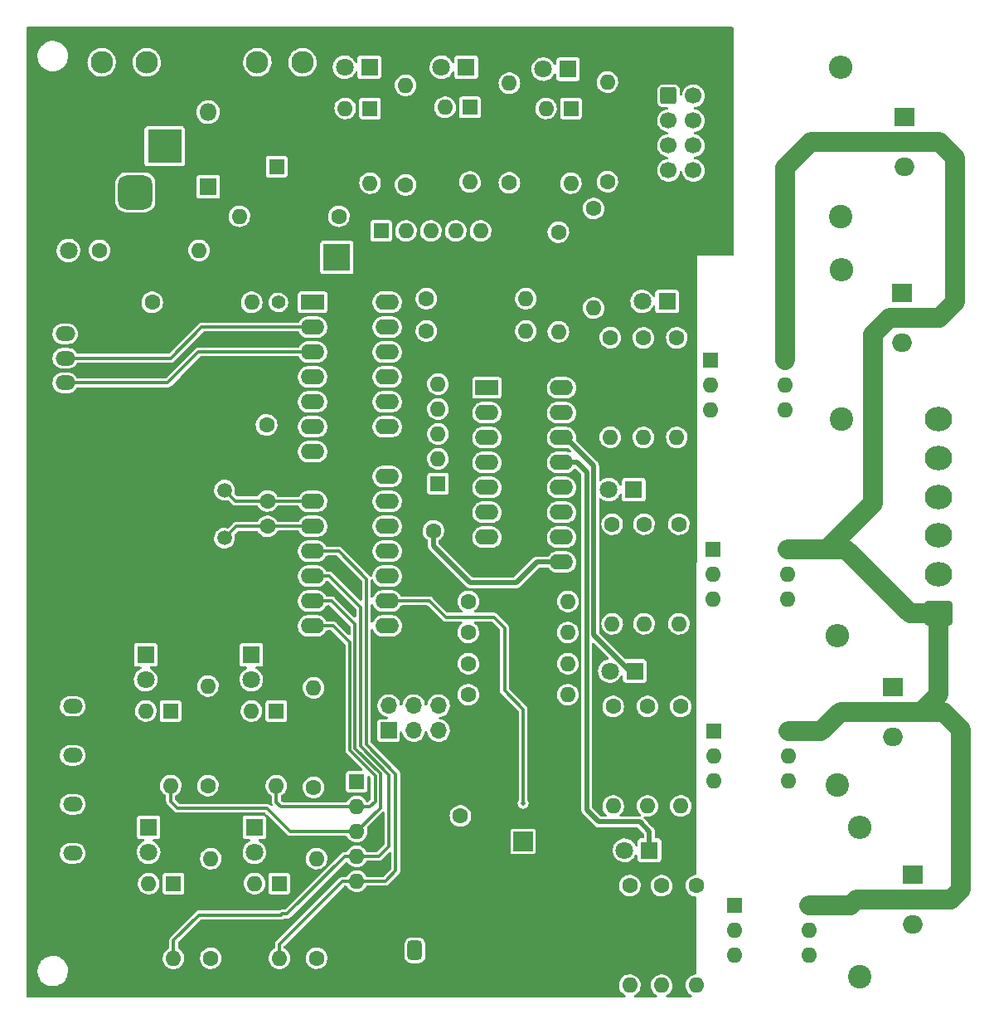
<source format=gbr>
%TF.GenerationSoftware,KiCad,Pcbnew,(6.0.8)*%
%TF.CreationDate,2022-11-15T21:12:58+04:00*%
%TF.ProjectId,Dryer2,44727965-7232-42e6-9b69-6361645f7063,rev?*%
%TF.SameCoordinates,Original*%
%TF.FileFunction,Copper,L2,Bot*%
%TF.FilePolarity,Positive*%
%FSLAX46Y46*%
G04 Gerber Fmt 4.6, Leading zero omitted, Abs format (unit mm)*
G04 Created by KiCad (PCBNEW (6.0.8)) date 2022-11-15 21:12:58*
%MOMM*%
%LPD*%
G01*
G04 APERTURE LIST*
G04 Aperture macros list*
%AMRoundRect*
0 Rectangle with rounded corners*
0 $1 Rounding radius*
0 $2 $3 $4 $5 $6 $7 $8 $9 X,Y pos of 4 corners*
0 Add a 4 corners polygon primitive as box body*
4,1,4,$2,$3,$4,$5,$6,$7,$8,$9,$2,$3,0*
0 Add four circle primitives for the rounded corners*
1,1,$1+$1,$2,$3*
1,1,$1+$1,$4,$5*
1,1,$1+$1,$6,$7*
1,1,$1+$1,$8,$9*
0 Add four rect primitives between the rounded corners*
20,1,$1+$1,$2,$3,$4,$5,0*
20,1,$1+$1,$4,$5,$6,$7,0*
20,1,$1+$1,$6,$7,$8,$9,0*
20,1,$1+$1,$8,$9,$2,$3,0*%
G04 Aperture macros list end*
%TA.AperFunction,ComponentPad*%
%ADD10C,1.400000*%
%TD*%
%TA.AperFunction,ComponentPad*%
%ADD11C,1.600000*%
%TD*%
%TA.AperFunction,ComponentPad*%
%ADD12O,1.600000X1.600000*%
%TD*%
%TA.AperFunction,ComponentPad*%
%ADD13R,1.600000X1.600000*%
%TD*%
%TA.AperFunction,ComponentPad*%
%ADD14C,1.500000*%
%TD*%
%TA.AperFunction,ComponentPad*%
%ADD15R,2.400000X1.600000*%
%TD*%
%TA.AperFunction,ComponentPad*%
%ADD16O,2.400000X1.600000*%
%TD*%
%TA.AperFunction,ComponentPad*%
%ADD17O,2.000000X1.905000*%
%TD*%
%TA.AperFunction,ComponentPad*%
%ADD18R,2.000000X1.905000*%
%TD*%
%TA.AperFunction,ComponentPad*%
%ADD19R,1.800000X1.800000*%
%TD*%
%TA.AperFunction,ComponentPad*%
%ADD20O,1.800000X1.800000*%
%TD*%
%TA.AperFunction,ComponentPad*%
%ADD21C,1.800000*%
%TD*%
%TA.AperFunction,ComponentPad*%
%ADD22RoundRect,0.250000X-0.600000X-0.600000X0.600000X-0.600000X0.600000X0.600000X-0.600000X0.600000X0*%
%TD*%
%TA.AperFunction,ComponentPad*%
%ADD23C,1.700000*%
%TD*%
%TA.AperFunction,ComponentPad*%
%ADD24C,2.300000*%
%TD*%
%TA.AperFunction,ComponentPad*%
%ADD25R,1.700000X1.700000*%
%TD*%
%TA.AperFunction,ComponentPad*%
%ADD26O,1.700000X1.700000*%
%TD*%
%TA.AperFunction,ComponentPad*%
%ADD27O,2.400000X2.400000*%
%TD*%
%TA.AperFunction,ComponentPad*%
%ADD28C,2.400000*%
%TD*%
%TA.AperFunction,ComponentPad*%
%ADD29RoundRect,0.375000X0.625000X-0.375000X0.625000X0.375000X-0.625000X0.375000X-0.625000X-0.375000X0*%
%TD*%
%TA.AperFunction,ComponentPad*%
%ADD30O,2.000000X1.500000*%
%TD*%
%TA.AperFunction,ComponentPad*%
%ADD31R,2.000000X2.000000*%
%TD*%
%TA.AperFunction,ComponentPad*%
%ADD32C,2.000000*%
%TD*%
%TA.AperFunction,ComponentPad*%
%ADD33RoundRect,0.375000X0.375000X0.625000X-0.375000X0.625000X-0.375000X-0.625000X0.375000X-0.625000X0*%
%TD*%
%TA.AperFunction,ComponentPad*%
%ADD34O,1.500000X2.000000*%
%TD*%
%TA.AperFunction,ComponentPad*%
%ADD35RoundRect,0.875000X-0.875000X-0.875000X0.875000X-0.875000X0.875000X0.875000X-0.875000X0.875000X0*%
%TD*%
%TA.AperFunction,ComponentPad*%
%ADD36RoundRect,0.750000X-0.750000X-1.000000X0.750000X-1.000000X0.750000X1.000000X-0.750000X1.000000X0*%
%TD*%
%TA.AperFunction,ComponentPad*%
%ADD37R,3.500000X3.500000*%
%TD*%
%TA.AperFunction,ComponentPad*%
%ADD38R,2.800000X2.800000*%
%TD*%
%TA.AperFunction,ComponentPad*%
%ADD39O,2.800000X2.800000*%
%TD*%
%TA.AperFunction,ComponentPad*%
%ADD40O,2.800000X2.460000*%
%TD*%
%TA.AperFunction,ComponentPad*%
%ADD41RoundRect,0.250000X1.150000X-0.980000X1.150000X0.980000X-1.150000X0.980000X-1.150000X-0.980000X0*%
%TD*%
%TA.AperFunction,ViaPad*%
%ADD42C,0.500000*%
%TD*%
%TA.AperFunction,Conductor*%
%ADD43C,2.000000*%
%TD*%
%TA.AperFunction,Conductor*%
%ADD44C,0.300000*%
%TD*%
%TA.AperFunction,Conductor*%
%ADD45C,0.500000*%
%TD*%
G04 APERTURE END LIST*
D10*
%TO.P,REF\u002A\u002A,1*%
%TO.N,#RESET*%
X202100000Y-88000000D03*
%TD*%
D11*
%TO.P,R407,1*%
%TO.N,+5V*%
X243200000Y-129220000D03*
D12*
%TO.P,R407,2*%
%TO.N,Net-(R406-Pad2)*%
X243200000Y-139380000D03*
%TD*%
%TO.P,U302,4*%
%TO.N,LIMIT_SW*%
X201895000Y-137305000D03*
%TO.P,U302,3*%
%TO.N,GND*%
X199355000Y-137305000D03*
%TO.P,U302,2*%
%TO.N,Net-(D302-Pad2)*%
X199355000Y-129685000D03*
D13*
%TO.P,U302,1*%
%TO.N,Net-(R302-Pad2)*%
X201895000Y-129685000D03*
%TD*%
D14*
%TO.P,Y1,1,1*%
%TO.N,/MCU/XTAL-*%
X196596000Y-107150000D03*
%TO.P,Y1,2,2*%
%TO.N,/MCU/XTAL+*%
X196596000Y-112050000D03*
%TD*%
D11*
%TO.P,C102,1*%
%TO.N,GND*%
X201000000Y-113350000D03*
%TO.P,C102,2*%
%TO.N,/MCU/XTAL+*%
X201000000Y-110850000D03*
%TD*%
D15*
%TO.P,U101,1,~{RESET}/PC6*%
%TO.N,#RESET*%
X205600000Y-87975000D03*
D16*
%TO.P,U101,2,PD0*%
%TO.N,RX*%
X205600000Y-90515000D03*
%TO.P,U101,3,PD1*%
%TO.N,TX*%
X205600000Y-93055000D03*
%TO.P,U101,4,PD2*%
%TO.N,LOW_KEY_SW*%
X205600000Y-95595000D03*
%TO.P,U101,5,PD3*%
%TO.N,MED_KEY_SW*%
X205600000Y-98135000D03*
%TO.P,U101,6,PD4*%
%TO.N,HIGH_KEY_SW*%
X205600000Y-100675000D03*
%TO.P,U101,7,VCC*%
%TO.N,+5V*%
X205600000Y-103215000D03*
%TO.P,U101,8,GND*%
%TO.N,GND*%
X205600000Y-105755000D03*
%TO.P,U101,9,XTAL1/PB6*%
%TO.N,/MCU/XTAL-*%
X205600000Y-108295000D03*
%TO.P,U101,10,XTAL2/PB7*%
%TO.N,/MCU/XTAL+*%
X205600000Y-110835000D03*
%TO.P,U101,11,PD5*%
%TO.N,SEL_ROT_SW*%
X205600000Y-113375000D03*
%TO.P,U101,12,PD6*%
%TO.N,DOOR_SW*%
X205600000Y-115915000D03*
%TO.P,U101,13,PD7*%
%TO.N,HEATER_SW*%
X205600000Y-118455000D03*
%TO.P,U101,14,PB0*%
%TO.N,LIMIT_SW*%
X205600000Y-120995000D03*
%TO.P,U101,15,PB1*%
%TO.N,unconnected-(U101-Pad15)*%
X213220000Y-120995000D03*
%TO.P,U101,16,PB2*%
%TO.N,BUZZER*%
X213220000Y-118455000D03*
%TO.P,U101,17,PB3*%
%TO.N,AVR_SI*%
X213220000Y-115915000D03*
%TO.P,U101,18,PB4*%
%TO.N,AVR_SO*%
X213220000Y-113375000D03*
%TO.P,U101,19,PB5*%
%TO.N,AVR_SCK*%
X213220000Y-110835000D03*
%TO.P,U101,20,AVCC*%
%TO.N,+5V*%
X213220000Y-108295000D03*
%TO.P,U101,21,AREF*%
%TO.N,unconnected-(U101-Pad21)*%
X213220000Y-105755000D03*
%TO.P,U101,22,AGND*%
%TO.N,GND*%
X213220000Y-103215000D03*
%TO.P,U101,23,PC0*%
%TO.N,DRUM_LEFT*%
X213220000Y-100675000D03*
%TO.P,U101,24,PC1*%
%TO.N,DRUM_RIGHT*%
X213220000Y-98135000D03*
%TO.P,U101,25,PC2*%
%TO.N,HEATER*%
X213220000Y-95595000D03*
%TO.P,U101,26,PC3*%
%TO.N,FAN*%
X213220000Y-93055000D03*
%TO.P,U101,27,PC4*%
%TO.N,/MCU/AVR_SDA*%
X213220000Y-90515000D03*
%TO.P,U101,28,PC5*%
%TO.N,/MCU/AVR_SCL*%
X213220000Y-87975000D03*
%TD*%
D17*
%TO.P,Q404,3,G*%
%TO.N,Net-(Q404-Pad3)*%
X266055000Y-74140000D03*
%TO.P,Q404,2,A2*%
%TO.N,LINE_IN*%
X266055000Y-71600000D03*
D18*
%TO.P,Q404,1,A1*%
%TO.N,FAN_LINE*%
X266055000Y-69060000D03*
%TD*%
D19*
%TO.P,D101,1,K*%
%TO.N,VCC*%
X194945000Y-76200000D03*
D20*
%TO.P,D101,2,A*%
%TO.N,Net-(D101-Pad2)*%
X194945000Y-68580000D03*
%TD*%
D19*
%TO.P,D403,1,K*%
%TO.N,#HEATER*%
X238400000Y-107100000D03*
D21*
%TO.P,D403,2,A*%
%TO.N,Net-(D403-Pad2)*%
X235860000Y-107100000D03*
%TD*%
D17*
%TO.P,Q403,3,G*%
%TO.N,Net-(Q403-Pad3)*%
X265755000Y-92140000D03*
%TO.P,Q403,2,A2*%
%TO.N,LINE_IN*%
X265755000Y-89600000D03*
D18*
%TO.P,Q403,1,A1*%
%TO.N,HEATER_LINE*%
X265755000Y-87060000D03*
%TD*%
D11*
%TO.P,R409,1*%
%TO.N,Net-(D403-Pad2)*%
X236200000Y-110620000D03*
D12*
%TO.P,R409,2*%
%TO.N,+5V*%
X236200000Y-120780000D03*
%TD*%
D13*
%TO.P,U307,1*%
%TO.N,Net-(R307-Pad2)*%
X231975000Y-68200000D03*
D12*
%TO.P,U307,2*%
%TO.N,Net-(D307-Pad2)*%
X229435000Y-68200000D03*
%TO.P,U307,3*%
%TO.N,GND*%
X229435000Y-75820000D03*
%TO.P,U307,4*%
%TO.N,HIGH_KEY_SW*%
X231975000Y-75820000D03*
%TD*%
D11*
%TO.P,R107,1*%
%TO.N,+5V*%
X234300000Y-78420000D03*
D12*
%TO.P,R107,2*%
%TO.N,SCL*%
X234300000Y-88580000D03*
%TD*%
D11*
%TO.P,R405,1*%
%TO.N,Net-(D402-Pad2)*%
X236300000Y-129220000D03*
D12*
%TO.P,R405,2*%
%TO.N,+5V*%
X236300000Y-139380000D03*
%TD*%
D11*
%TO.P,R402,1*%
%TO.N,#DRUM_LEFT*%
X241244000Y-147520000D03*
D12*
%TO.P,R402,2*%
%TO.N,Net-(R402-Pad2)*%
X241244000Y-157680000D03*
%TD*%
D11*
%TO.P,C106,1*%
%TO.N,+5V*%
X200900000Y-100500000D03*
%TO.P,C106,2*%
%TO.N,GND*%
X200900000Y-95500000D03*
%TD*%
%TO.P,R203,1*%
%TO.N,HEATER*%
X221500000Y-121675000D03*
D12*
%TO.P,R203,2*%
%TO.N,/ULN2003 MAX6675/D_HEATER*%
X231660000Y-121675000D03*
%TD*%
D22*
%TO.P,J503,1,Pin_1*%
%TO.N,+5V*%
X241947500Y-66920000D03*
D23*
%TO.P,J503,2,Pin_2*%
%TO.N,unconnected-(J503-Pad2)*%
X244487500Y-66920000D03*
%TO.P,J503,3,Pin_3*%
%TO.N,unconnected-(J503-Pad3)*%
X241947500Y-69460000D03*
%TO.P,J503,4,Pin_4*%
%TO.N,HIGH_KEY_SW_IN*%
X244487500Y-69460000D03*
%TO.P,J503,5,Pin_5*%
%TO.N,SCL*%
X241947500Y-72000000D03*
%TO.P,J503,6,Pin_6*%
%TO.N,MED_KEY_SW_IN*%
X244487500Y-72000000D03*
%TO.P,J503,7,Pin_7*%
%TO.N,SDA*%
X241947500Y-74540000D03*
%TO.P,J503,8,Pin_8*%
%TO.N,LOW_KEY_SW_IN*%
X244487500Y-74540000D03*
%TO.P,J503,9,Pin_9*%
%TO.N,GND*%
X241947500Y-77080000D03*
%TO.P,J503,10,Pin_10*%
X244487500Y-77080000D03*
%TD*%
D13*
%TO.P,U401,1*%
%TO.N,+5V*%
X248700000Y-149475000D03*
D12*
%TO.P,U401,2*%
%TO.N,Net-(R402-Pad2)*%
X248700000Y-152015000D03*
%TO.P,U401,3,NC*%
%TO.N,unconnected-(U401-Pad3)*%
X248700000Y-154555000D03*
%TO.P,U401,4*%
%TO.N,Net-(R404-Pad1)*%
X256320000Y-154555000D03*
%TO.P,U401,5,NC*%
%TO.N,unconnected-(U401-Pad5)*%
X256320000Y-152015000D03*
%TO.P,U401,6*%
%TO.N,LINE_IN*%
X256320000Y-149475000D03*
%TD*%
D19*
%TO.P,D401,1,K*%
%TO.N,#DRUM_LEFT*%
X240000000Y-143900000D03*
D21*
%TO.P,D401,2,A*%
%TO.N,Net-(D401-Pad2)*%
X237460000Y-143900000D03*
%TD*%
D11*
%TO.P,R307,1*%
%TO.N,+5V*%
X235700000Y-75680000D03*
D12*
%TO.P,R307,2*%
%TO.N,Net-(R307-Pad2)*%
X235700000Y-65520000D03*
%TD*%
D13*
%TO.P,U304,1*%
%TO.N,Net-(R304-Pad2)*%
X202195000Y-147290000D03*
D12*
%TO.P,U304,2*%
%TO.N,Net-(D304-Pad2)*%
X199655000Y-147290000D03*
%TO.P,U304,3*%
%TO.N,GND*%
X199655000Y-154910000D03*
%TO.P,U304,4*%
%TO.N,SEL_ROT_SW*%
X202195000Y-154910000D03*
%TD*%
D13*
%TO.P,RN201,1,common*%
%TO.N,+5V*%
X218400000Y-106500000D03*
D12*
%TO.P,RN201,2,R1*%
%TO.N,DRUM_LEFT*%
X218400000Y-103960000D03*
%TO.P,RN201,3,R2*%
%TO.N,DRUM_RIGHT*%
X218400000Y-101420000D03*
%TO.P,RN201,4,R3*%
%TO.N,HEATER*%
X218400000Y-98880000D03*
%TO.P,RN201,5,R4*%
%TO.N,FAN*%
X218400000Y-96340000D03*
%TD*%
%TO.P,U303,4*%
%TO.N,HEATER_SW*%
X191100000Y-137305000D03*
%TO.P,U303,3*%
%TO.N,GND*%
X188560000Y-137305000D03*
%TO.P,U303,2*%
%TO.N,Net-(D303-Pad2)*%
X188560000Y-129685000D03*
D13*
%TO.P,U303,1*%
%TO.N,Net-(R303-Pad2)*%
X191100000Y-129685000D03*
%TD*%
D11*
%TO.P,R303,1*%
%TO.N,+5V*%
X194905000Y-137295000D03*
D12*
%TO.P,R303,2*%
%TO.N,Net-(R303-Pad2)*%
X194905000Y-127135000D03*
%TD*%
D11*
%TO.P,R102,1*%
%TO.N,+5V*%
X208280000Y-79200000D03*
D12*
%TO.P,R102,2*%
%TO.N,VCC*%
X198120000Y-79200000D03*
%TD*%
D21*
%TO.P,D404,2,A*%
%TO.N,Net-(D404-Pad2)*%
X239260000Y-87900000D03*
D19*
%TO.P,D404,1,K*%
%TO.N,#FAN*%
X241800000Y-87900000D03*
%TD*%
D24*
%TO.P,F1,1*%
%TO.N,Net-(F1-Pad1)*%
X184060000Y-63500000D03*
X188660000Y-63500000D03*
%TO.P,F1,2*%
%TO.N,Net-(D101-Pad2)*%
X204560000Y-63500000D03*
X199960000Y-63500000D03*
%TD*%
D11*
%TO.P,R406,1*%
%TO.N,#DRUM_RIGHT*%
X239800000Y-129220000D03*
D12*
%TO.P,R406,2*%
%TO.N,Net-(R406-Pad2)*%
X239800000Y-139380000D03*
%TD*%
D21*
%TO.P,D304,2,A*%
%TO.N,Net-(D304-Pad2)*%
X199650000Y-144100000D03*
D19*
%TO.P,D304,1,K*%
%TO.N,SEL_ROT_SW_IN*%
X199650000Y-141560000D03*
%TD*%
D25*
%TO.P,J102,1,Pin_1*%
%TO.N,T_SO*%
X213375000Y-131675000D03*
D26*
%TO.P,J102,2,Pin_2*%
%TO.N,AVR_SO*%
X213375000Y-129135000D03*
%TO.P,J102,3,Pin_3*%
%TO.N,T_CS*%
X215915000Y-131675000D03*
%TO.P,J102,4,Pin_4*%
%TO.N,AVR_SI*%
X215915000Y-129135000D03*
%TO.P,J102,5,Pin_5*%
%TO.N,T_SCK*%
X218455000Y-131675000D03*
%TO.P,J102,6,Pin_6*%
%TO.N,AVR_SCK*%
X218455000Y-129135000D03*
%TD*%
D11*
%TO.P,R401,1*%
%TO.N,Net-(D401-Pad2)*%
X238000000Y-147500000D03*
D12*
%TO.P,R401,2*%
%TO.N,+5V*%
X238000000Y-157660000D03*
%TD*%
%TO.P,R413,2*%
%TO.N,+5V*%
X236000000Y-101760000D03*
D11*
%TO.P,R413,1*%
%TO.N,Net-(D404-Pad2)*%
X236000000Y-91600000D03*
%TD*%
D18*
%TO.P,Q401,1,A1*%
%TO.N,DRUM_LEFT_LINE*%
X266855000Y-146360000D03*
D17*
%TO.P,Q401,2,A2*%
%TO.N,LINE_IN*%
X266855000Y-148900000D03*
%TO.P,Q401,3,G*%
%TO.N,Net-(Q401-Pad3)*%
X266855000Y-151440000D03*
%TD*%
D11*
%TO.P,R105,1*%
%TO.N,/MCU/AVR_SCL*%
X217220000Y-87600000D03*
D12*
%TO.P,R105,2*%
%TO.N,SCL*%
X227380000Y-87600000D03*
%TD*%
D27*
%TO.P,R412,2*%
%TO.N,Net-(Q403-Pad3)*%
X259600000Y-84680000D03*
D28*
%TO.P,R412,1*%
%TO.N,Net-(R412-Pad1)*%
X259600000Y-99920000D03*
%TD*%
D29*
%TO.P,J506,1,Pin_1*%
%TO.N,GND*%
X180340000Y-98700000D03*
D30*
%TO.P,J506,2,Pin_2*%
%TO.N,TX*%
X180340000Y-96200000D03*
%TO.P,J506,3,Pin_3*%
%TO.N,RX*%
X180340000Y-93700000D03*
%TO.P,J506,4,Pin_4*%
%TO.N,VCC*%
X180340000Y-91200000D03*
%TD*%
D13*
%TO.P,U301,1*%
%TO.N,Net-(R301-Pad2)*%
X191400000Y-147290000D03*
D12*
%TO.P,U301,2*%
%TO.N,Net-(D301-Pad2)*%
X188860000Y-147290000D03*
%TO.P,U301,3*%
%TO.N,GND*%
X188860000Y-154910000D03*
%TO.P,U301,4*%
%TO.N,DOOR_SW*%
X191400000Y-154910000D03*
%TD*%
D11*
%TO.P,R410,1*%
%TO.N,#HEATER*%
X239444000Y-110620000D03*
D12*
%TO.P,R410,2*%
%TO.N,Net-(R410-Pad2)*%
X239444000Y-120780000D03*
%TD*%
D11*
%TO.P,R104,1*%
%TO.N,/MCU/AVR_SDA*%
X217220000Y-90900000D03*
D12*
%TO.P,R104,2*%
%TO.N,SDA*%
X227380000Y-90900000D03*
%TD*%
D28*
%TO.P,R404,1*%
%TO.N,Net-(R404-Pad1)*%
X261500000Y-156820000D03*
D27*
%TO.P,R404,2*%
%TO.N,Net-(Q401-Pad3)*%
X261500000Y-141580000D03*
%TD*%
D11*
%TO.P,R201,1*%
%TO.N,DRUM_LEFT*%
X221500000Y-128025000D03*
D12*
%TO.P,R201,2*%
%TO.N,/ULN2003 MAX6675/D_LEFT*%
X231660000Y-128025000D03*
%TD*%
D31*
%TO.P,BZ401,1,-*%
%TO.N,BUZZER*%
X227100000Y-143000000D03*
D32*
%TO.P,BZ401,2,+*%
%TO.N,GND*%
X227100000Y-153000000D03*
%TD*%
D13*
%TO.P,U306,1*%
%TO.N,Net-(R306-Pad2)*%
X221675000Y-68100000D03*
D12*
%TO.P,U306,2*%
%TO.N,Net-(D306-Pad2)*%
X219135000Y-68100000D03*
%TO.P,U306,3*%
%TO.N,GND*%
X219135000Y-75720000D03*
%TO.P,U306,4*%
%TO.N,MED_KEY_SW*%
X221675000Y-75720000D03*
%TD*%
D19*
%TO.P,D402,1,K*%
%TO.N,#DRUM_RIGHT*%
X238500000Y-125600000D03*
D21*
%TO.P,D402,2,A*%
%TO.N,Net-(D402-Pad2)*%
X235960000Y-125600000D03*
%TD*%
D11*
%TO.P,R204,1*%
%TO.N,FAN*%
X221500000Y-118500000D03*
D12*
%TO.P,R204,2*%
%TO.N,/ULN2003 MAX6675/D_FAN*%
X231660000Y-118500000D03*
%TD*%
D33*
%TO.P,J505,1,Pin_1*%
%TO.N,TEMP+*%
X216050000Y-154100000D03*
D34*
%TO.P,J505,2,Pin_2*%
%TO.N,GND*%
X213550000Y-154100000D03*
%TD*%
D19*
%TO.P,D102,1,K*%
%TO.N,GND*%
X178125000Y-82700000D03*
D21*
%TO.P,D102,2,A*%
%TO.N,Net-(D102-Pad2)*%
X180665000Y-82700000D03*
%TD*%
D11*
%TO.P,R202,1*%
%TO.N,DRUM_RIGHT*%
X221500000Y-124850000D03*
D12*
%TO.P,R202,2*%
%TO.N,/ULN2003 MAX6675/D_RIGHT*%
X231660000Y-124850000D03*
%TD*%
D11*
%TO.P,R305,1*%
%TO.N,+5V*%
X215100000Y-76000000D03*
D12*
%TO.P,R305,2*%
%TO.N,Net-(R305-Pad2)*%
X215100000Y-65840000D03*
%TD*%
%TO.P,R414,2*%
%TO.N,Net-(R414-Pad2)*%
X239400000Y-101780000D03*
D11*
%TO.P,R414,1*%
%TO.N,#FAN*%
X239400000Y-91620000D03*
%TD*%
D15*
%TO.P,U201,1,I1*%
%TO.N,/ULN2003 MAX6675/D_FAN*%
X223400000Y-96700000D03*
D16*
%TO.P,U201,2,I2*%
%TO.N,/ULN2003 MAX6675/D_HEATER*%
X223400000Y-99240000D03*
%TO.P,U201,3,I3*%
%TO.N,/ULN2003 MAX6675/D_RIGHT*%
X223400000Y-101780000D03*
%TO.P,U201,4,I4*%
%TO.N,/ULN2003 MAX6675/D_LEFT*%
X223400000Y-104320000D03*
%TO.P,U201,5,I5*%
%TO.N,unconnected-(U201-Pad5)*%
X223400000Y-106860000D03*
%TO.P,U201,6,I6*%
%TO.N,unconnected-(U201-Pad6)*%
X223400000Y-109400000D03*
%TO.P,U201,7,I7*%
%TO.N,unconnected-(U201-Pad7)*%
X223400000Y-111940000D03*
%TO.P,U201,8,GND*%
%TO.N,GND*%
X223400000Y-114480000D03*
%TO.P,U201,9,COM*%
%TO.N,+5V*%
X231020000Y-114480000D03*
%TO.P,U201,10,O7*%
%TO.N,unconnected-(U201-Pad10)*%
X231020000Y-111940000D03*
%TO.P,U201,11,O6*%
%TO.N,unconnected-(U201-Pad11)*%
X231020000Y-109400000D03*
%TO.P,U201,12,O5*%
%TO.N,unconnected-(U201-Pad12)*%
X231020000Y-106860000D03*
%TO.P,U201,13,O4*%
%TO.N,#DRUM_LEFT*%
X231020000Y-104320000D03*
%TO.P,U201,14,O3*%
%TO.N,#DRUM_RIGHT*%
X231020000Y-101780000D03*
%TO.P,U201,15,O2*%
%TO.N,#HEATER*%
X231020000Y-99240000D03*
%TO.P,U201,16,O1*%
%TO.N,#FAN*%
X231020000Y-96700000D03*
%TD*%
D35*
%TO.P,J101,3*%
%TO.N,N/C*%
X187500000Y-76767500D03*
D36*
%TO.P,J101,2*%
%TO.N,GND*%
X184500000Y-72067500D03*
D37*
%TO.P,J101,1*%
%TO.N,Net-(F1-Pad1)*%
X190500000Y-72067500D03*
%TD*%
D11*
%TO.P,R101,1*%
%TO.N,Net-(D102-Pad2)*%
X183820000Y-82700000D03*
D12*
%TO.P,R101,2*%
%TO.N,VCC*%
X193980000Y-82700000D03*
%TD*%
D38*
%TO.P,D103,1,K*%
%TO.N,+5V*%
X208080000Y-83400000D03*
D39*
%TO.P,D103,2,A*%
%TO.N,GND*%
X197920000Y-83400000D03*
%TD*%
D13*
%TO.P,C101,1*%
%TO.N,VCC*%
X201930000Y-74157651D03*
D11*
%TO.P,C101,2*%
%TO.N,GND*%
X201930000Y-69157651D03*
%TD*%
%TO.P,R403,1*%
%TO.N,+5V*%
X244800000Y-147520000D03*
D12*
%TO.P,R403,2*%
%TO.N,Net-(R402-Pad2)*%
X244800000Y-157680000D03*
%TD*%
D11*
%TO.P,C201,1*%
%TO.N,GND*%
X220700000Y-135400000D03*
%TO.P,C201,2*%
%TO.N,+5V*%
X220700000Y-140400000D03*
%TD*%
D19*
%TO.P,D301,1,K*%
%TO.N,DOOR_SW_IN*%
X188855000Y-141560000D03*
D21*
%TO.P,D301,2,A*%
%TO.N,Net-(D301-Pad2)*%
X188855000Y-144100000D03*
%TD*%
D12*
%TO.P,RN102,5,R4*%
%TO.N,SEL_ROT_SW*%
X210100000Y-147060000D03*
%TO.P,RN102,4,R3*%
%TO.N,DOOR_SW*%
X210100000Y-144520000D03*
%TO.P,RN102,3,R2*%
%TO.N,HEATER_SW*%
X210100000Y-141980000D03*
%TO.P,RN102,2,R1*%
%TO.N,LIMIT_SW*%
X210100000Y-139440000D03*
D13*
%TO.P,RN102,1,common*%
%TO.N,+5V*%
X210100000Y-136900000D03*
%TD*%
D28*
%TO.P,R408,1*%
%TO.N,Net-(R408-Pad1)*%
X259200000Y-137200000D03*
D27*
%TO.P,R408,2*%
%TO.N,Net-(Q402-Pad3)*%
X259200000Y-121960000D03*
%TD*%
D13*
%TO.P,U402,1*%
%TO.N,+5V*%
X246612000Y-131775000D03*
D12*
%TO.P,U402,2*%
%TO.N,Net-(R406-Pad2)*%
X246612000Y-134315000D03*
%TO.P,U402,3,NC*%
%TO.N,unconnected-(U402-Pad3)*%
X246612000Y-136855000D03*
%TO.P,U402,4*%
%TO.N,Net-(R408-Pad1)*%
X254232000Y-136855000D03*
%TO.P,U402,5,NC*%
%TO.N,unconnected-(U402-Pad5)*%
X254232000Y-134315000D03*
%TO.P,U402,6*%
%TO.N,LINE_IN*%
X254232000Y-131775000D03*
%TD*%
D11*
%TO.P,C103,1*%
%TO.N,/MCU/XTAL-*%
X201000000Y-108250000D03*
%TO.P,C103,2*%
%TO.N,GND*%
X201000000Y-105750000D03*
%TD*%
D27*
%TO.P,R416,2*%
%TO.N,Net-(Q404-Pad3)*%
X259500000Y-63980000D03*
D28*
%TO.P,R416,1*%
%TO.N,Net-(R416-Pad1)*%
X259500000Y-79220000D03*
%TD*%
D19*
%TO.P,D305,1,K*%
%TO.N,LOW_KEY_SW_IN*%
X211400000Y-64000000D03*
D21*
%TO.P,D305,2,A*%
%TO.N,Net-(D305-Pad2)*%
X208860000Y-64000000D03*
%TD*%
D12*
%TO.P,U403,6*%
%TO.N,LINE_IN*%
X254120000Y-113175000D03*
%TO.P,U403,5,NC*%
%TO.N,unconnected-(U403-Pad5)*%
X254120000Y-115715000D03*
%TO.P,U403,4*%
%TO.N,Net-(R412-Pad1)*%
X254120000Y-118255000D03*
%TO.P,U403,3,NC*%
%TO.N,unconnected-(U403-Pad3)*%
X246500000Y-118255000D03*
%TO.P,U403,2*%
%TO.N,Net-(R410-Pad2)*%
X246500000Y-115715000D03*
D13*
%TO.P,U403,1*%
%TO.N,+5V*%
X246500000Y-113175000D03*
%TD*%
D12*
%TO.P,R415,2*%
%TO.N,Net-(R414-Pad2)*%
X242800000Y-101780000D03*
D11*
%TO.P,R415,1*%
%TO.N,+5V*%
X242800000Y-91620000D03*
%TD*%
%TO.P,R302,1*%
%TO.N,+5V*%
X205700000Y-137480000D03*
D12*
%TO.P,R302,2*%
%TO.N,Net-(R302-Pad2)*%
X205700000Y-127320000D03*
%TD*%
D11*
%TO.P,R306,1*%
%TO.N,+5V*%
X225700000Y-75800000D03*
D12*
%TO.P,R306,2*%
%TO.N,Net-(R306-Pad2)*%
X225700000Y-65640000D03*
%TD*%
D11*
%TO.P,R411,1*%
%TO.N,+5V*%
X243000000Y-110620000D03*
D12*
%TO.P,R411,2*%
%TO.N,Net-(R410-Pad2)*%
X243000000Y-120780000D03*
%TD*%
D29*
%TO.P,J502,1,Pin_1*%
%TO.N,GND*%
X181100000Y-146700000D03*
D30*
%TO.P,J502,2,Pin_2*%
%TO.N,DOOR_SW_IN*%
X181100000Y-144200000D03*
%TO.P,J502,3,Pin_3*%
%TO.N,GND*%
X181100000Y-141700000D03*
%TO.P,J502,4,Pin_4*%
%TO.N,SEL_ROT_SW_IN*%
X181100000Y-139200000D03*
%TO.P,J502,5,Pin_5*%
%TO.N,GND*%
X181100000Y-136700000D03*
%TO.P,J502,6,Pin_6*%
%TO.N,HEATER_SW_IN*%
X181100000Y-134200000D03*
%TO.P,J502,7,Pin_7*%
%TO.N,GND*%
X181100000Y-131700000D03*
%TO.P,J502,8,Pin_8*%
%TO.N,LIMIT_SW_IN*%
X181100000Y-129200000D03*
%TD*%
D11*
%TO.P,R301,1*%
%TO.N,+5V*%
X195205000Y-154900000D03*
D12*
%TO.P,R301,2*%
%TO.N,Net-(R301-Pad2)*%
X195205000Y-144740000D03*
%TD*%
%TO.P,U404,6*%
%TO.N,LINE_IN*%
X253820000Y-93875000D03*
%TO.P,U404,5,NC*%
%TO.N,unconnected-(U404-Pad5)*%
X253820000Y-96415000D03*
%TO.P,U404,4*%
%TO.N,Net-(R416-Pad1)*%
X253820000Y-98955000D03*
%TO.P,U404,3,NC*%
%TO.N,unconnected-(U404-Pad3)*%
X246200000Y-98955000D03*
%TO.P,U404,2*%
%TO.N,Net-(R414-Pad2)*%
X246200000Y-96415000D03*
D13*
%TO.P,U404,1*%
%TO.N,+5V*%
X246200000Y-93875000D03*
%TD*%
D19*
%TO.P,D306,1,K*%
%TO.N,MED_KEY_SW_IN*%
X221300000Y-64000000D03*
D21*
%TO.P,D306,2,A*%
%TO.N,Net-(D306-Pad2)*%
X218760000Y-64000000D03*
%TD*%
D19*
%TO.P,D302,1,K*%
%TO.N,LIMIT_SW_IN*%
X199350000Y-123955000D03*
D21*
%TO.P,D302,2,A*%
%TO.N,Net-(D302-Pad2)*%
X199350000Y-126495000D03*
%TD*%
D11*
%TO.P,C105,2*%
%TO.N,GND*%
X217932000Y-116292000D03*
%TO.P,C105,1*%
%TO.N,+5V*%
X217932000Y-111292000D03*
%TD*%
%TO.P,R103,1*%
%TO.N,+5V*%
X189220000Y-88000000D03*
D12*
%TO.P,R103,2*%
%TO.N,#RESET*%
X199380000Y-88000000D03*
%TD*%
D40*
%TO.P,J504,6,Pin_6*%
%TO.N,HEATER_LINE*%
X269550000Y-99900000D03*
%TO.P,J504,5,Pin_5*%
%TO.N,FAN_LINE*%
X269550000Y-103860000D03*
%TO.P,J504,4,Pin_4*%
%TO.N,DRUM_RIGHT_LINE*%
X269550000Y-107820000D03*
%TO.P,J504,3,Pin_3*%
%TO.N,DRUM_LEFT_LINE*%
X269550000Y-111780000D03*
%TO.P,J504,2,Pin_2*%
%TO.N,NEUTRAL*%
X269550000Y-115740000D03*
D41*
%TO.P,J504,1,Pin_1*%
%TO.N,LINE_IN*%
X269550000Y-119700000D03*
%TD*%
D11*
%TO.P,R106,1*%
%TO.N,+5V*%
X230700000Y-80820000D03*
D12*
%TO.P,R106,2*%
%TO.N,SDA*%
X230700000Y-90980000D03*
%TD*%
D13*
%TO.P,U305,1*%
%TO.N,Net-(R305-Pad2)*%
X211475000Y-68200000D03*
D12*
%TO.P,U305,2*%
%TO.N,Net-(D305-Pad2)*%
X208935000Y-68200000D03*
%TO.P,U305,3*%
%TO.N,GND*%
X208935000Y-75820000D03*
%TO.P,U305,4*%
%TO.N,LOW_KEY_SW*%
X211475000Y-75820000D03*
%TD*%
D21*
%TO.P,D303,2,A*%
%TO.N,Net-(D303-Pad2)*%
X188555000Y-126495000D03*
D19*
%TO.P,D303,1,K*%
%TO.N,HEATER_SW_IN*%
X188555000Y-123955000D03*
%TD*%
D13*
%TO.P,RN101,1,common*%
%TO.N,+5V*%
X212600000Y-80700000D03*
D12*
%TO.P,RN101,2,R1*%
%TO.N,LOW_KEY_SW*%
X215140000Y-80700000D03*
%TO.P,RN101,3,R2*%
%TO.N,MED_KEY_SW*%
X217680000Y-80700000D03*
%TO.P,RN101,4,R3*%
%TO.N,HIGH_KEY_SW*%
X220220000Y-80700000D03*
%TO.P,RN101,5,R4*%
%TO.N,unconnected-(RN101-Pad5)*%
X222760000Y-80700000D03*
%TD*%
D18*
%TO.P,Q402,1,A1*%
%TO.N,DRUM_RIGHT_LINE*%
X264855000Y-127260000D03*
D17*
%TO.P,Q402,2,A2*%
%TO.N,LINE_IN*%
X264855000Y-129800000D03*
%TO.P,Q402,3,G*%
%TO.N,Net-(Q402-Pad3)*%
X264855000Y-132340000D03*
%TD*%
D19*
%TO.P,D307,1,K*%
%TO.N,HIGH_KEY_SW_IN*%
X231700000Y-64200000D03*
D21*
%TO.P,D307,2,A*%
%TO.N,Net-(D307-Pad2)*%
X229160000Y-64200000D03*
%TD*%
D11*
%TO.P,R304,1*%
%TO.N,+5V*%
X206000000Y-154900000D03*
D12*
%TO.P,R304,2*%
%TO.N,Net-(R304-Pad2)*%
X206000000Y-144740000D03*
%TD*%
D42*
%TO.N,BUZZER*%
X227100000Y-139100000D03*
%TD*%
D43*
%TO.N,LINE_IN*%
X271200000Y-88000000D02*
X269600000Y-89600000D01*
X269600000Y-71600000D02*
X271200000Y-73200000D01*
X266055000Y-71600000D02*
X269600000Y-71600000D01*
X271200000Y-73200000D02*
X271200000Y-88000000D01*
X269600000Y-89600000D02*
X265755000Y-89600000D01*
X264500000Y-89600000D02*
X265755000Y-89600000D01*
X262800000Y-91300000D02*
X264500000Y-89600000D01*
X262800000Y-108500000D02*
X262800000Y-91300000D01*
X258125000Y-113175000D02*
X262800000Y-108500000D01*
X254120000Y-113175000D02*
X258125000Y-113175000D01*
X266600000Y-119700000D02*
X260075000Y-113175000D01*
X269550000Y-119700000D02*
X266600000Y-119700000D01*
X260075000Y-113175000D02*
X254120000Y-113175000D01*
X256500000Y-71600000D02*
X266055000Y-71600000D01*
X253820000Y-74280000D02*
X256500000Y-71600000D01*
X253820000Y-93875000D02*
X253820000Y-74280000D01*
X269550000Y-128010000D02*
X267760000Y-129800000D01*
X267760000Y-129800000D02*
X264855000Y-129800000D01*
X269550000Y-119700000D02*
X269550000Y-128010000D01*
X270000000Y-129800000D02*
X264855000Y-129800000D01*
X271800000Y-131600000D02*
X270000000Y-129800000D01*
X271800000Y-147900000D02*
X271800000Y-131600000D01*
X266855000Y-148900000D02*
X270800000Y-148900000D01*
X270800000Y-148900000D02*
X271800000Y-147900000D01*
X259500000Y-129800000D02*
X264855000Y-129800000D01*
X257525000Y-131775000D02*
X259500000Y-129800000D01*
X254232000Y-131775000D02*
X257525000Y-131775000D01*
X256320000Y-149475000D02*
X260525000Y-149475000D01*
X260525000Y-149475000D02*
X261100000Y-148900000D01*
X261100000Y-148900000D02*
X266855000Y-148900000D01*
D44*
%TO.N,LIMIT_SW*%
X209400000Y-133700000D02*
X209400000Y-122700000D01*
X212000000Y-136300000D02*
X209400000Y-133700000D01*
X207695000Y-120995000D02*
X205600000Y-120995000D01*
X212000000Y-138900000D02*
X212000000Y-136300000D01*
X211460000Y-139440000D02*
X212000000Y-138900000D01*
X209400000Y-122700000D02*
X207695000Y-120995000D01*
X210100000Y-139440000D02*
X211460000Y-139440000D01*
%TO.N,HEATER_SW*%
X209900000Y-133493598D02*
X209900000Y-120800000D01*
X212499501Y-136093099D02*
X209900000Y-133493598D01*
X209900000Y-120800000D02*
X207555000Y-118455000D01*
X207555000Y-118455000D02*
X205600000Y-118455000D01*
X212499501Y-139580499D02*
X212499501Y-136093099D01*
X210100000Y-141980000D02*
X212499501Y-139580499D01*
%TO.N,SEL_ROT_SW*%
X208275000Y-113375000D02*
X205600000Y-113375000D01*
X211100000Y-116200000D02*
X208275000Y-113375000D01*
X211100000Y-133100000D02*
X211100000Y-116200000D01*
X214100000Y-136100000D02*
X211100000Y-133100000D01*
X214100000Y-146000000D02*
X214100000Y-136100000D01*
X213040000Y-147060000D02*
X214100000Y-146000000D01*
X210100000Y-147060000D02*
X213040000Y-147060000D01*
%TO.N,DOOR_SW*%
X213400000Y-143500000D02*
X212380000Y-144520000D01*
X213400000Y-136200000D02*
X213400000Y-143500000D01*
X212380000Y-144520000D02*
X210100000Y-144520000D01*
X210500000Y-133300000D02*
X213400000Y-136200000D01*
X210500000Y-119100000D02*
X210500000Y-133300000D01*
X207315000Y-115915000D02*
X210500000Y-119100000D01*
X205600000Y-115915000D02*
X207315000Y-115915000D01*
%TO.N,HEATER_SW*%
X203280000Y-141980000D02*
X210100000Y-141980000D01*
X200900000Y-139600000D02*
X203280000Y-141980000D01*
X191800000Y-139600000D02*
X200900000Y-139600000D01*
X191100000Y-138900000D02*
X191800000Y-139600000D01*
X191100000Y-137305000D02*
X191100000Y-138900000D01*
%TO.N,LIMIT_SW*%
X202340000Y-139440000D02*
X210100000Y-139440000D01*
X201895000Y-137305000D02*
X201895000Y-138995000D01*
X201895000Y-138995000D02*
X202340000Y-139440000D01*
%TO.N,DOOR_SW*%
X208880000Y-144520000D02*
X210100000Y-144520000D01*
X202500000Y-150400000D02*
X203000000Y-150400000D01*
X202400000Y-150500000D02*
X202500000Y-150400000D01*
X203000000Y-150400000D02*
X208880000Y-144520000D01*
X194000000Y-150500000D02*
X202400000Y-150500000D01*
X191400000Y-153100000D02*
X194000000Y-150500000D01*
X191400000Y-154910000D02*
X191400000Y-153100000D01*
%TO.N,SEL_ROT_SW*%
X208640000Y-147060000D02*
X210100000Y-147060000D01*
X202195000Y-153505000D02*
X208640000Y-147060000D01*
X202195000Y-154910000D02*
X202195000Y-153505000D01*
%TO.N,BUZZER*%
X217555000Y-118455000D02*
X213220000Y-118455000D01*
X219200000Y-120100000D02*
X217555000Y-118455000D01*
X227100000Y-129500000D02*
X225200000Y-127600000D01*
X225200000Y-121200000D02*
X224100000Y-120100000D01*
X224100000Y-120100000D02*
X219200000Y-120100000D01*
X227100000Y-139100000D02*
X227100000Y-129500000D01*
X225200000Y-127600000D02*
X225200000Y-121200000D01*
D45*
%TO.N,+5V*%
X217932000Y-112847000D02*
X217932000Y-111292000D01*
X221685000Y-116600000D02*
X217932000Y-112847000D01*
X231020000Y-114480000D02*
X228520000Y-114480000D01*
X228520000Y-114480000D02*
X226400000Y-116600000D01*
X226400000Y-116600000D02*
X221685000Y-116600000D01*
D44*
%TO.N,RX*%
X194285000Y-90515000D02*
X205600000Y-90515000D01*
X191100000Y-93700000D02*
X194285000Y-90515000D01*
X180340000Y-93700000D02*
X191100000Y-93700000D01*
%TO.N,TX*%
X193945000Y-93055000D02*
X205600000Y-93055000D01*
X190800000Y-96200000D02*
X193945000Y-93055000D01*
X180340000Y-96200000D02*
X190800000Y-96200000D01*
%TO.N,/MCU/XTAL+*%
X201000000Y-110850000D02*
X197796000Y-110850000D01*
X197796000Y-110850000D02*
X196596000Y-112050000D01*
X205600000Y-110835000D02*
X201015000Y-110835000D01*
X201015000Y-110835000D02*
X201000000Y-110850000D01*
%TO.N,/MCU/XTAL-*%
X201045000Y-108295000D02*
X201000000Y-108250000D01*
X197696000Y-108250000D02*
X196596000Y-107150000D01*
X201000000Y-108250000D02*
X197696000Y-108250000D01*
X205600000Y-108295000D02*
X201045000Y-108295000D01*
D45*
%TO.N,#DRUM_LEFT*%
X240000000Y-142000000D02*
X239000000Y-141000000D01*
X233600000Y-105300000D02*
X232620000Y-104320000D01*
X240000000Y-143900000D02*
X240000000Y-142000000D01*
X233600000Y-139800000D02*
X233600000Y-105300000D01*
X232620000Y-104320000D02*
X231020000Y-104320000D01*
X239000000Y-141000000D02*
X234800000Y-141000000D01*
X234800000Y-141000000D02*
X233600000Y-139800000D01*
%TO.N,#DRUM_RIGHT*%
X234299501Y-121899501D02*
X238000000Y-125600000D01*
X231420000Y-101780000D02*
X234299501Y-104659501D01*
X234299501Y-104659501D02*
X234299501Y-121899501D01*
X231020000Y-101780000D02*
X231420000Y-101780000D01*
X238000000Y-125600000D02*
X238500000Y-125600000D01*
%TD*%
%TA.AperFunction,Conductor*%
%TO.N,GND*%
G36*
X248544692Y-59905502D02*
G01*
X248591185Y-59959158D01*
X248602570Y-60010971D01*
X248612747Y-62433142D01*
X248612454Y-62442269D01*
X248596498Y-62675557D01*
X248596290Y-62678591D01*
X248595797Y-62682999D01*
X248595791Y-62683473D01*
X248595932Y-62683818D01*
X248595919Y-62684011D01*
X248594391Y-62693823D01*
X248594953Y-62698123D01*
X248594825Y-62700000D01*
X248595199Y-62700000D01*
X248598436Y-62724755D01*
X248599500Y-62741092D01*
X248599500Y-83074023D01*
X248579498Y-83142144D01*
X248525842Y-83188637D01*
X248473515Y-83200023D01*
X245951780Y-83200273D01*
X244906538Y-83200377D01*
X244906537Y-83200377D01*
X244888423Y-83200379D01*
X244888405Y-83213877D01*
X244888405Y-83213878D01*
X244805511Y-146296315D01*
X244785419Y-146364409D01*
X244731703Y-146410831D01*
X244700849Y-146420329D01*
X244519646Y-146451465D01*
X244519645Y-146451465D01*
X244513949Y-146452444D01*
X244324193Y-146522449D01*
X244319232Y-146525401D01*
X244319231Y-146525401D01*
X244167738Y-146615530D01*
X244150371Y-146625862D01*
X243998305Y-146759220D01*
X243873089Y-146918057D01*
X243778914Y-147097053D01*
X243718937Y-147290213D01*
X243695164Y-147491069D01*
X243708392Y-147692894D01*
X243729950Y-147777780D01*
X243753099Y-147868928D01*
X243758178Y-147888928D01*
X243842856Y-148072607D01*
X243846189Y-148077323D01*
X243911324Y-148169487D01*
X243959588Y-148237780D01*
X244104466Y-148378913D01*
X244272637Y-148491282D01*
X244277940Y-148493560D01*
X244277943Y-148493562D01*
X244414886Y-148552397D01*
X244458470Y-148571122D01*
X244655740Y-148615760D01*
X244661509Y-148615987D01*
X244661512Y-148615987D01*
X244681244Y-148616762D01*
X244748527Y-148639423D01*
X244792877Y-148694863D01*
X244802296Y-148742827D01*
X244794970Y-154317900D01*
X244792157Y-156458610D01*
X244772065Y-156526704D01*
X244718349Y-156573126D01*
X244687498Y-156582623D01*
X244553555Y-156605639D01*
X244519646Y-156611465D01*
X244519645Y-156611465D01*
X244513949Y-156612444D01*
X244324193Y-156682449D01*
X244319232Y-156685401D01*
X244319231Y-156685401D01*
X244215101Y-156747352D01*
X244150371Y-156785862D01*
X243998305Y-156919220D01*
X243873089Y-157078057D01*
X243778914Y-157257053D01*
X243718937Y-157450213D01*
X243695164Y-157651069D01*
X243708392Y-157852894D01*
X243726319Y-157923481D01*
X243753099Y-158028928D01*
X243758178Y-158048928D01*
X243842856Y-158232607D01*
X243959588Y-158397780D01*
X244104466Y-158538913D01*
X244109270Y-158542123D01*
X244272637Y-158651282D01*
X244271905Y-158652377D01*
X244317596Y-158697850D01*
X244332853Y-158767188D01*
X244308202Y-158833767D01*
X244251468Y-158876450D01*
X244207153Y-158884500D01*
X241828485Y-158884500D01*
X241760364Y-158864498D01*
X241713871Y-158810842D01*
X241703767Y-158740568D01*
X241733261Y-158675988D01*
X241766919Y-158648565D01*
X241793708Y-158633563D01*
X241870001Y-158590837D01*
X241932433Y-158538913D01*
X242021073Y-158465191D01*
X242025505Y-158461505D01*
X242154837Y-158306001D01*
X242166038Y-158286001D01*
X242198875Y-158227364D01*
X242253664Y-158129531D01*
X242287815Y-158028928D01*
X242316820Y-157943481D01*
X242316820Y-157943479D01*
X242318678Y-157938007D01*
X242319507Y-157932291D01*
X242319508Y-157932286D01*
X242344444Y-157760298D01*
X242347700Y-157737842D01*
X242349215Y-157680000D01*
X242330708Y-157478591D01*
X242325068Y-157458591D01*
X242297914Y-157362312D01*
X242275807Y-157283926D01*
X242186351Y-157102527D01*
X242168079Y-157078057D01*
X242068788Y-156945091D01*
X242068787Y-156945090D01*
X242065335Y-156940467D01*
X242061099Y-156936551D01*
X241921053Y-156807094D01*
X241921051Y-156807092D01*
X241916812Y-156803174D01*
X241885114Y-156783174D01*
X241750637Y-156698325D01*
X241745757Y-156695246D01*
X241557898Y-156620298D01*
X241359526Y-156580839D01*
X241353752Y-156580763D01*
X241353748Y-156580763D01*
X241251257Y-156579422D01*
X241157286Y-156578192D01*
X241151589Y-156579171D01*
X241151588Y-156579171D01*
X240963646Y-156611465D01*
X240963645Y-156611465D01*
X240957949Y-156612444D01*
X240768193Y-156682449D01*
X240763232Y-156685401D01*
X240763231Y-156685401D01*
X240659101Y-156747352D01*
X240594371Y-156785862D01*
X240442305Y-156919220D01*
X240317089Y-157078057D01*
X240222914Y-157257053D01*
X240162937Y-157450213D01*
X240139164Y-157651069D01*
X240152392Y-157852894D01*
X240170319Y-157923481D01*
X240197099Y-158028928D01*
X240202178Y-158048928D01*
X240286856Y-158232607D01*
X240403588Y-158397780D01*
X240548466Y-158538913D01*
X240553270Y-158542123D01*
X240716637Y-158651282D01*
X240715905Y-158652377D01*
X240761596Y-158697850D01*
X240776853Y-158767188D01*
X240752202Y-158833767D01*
X240695468Y-158876450D01*
X240651153Y-158884500D01*
X238548772Y-158884500D01*
X238480651Y-158864498D01*
X238434158Y-158810842D01*
X238424054Y-158740568D01*
X238453548Y-158675988D01*
X238487206Y-158648565D01*
X238513995Y-158633563D01*
X238626001Y-158570837D01*
X238688433Y-158518913D01*
X238777073Y-158445191D01*
X238781505Y-158441505D01*
X238910837Y-158286001D01*
X239009664Y-158109531D01*
X239074678Y-157918007D01*
X239075507Y-157912291D01*
X239075508Y-157912286D01*
X239103167Y-157721516D01*
X239103700Y-157717842D01*
X239105215Y-157660000D01*
X239086708Y-157458591D01*
X239084914Y-157452228D01*
X239038219Y-157286663D01*
X239031807Y-157263926D01*
X238942351Y-157082527D01*
X238924079Y-157058057D01*
X238824788Y-156925091D01*
X238824787Y-156925090D01*
X238821335Y-156920467D01*
X238817099Y-156916551D01*
X238677053Y-156787094D01*
X238677051Y-156787092D01*
X238672812Y-156783174D01*
X238645374Y-156765862D01*
X238506637Y-156678325D01*
X238501757Y-156675246D01*
X238313898Y-156600298D01*
X238115526Y-156560839D01*
X238109752Y-156560763D01*
X238109748Y-156560763D01*
X238007257Y-156559422D01*
X237913286Y-156558192D01*
X237907589Y-156559171D01*
X237907588Y-156559171D01*
X237719646Y-156591465D01*
X237719645Y-156591465D01*
X237713949Y-156592444D01*
X237524193Y-156662449D01*
X237519232Y-156665401D01*
X237519231Y-156665401D01*
X237381484Y-156747352D01*
X237350371Y-156765862D01*
X237198305Y-156899220D01*
X237073089Y-157058057D01*
X236978914Y-157237053D01*
X236918937Y-157430213D01*
X236895164Y-157631069D01*
X236908392Y-157832894D01*
X236958178Y-158028928D01*
X237042856Y-158212607D01*
X237159588Y-158377780D01*
X237304466Y-158518913D01*
X237472637Y-158631282D01*
X237477945Y-158633563D01*
X237477946Y-158633563D01*
X237499287Y-158642732D01*
X237553980Y-158688000D01*
X237575518Y-158755651D01*
X237557061Y-158824206D01*
X237504471Y-158871901D01*
X237449550Y-158884500D01*
X176470500Y-158884500D01*
X176402379Y-158864498D01*
X176355886Y-158810842D01*
X176344500Y-158758500D01*
X176344500Y-156264288D01*
X177515404Y-156264288D01*
X177544081Y-156512140D01*
X177545460Y-156517011D01*
X177545460Y-156517014D01*
X177572187Y-156611465D01*
X177612017Y-156752219D01*
X177717462Y-156978348D01*
X177857706Y-157184710D01*
X178029138Y-157365994D01*
X178033164Y-157369072D01*
X178033165Y-157369073D01*
X178183938Y-157484348D01*
X178227349Y-157517538D01*
X178447239Y-157635443D01*
X178683152Y-157716674D01*
X178805702Y-157737842D01*
X178925107Y-157758467D01*
X178925113Y-157758468D01*
X178929017Y-157759142D01*
X178932978Y-157759322D01*
X178932979Y-157759322D01*
X178957503Y-157760436D01*
X178957522Y-157760436D01*
X178958922Y-157760500D01*
X179132691Y-157760500D01*
X179135199Y-157760298D01*
X179135204Y-157760298D01*
X179313661Y-157745940D01*
X179313666Y-157745939D01*
X179318702Y-157745534D01*
X179323610Y-157744329D01*
X179323613Y-157744328D01*
X179556092Y-157687225D01*
X179561006Y-157686018D01*
X179565658Y-157684043D01*
X179565662Y-157684042D01*
X179786022Y-157590505D01*
X179786023Y-157590505D01*
X179790677Y-157588529D01*
X180001808Y-157455573D01*
X180099923Y-157369073D01*
X180185168Y-157293920D01*
X180185171Y-157293917D01*
X180188965Y-157290572D01*
X180198682Y-157278743D01*
X180279363Y-157180519D01*
X180347334Y-157097770D01*
X180472840Y-156882128D01*
X180504331Y-156800093D01*
X180560443Y-156653915D01*
X180562255Y-156649195D01*
X180567845Y-156622440D01*
X180612243Y-156409915D01*
X180613278Y-156404961D01*
X180624596Y-156155712D01*
X180606116Y-155995987D01*
X180596501Y-155912890D01*
X180595919Y-155907860D01*
X180585569Y-155871282D01*
X180533442Y-155687073D01*
X180527983Y-155667781D01*
X180433816Y-155465837D01*
X180424675Y-155446234D01*
X180424673Y-155446230D01*
X180422538Y-155441652D01*
X180282294Y-155235290D01*
X180110862Y-155054006D01*
X180055292Y-155011519D01*
X179916677Y-154905540D01*
X179916676Y-154905539D01*
X179912651Y-154902462D01*
X179692761Y-154784557D01*
X179456848Y-154703326D01*
X179298357Y-154675950D01*
X179214893Y-154661533D01*
X179214887Y-154661532D01*
X179210983Y-154660858D01*
X179207022Y-154660678D01*
X179207021Y-154660678D01*
X179182497Y-154659564D01*
X179182478Y-154659564D01*
X179181078Y-154659500D01*
X179007309Y-154659500D01*
X179004801Y-154659702D01*
X179004796Y-154659702D01*
X178826339Y-154674060D01*
X178826334Y-154674061D01*
X178821298Y-154674466D01*
X178816390Y-154675671D01*
X178816387Y-154675672D01*
X178603780Y-154727894D01*
X178578994Y-154733982D01*
X178574342Y-154735957D01*
X178574338Y-154735958D01*
X178353978Y-154829495D01*
X178349323Y-154831471D01*
X178138192Y-154964427D01*
X178130151Y-154971516D01*
X177954832Y-155126080D01*
X177954829Y-155126083D01*
X177951035Y-155129428D01*
X177792666Y-155322230D01*
X177667160Y-155537872D01*
X177665347Y-155542595D01*
X177665346Y-155542597D01*
X177623826Y-155650760D01*
X177577745Y-155770805D01*
X177576712Y-155775751D01*
X177576710Y-155775757D01*
X177538462Y-155958842D01*
X177526722Y-156015039D01*
X177515404Y-156264288D01*
X176344500Y-156264288D01*
X176344500Y-147261069D01*
X187755164Y-147261069D01*
X187768392Y-147462894D01*
X187818178Y-147658928D01*
X187902856Y-147842607D01*
X188019588Y-148007780D01*
X188164466Y-148148913D01*
X188332637Y-148261282D01*
X188337940Y-148263560D01*
X188337943Y-148263562D01*
X188513163Y-148338842D01*
X188518470Y-148341122D01*
X188614361Y-148362820D01*
X188706526Y-148383675D01*
X188715740Y-148385760D01*
X188721509Y-148385987D01*
X188721512Y-148385987D01*
X188797683Y-148388979D01*
X188917842Y-148393700D01*
X189004132Y-148381189D01*
X189112286Y-148365508D01*
X189112291Y-148365507D01*
X189118007Y-148364678D01*
X189123479Y-148362820D01*
X189123481Y-148362820D01*
X189304067Y-148301519D01*
X189304069Y-148301518D01*
X189309531Y-148299664D01*
X189486001Y-148200837D01*
X189548433Y-148148913D01*
X189565587Y-148134646D01*
X190299500Y-148134646D01*
X190302618Y-148160846D01*
X190306456Y-148169486D01*
X190306456Y-148169487D01*
X190327907Y-148217780D01*
X190348061Y-148263153D01*
X190427287Y-148342241D01*
X190437924Y-148346944D01*
X190437926Y-148346945D01*
X190479915Y-148365508D01*
X190529673Y-148387506D01*
X190555354Y-148390500D01*
X192244646Y-148390500D01*
X192248350Y-148390059D01*
X192248353Y-148390059D01*
X192255746Y-148389179D01*
X192270846Y-148387382D01*
X192289913Y-148378913D01*
X192362518Y-148346663D01*
X192373153Y-148341939D01*
X192452241Y-148262713D01*
X192479597Y-148200837D01*
X192493675Y-148168992D01*
X192497506Y-148160327D01*
X192500500Y-148134646D01*
X192500500Y-147261069D01*
X198550164Y-147261069D01*
X198563392Y-147462894D01*
X198613178Y-147658928D01*
X198697856Y-147842607D01*
X198814588Y-148007780D01*
X198959466Y-148148913D01*
X199127637Y-148261282D01*
X199132940Y-148263560D01*
X199132943Y-148263562D01*
X199308163Y-148338842D01*
X199313470Y-148341122D01*
X199409361Y-148362820D01*
X199501526Y-148383675D01*
X199510740Y-148385760D01*
X199516509Y-148385987D01*
X199516512Y-148385987D01*
X199592683Y-148388979D01*
X199712842Y-148393700D01*
X199799132Y-148381189D01*
X199907286Y-148365508D01*
X199907291Y-148365507D01*
X199913007Y-148364678D01*
X199918479Y-148362820D01*
X199918481Y-148362820D01*
X200099067Y-148301519D01*
X200099069Y-148301518D01*
X200104531Y-148299664D01*
X200281001Y-148200837D01*
X200343433Y-148148913D01*
X200360587Y-148134646D01*
X201094500Y-148134646D01*
X201097618Y-148160846D01*
X201101456Y-148169486D01*
X201101456Y-148169487D01*
X201122907Y-148217780D01*
X201143061Y-148263153D01*
X201222287Y-148342241D01*
X201232924Y-148346944D01*
X201232926Y-148346945D01*
X201274915Y-148365508D01*
X201324673Y-148387506D01*
X201350354Y-148390500D01*
X203039646Y-148390500D01*
X203043350Y-148390059D01*
X203043353Y-148390059D01*
X203050746Y-148389179D01*
X203065846Y-148387382D01*
X203084913Y-148378913D01*
X203157518Y-148346663D01*
X203168153Y-148341939D01*
X203247241Y-148262713D01*
X203274597Y-148200837D01*
X203288675Y-148168992D01*
X203292506Y-148160327D01*
X203295500Y-148134646D01*
X203295500Y-146445354D01*
X203292382Y-146419154D01*
X203284748Y-146401966D01*
X203251663Y-146327482D01*
X203246939Y-146316847D01*
X203222499Y-146292449D01*
X203191982Y-146261986D01*
X203167713Y-146237759D01*
X203157076Y-146233056D01*
X203157074Y-146233055D01*
X203083065Y-146200336D01*
X203065327Y-146192494D01*
X203039646Y-146189500D01*
X201350354Y-146189500D01*
X201346650Y-146189941D01*
X201346647Y-146189941D01*
X201339741Y-146190763D01*
X201324154Y-146192618D01*
X201315514Y-146196456D01*
X201315513Y-146196456D01*
X201233117Y-146233055D01*
X201221847Y-146238061D01*
X201213628Y-146246294D01*
X201213627Y-146246295D01*
X201182142Y-146277835D01*
X201142759Y-146317287D01*
X201138056Y-146327924D01*
X201138055Y-146327926D01*
X201133825Y-146337494D01*
X201097494Y-146419673D01*
X201094500Y-146445354D01*
X201094500Y-148134646D01*
X200360587Y-148134646D01*
X200432073Y-148075191D01*
X200436505Y-148071505D01*
X200565837Y-147916001D01*
X200580999Y-147888928D01*
X200640984Y-147781815D01*
X200664664Y-147739531D01*
X200687285Y-147672894D01*
X200727820Y-147553481D01*
X200727820Y-147553479D01*
X200729678Y-147548007D01*
X200730507Y-147542291D01*
X200730508Y-147542286D01*
X200747873Y-147422518D01*
X200758700Y-147347842D01*
X200760215Y-147290000D01*
X200741708Y-147088591D01*
X200686807Y-146893926D01*
X200597351Y-146712527D01*
X200586117Y-146697482D01*
X200479788Y-146555091D01*
X200479787Y-146555090D01*
X200476335Y-146550467D01*
X200453350Y-146529220D01*
X200332053Y-146417094D01*
X200332051Y-146417092D01*
X200327812Y-146413174D01*
X200322929Y-146410093D01*
X200161637Y-146308325D01*
X200156757Y-146305246D01*
X199968898Y-146230298D01*
X199770526Y-146190839D01*
X199764752Y-146190763D01*
X199764748Y-146190763D01*
X199662257Y-146189422D01*
X199568286Y-146188192D01*
X199562589Y-146189171D01*
X199562588Y-146189171D01*
X199374646Y-146221465D01*
X199374645Y-146221465D01*
X199368949Y-146222444D01*
X199179193Y-146292449D01*
X199174232Y-146295401D01*
X199174231Y-146295401D01*
X199111203Y-146332899D01*
X199005371Y-146395862D01*
X198853305Y-146529220D01*
X198728089Y-146688057D01*
X198633914Y-146867053D01*
X198573937Y-147060213D01*
X198550164Y-147261069D01*
X192500500Y-147261069D01*
X192500500Y-146445354D01*
X192497382Y-146419154D01*
X192489748Y-146401966D01*
X192456663Y-146327482D01*
X192451939Y-146316847D01*
X192427499Y-146292449D01*
X192396982Y-146261986D01*
X192372713Y-146237759D01*
X192362076Y-146233056D01*
X192362074Y-146233055D01*
X192288065Y-146200336D01*
X192270327Y-146192494D01*
X192244646Y-146189500D01*
X190555354Y-146189500D01*
X190551650Y-146189941D01*
X190551647Y-146189941D01*
X190544741Y-146190763D01*
X190529154Y-146192618D01*
X190520514Y-146196456D01*
X190520513Y-146196456D01*
X190438117Y-146233055D01*
X190426847Y-146238061D01*
X190418628Y-146246294D01*
X190418627Y-146246295D01*
X190387142Y-146277835D01*
X190347759Y-146317287D01*
X190343056Y-146327924D01*
X190343055Y-146327926D01*
X190338825Y-146337494D01*
X190302494Y-146419673D01*
X190299500Y-146445354D01*
X190299500Y-148134646D01*
X189565587Y-148134646D01*
X189637073Y-148075191D01*
X189641505Y-148071505D01*
X189770837Y-147916001D01*
X189785999Y-147888928D01*
X189845984Y-147781815D01*
X189869664Y-147739531D01*
X189892285Y-147672894D01*
X189932820Y-147553481D01*
X189932820Y-147553479D01*
X189934678Y-147548007D01*
X189935507Y-147542291D01*
X189935508Y-147542286D01*
X189952873Y-147422518D01*
X189963700Y-147347842D01*
X189965215Y-147290000D01*
X189946708Y-147088591D01*
X189891807Y-146893926D01*
X189802351Y-146712527D01*
X189791117Y-146697482D01*
X189684788Y-146555091D01*
X189684787Y-146555090D01*
X189681335Y-146550467D01*
X189658350Y-146529220D01*
X189537053Y-146417094D01*
X189537051Y-146417092D01*
X189532812Y-146413174D01*
X189527929Y-146410093D01*
X189366637Y-146308325D01*
X189361757Y-146305246D01*
X189173898Y-146230298D01*
X188975526Y-146190839D01*
X188969752Y-146190763D01*
X188969748Y-146190763D01*
X188867257Y-146189422D01*
X188773286Y-146188192D01*
X188767589Y-146189171D01*
X188767588Y-146189171D01*
X188579646Y-146221465D01*
X188579645Y-146221465D01*
X188573949Y-146222444D01*
X188384193Y-146292449D01*
X188379232Y-146295401D01*
X188379231Y-146295401D01*
X188316203Y-146332899D01*
X188210371Y-146395862D01*
X188058305Y-146529220D01*
X187933089Y-146688057D01*
X187838914Y-146867053D01*
X187778937Y-147060213D01*
X187755164Y-147261069D01*
X176344500Y-147261069D01*
X176344500Y-144192631D01*
X179794443Y-144192631D01*
X179797730Y-144228754D01*
X179811627Y-144381452D01*
X179813114Y-144397797D01*
X179871280Y-144595428D01*
X179966726Y-144777998D01*
X179970586Y-144782799D01*
X179970588Y-144782802D01*
X180060520Y-144894655D01*
X180095815Y-144938553D01*
X180253630Y-145070976D01*
X180259028Y-145073944D01*
X180259033Y-145073947D01*
X180380938Y-145140964D01*
X180434162Y-145170224D01*
X180630532Y-145232516D01*
X180636649Y-145233202D01*
X180636653Y-145233203D01*
X180712874Y-145241752D01*
X180790864Y-145250500D01*
X181401841Y-145250500D01*
X181555030Y-145235480D01*
X181752251Y-145175935D01*
X181934151Y-145079218D01*
X182049340Y-144985272D01*
X182089025Y-144952906D01*
X182089028Y-144952903D01*
X182093800Y-144949011D01*
X182102452Y-144938553D01*
X182221189Y-144795025D01*
X182221191Y-144795021D01*
X182225118Y-144790275D01*
X182323103Y-144609055D01*
X182384023Y-144412254D01*
X182384922Y-144403705D01*
X182404913Y-144213498D01*
X182404913Y-144213496D01*
X182405557Y-144207369D01*
X182396123Y-144103704D01*
X182392914Y-144068440D01*
X187649770Y-144068440D01*
X187664200Y-144288604D01*
X187665621Y-144294200D01*
X187665622Y-144294205D01*
X187695603Y-144412254D01*
X187718511Y-144502452D01*
X187720928Y-144507694D01*
X187720928Y-144507695D01*
X187757639Y-144587326D01*
X187810883Y-144702821D01*
X187938222Y-144883002D01*
X188096264Y-145036961D01*
X188101060Y-145040166D01*
X188101063Y-145040168D01*
X188211823Y-145114175D01*
X188279717Y-145159540D01*
X188285020Y-145161818D01*
X188285023Y-145161820D01*
X188445237Y-145230653D01*
X188482436Y-145246635D01*
X188562088Y-145264658D01*
X188691995Y-145294054D01*
X188692001Y-145294055D01*
X188697632Y-145295329D01*
X188703403Y-145295556D01*
X188703405Y-145295556D01*
X188771211Y-145298220D01*
X188918098Y-145303991D01*
X189032772Y-145287364D01*
X189130738Y-145273160D01*
X189130743Y-145273159D01*
X189136452Y-145272331D01*
X189141916Y-145270476D01*
X189141921Y-145270475D01*
X189339907Y-145203268D01*
X189339912Y-145203266D01*
X189345379Y-145201410D01*
X189357604Y-145194564D01*
X189471430Y-145130818D01*
X189537884Y-145093602D01*
X189551701Y-145082111D01*
X189703086Y-144956204D01*
X189707518Y-144952518D01*
X189754169Y-144896427D01*
X189844908Y-144787326D01*
X189844910Y-144787323D01*
X189848602Y-144782884D01*
X189888820Y-144711069D01*
X194100164Y-144711069D01*
X194113392Y-144912894D01*
X194128022Y-144970500D01*
X194161714Y-145103162D01*
X194163178Y-145108928D01*
X194247856Y-145292607D01*
X194277914Y-145335139D01*
X194345547Y-145430837D01*
X194364588Y-145457780D01*
X194509466Y-145598913D01*
X194677637Y-145711282D01*
X194682940Y-145713560D01*
X194682943Y-145713562D01*
X194858163Y-145788842D01*
X194863470Y-145791122D01*
X195060740Y-145835760D01*
X195066509Y-145835987D01*
X195066512Y-145835987D01*
X195142683Y-145838979D01*
X195262842Y-145843700D01*
X195361966Y-145829328D01*
X195457286Y-145815508D01*
X195457291Y-145815507D01*
X195463007Y-145814678D01*
X195468479Y-145812820D01*
X195468481Y-145812820D01*
X195649067Y-145751519D01*
X195649069Y-145751518D01*
X195654531Y-145749664D01*
X195831001Y-145650837D01*
X195863903Y-145623473D01*
X195929589Y-145568842D01*
X195986505Y-145521505D01*
X196115837Y-145366001D01*
X196214664Y-145189531D01*
X196220586Y-145172087D01*
X196277820Y-145003481D01*
X196277820Y-145003479D01*
X196279678Y-144998007D01*
X196280507Y-144992291D01*
X196280508Y-144992286D01*
X196301386Y-144848287D01*
X196308700Y-144797842D01*
X196310215Y-144740000D01*
X196291708Y-144538591D01*
X196282995Y-144507695D01*
X196245779Y-144375738D01*
X196236807Y-144343926D01*
X196147351Y-144162527D01*
X196143585Y-144157483D01*
X196077093Y-144068440D01*
X198444770Y-144068440D01*
X198459200Y-144288604D01*
X198460621Y-144294200D01*
X198460622Y-144294205D01*
X198490603Y-144412254D01*
X198513511Y-144502452D01*
X198515928Y-144507694D01*
X198515928Y-144507695D01*
X198552639Y-144587326D01*
X198605883Y-144702821D01*
X198733222Y-144883002D01*
X198891264Y-145036961D01*
X198896060Y-145040166D01*
X198896063Y-145040168D01*
X199006823Y-145114175D01*
X199074717Y-145159540D01*
X199080020Y-145161818D01*
X199080023Y-145161820D01*
X199240237Y-145230653D01*
X199277436Y-145246635D01*
X199357088Y-145264658D01*
X199486995Y-145294054D01*
X199487001Y-145294055D01*
X199492632Y-145295329D01*
X199498403Y-145295556D01*
X199498405Y-145295556D01*
X199566211Y-145298220D01*
X199713098Y-145303991D01*
X199827772Y-145287364D01*
X199925738Y-145273160D01*
X199925743Y-145273159D01*
X199931452Y-145272331D01*
X199936916Y-145270476D01*
X199936921Y-145270475D01*
X200134907Y-145203268D01*
X200134912Y-145203266D01*
X200140379Y-145201410D01*
X200152604Y-145194564D01*
X200266430Y-145130818D01*
X200332884Y-145093602D01*
X200346701Y-145082111D01*
X200498086Y-144956204D01*
X200502518Y-144952518D01*
X200549169Y-144896427D01*
X200639908Y-144787326D01*
X200639910Y-144787323D01*
X200643602Y-144782884D01*
X200683820Y-144711069D01*
X204895164Y-144711069D01*
X204908392Y-144912894D01*
X204923022Y-144970500D01*
X204956714Y-145103162D01*
X204958178Y-145108928D01*
X205042856Y-145292607D01*
X205072914Y-145335139D01*
X205140547Y-145430837D01*
X205159588Y-145457780D01*
X205304466Y-145598913D01*
X205472637Y-145711282D01*
X205477940Y-145713560D01*
X205477943Y-145713562D01*
X205653163Y-145788842D01*
X205658470Y-145791122D01*
X205855740Y-145835760D01*
X205861509Y-145835987D01*
X205861512Y-145835987D01*
X205937683Y-145838979D01*
X206057842Y-145843700D01*
X206156966Y-145829328D01*
X206252286Y-145815508D01*
X206252291Y-145815507D01*
X206258007Y-145814678D01*
X206263479Y-145812820D01*
X206263481Y-145812820D01*
X206444067Y-145751519D01*
X206444069Y-145751518D01*
X206449531Y-145749664D01*
X206626001Y-145650837D01*
X206658903Y-145623473D01*
X206724589Y-145568842D01*
X206781505Y-145521505D01*
X206910837Y-145366001D01*
X207009664Y-145189531D01*
X207015586Y-145172087D01*
X207072820Y-145003481D01*
X207072820Y-145003479D01*
X207074678Y-144998007D01*
X207075507Y-144992291D01*
X207075508Y-144992286D01*
X207096386Y-144848287D01*
X207103700Y-144797842D01*
X207105215Y-144740000D01*
X207086708Y-144538591D01*
X207077995Y-144507695D01*
X207040779Y-144375738D01*
X207031807Y-144343926D01*
X206942351Y-144162527D01*
X206938585Y-144157483D01*
X206824788Y-144005091D01*
X206824787Y-144005090D01*
X206821335Y-144000467D01*
X206814201Y-143993872D01*
X206677053Y-143867094D01*
X206677051Y-143867092D01*
X206672812Y-143863174D01*
X206642132Y-143843816D01*
X206506637Y-143758325D01*
X206501757Y-143755246D01*
X206313898Y-143680298D01*
X206115526Y-143640839D01*
X206109752Y-143640763D01*
X206109748Y-143640763D01*
X206007257Y-143639422D01*
X205913286Y-143638192D01*
X205907589Y-143639171D01*
X205907588Y-143639171D01*
X205719646Y-143671465D01*
X205719645Y-143671465D01*
X205713949Y-143672444D01*
X205524193Y-143742449D01*
X205519232Y-143745401D01*
X205519231Y-143745401D01*
X205466873Y-143776551D01*
X205350371Y-143845862D01*
X205198305Y-143979220D01*
X205073089Y-144138057D01*
X204978914Y-144317053D01*
X204918937Y-144510213D01*
X204895164Y-144711069D01*
X200683820Y-144711069D01*
X200745522Y-144600893D01*
X200748586Y-144595422D01*
X200748587Y-144595420D01*
X200751410Y-144590379D01*
X200753266Y-144584912D01*
X200753268Y-144584907D01*
X200820475Y-144386921D01*
X200820476Y-144386916D01*
X200822331Y-144381452D01*
X200823159Y-144375743D01*
X200823160Y-144375738D01*
X200848713Y-144199500D01*
X200853991Y-144163098D01*
X200855643Y-144100000D01*
X200835454Y-143880289D01*
X200833739Y-143874206D01*
X200796016Y-143740451D01*
X200775565Y-143667936D01*
X200677980Y-143470053D01*
X200667291Y-143455738D01*
X200549420Y-143297891D01*
X200549420Y-143297890D01*
X200545967Y-143293267D01*
X200408617Y-143166302D01*
X200388189Y-143147418D01*
X200388186Y-143147416D01*
X200383949Y-143143499D01*
X200197350Y-143025764D01*
X200157348Y-143009805D01*
X200141620Y-143003530D01*
X200085760Y-142959709D01*
X200062460Y-142892645D01*
X200079116Y-142823630D01*
X200130440Y-142774576D01*
X200188310Y-142760500D01*
X200594646Y-142760500D01*
X200598350Y-142760059D01*
X200598353Y-142760059D01*
X200605746Y-142759179D01*
X200620846Y-142757382D01*
X200665745Y-142737439D01*
X200712518Y-142716663D01*
X200723153Y-142711939D01*
X200733260Y-142701815D01*
X200762858Y-142672165D01*
X200802241Y-142632713D01*
X200812089Y-142610439D01*
X200843675Y-142538992D01*
X200847506Y-142530327D01*
X200850500Y-142504646D01*
X200850500Y-140615354D01*
X200847382Y-140589154D01*
X200801939Y-140486847D01*
X200802702Y-140486508D01*
X200783863Y-140428992D01*
X200785156Y-140424025D01*
X200726150Y-140411190D01*
X200722713Y-140407759D01*
X200620327Y-140362494D01*
X200594646Y-140359500D01*
X198705354Y-140359500D01*
X198701650Y-140359941D01*
X198701647Y-140359941D01*
X198694254Y-140360821D01*
X198679154Y-140362618D01*
X198670514Y-140366456D01*
X198670513Y-140366456D01*
X198594995Y-140400000D01*
X198576847Y-140408061D01*
X198568628Y-140416294D01*
X198568627Y-140416295D01*
X198560911Y-140424025D01*
X198497759Y-140487287D01*
X198493056Y-140497924D01*
X198493055Y-140497926D01*
X198473185Y-140542871D01*
X198452494Y-140589673D01*
X198449500Y-140615354D01*
X198449500Y-142504646D01*
X198452618Y-142530846D01*
X198456456Y-142539486D01*
X198456456Y-142539487D01*
X198487972Y-142610439D01*
X198498061Y-142633153D01*
X198506294Y-142641372D01*
X198506295Y-142641373D01*
X198537835Y-142672858D01*
X198577287Y-142712241D01*
X198587924Y-142716944D01*
X198587926Y-142716945D01*
X198627542Y-142734459D01*
X198679673Y-142757506D01*
X198705354Y-142760500D01*
X199106570Y-142760500D01*
X199174691Y-142780502D01*
X199221184Y-142834158D01*
X199231288Y-142904432D01*
X199201794Y-142969012D01*
X199150180Y-143004712D01*
X199141382Y-143007958D01*
X199130957Y-143011804D01*
X199125996Y-143014756D01*
X199125995Y-143014756D01*
X198969640Y-143107778D01*
X198941341Y-143124614D01*
X198775457Y-143270090D01*
X198638863Y-143443360D01*
X198536131Y-143638620D01*
X198470703Y-143849333D01*
X198444770Y-144068440D01*
X196077093Y-144068440D01*
X196029788Y-144005091D01*
X196029787Y-144005090D01*
X196026335Y-144000467D01*
X196019201Y-143993872D01*
X195882053Y-143867094D01*
X195882051Y-143867092D01*
X195877812Y-143863174D01*
X195847132Y-143843816D01*
X195711637Y-143758325D01*
X195706757Y-143755246D01*
X195518898Y-143680298D01*
X195320526Y-143640839D01*
X195314752Y-143640763D01*
X195314748Y-143640763D01*
X195212257Y-143639422D01*
X195118286Y-143638192D01*
X195112589Y-143639171D01*
X195112588Y-143639171D01*
X194924646Y-143671465D01*
X194924645Y-143671465D01*
X194918949Y-143672444D01*
X194729193Y-143742449D01*
X194724232Y-143745401D01*
X194724231Y-143745401D01*
X194671873Y-143776551D01*
X194555371Y-143845862D01*
X194403305Y-143979220D01*
X194278089Y-144138057D01*
X194183914Y-144317053D01*
X194123937Y-144510213D01*
X194100164Y-144711069D01*
X189888820Y-144711069D01*
X189950522Y-144600893D01*
X189953586Y-144595422D01*
X189953587Y-144595420D01*
X189956410Y-144590379D01*
X189958266Y-144584912D01*
X189958268Y-144584907D01*
X190025475Y-144386921D01*
X190025476Y-144386916D01*
X190027331Y-144381452D01*
X190028159Y-144375743D01*
X190028160Y-144375738D01*
X190053713Y-144199500D01*
X190058991Y-144163098D01*
X190060643Y-144100000D01*
X190040454Y-143880289D01*
X190038739Y-143874206D01*
X190001016Y-143740451D01*
X189980565Y-143667936D01*
X189882980Y-143470053D01*
X189872291Y-143455738D01*
X189754420Y-143297891D01*
X189754420Y-143297890D01*
X189750967Y-143293267D01*
X189613617Y-143166302D01*
X189593189Y-143147418D01*
X189593186Y-143147416D01*
X189588949Y-143143499D01*
X189402350Y-143025764D01*
X189362348Y-143009805D01*
X189346620Y-143003530D01*
X189290760Y-142959709D01*
X189267460Y-142892645D01*
X189284116Y-142823630D01*
X189335440Y-142774576D01*
X189393310Y-142760500D01*
X189799646Y-142760500D01*
X189803350Y-142760059D01*
X189803353Y-142760059D01*
X189810746Y-142759179D01*
X189825846Y-142757382D01*
X189870745Y-142737439D01*
X189917518Y-142716663D01*
X189928153Y-142711939D01*
X189938260Y-142701815D01*
X189967858Y-142672165D01*
X190007241Y-142632713D01*
X190017089Y-142610439D01*
X190048675Y-142538992D01*
X190052506Y-142530327D01*
X190055500Y-142504646D01*
X190055500Y-140615354D01*
X190052382Y-140589154D01*
X190006939Y-140486847D01*
X189994556Y-140474485D01*
X189935945Y-140415977D01*
X189927713Y-140407759D01*
X189917076Y-140403056D01*
X189917074Y-140403055D01*
X189844723Y-140371069D01*
X189825327Y-140362494D01*
X189799646Y-140359500D01*
X187910354Y-140359500D01*
X187906650Y-140359941D01*
X187906647Y-140359941D01*
X187899254Y-140360821D01*
X187884154Y-140362618D01*
X187875514Y-140366456D01*
X187875513Y-140366456D01*
X187799995Y-140400000D01*
X187781847Y-140408061D01*
X187773628Y-140416294D01*
X187773627Y-140416295D01*
X187765911Y-140424025D01*
X187702759Y-140487287D01*
X187698056Y-140497924D01*
X187698055Y-140497926D01*
X187678185Y-140542871D01*
X187657494Y-140589673D01*
X187654500Y-140615354D01*
X187654500Y-142504646D01*
X187657618Y-142530846D01*
X187661456Y-142539486D01*
X187661456Y-142539487D01*
X187692972Y-142610439D01*
X187703061Y-142633153D01*
X187711294Y-142641372D01*
X187711295Y-142641373D01*
X187742835Y-142672858D01*
X187782287Y-142712241D01*
X187792924Y-142716944D01*
X187792926Y-142716945D01*
X187832542Y-142734459D01*
X187884673Y-142757506D01*
X187910354Y-142760500D01*
X188311570Y-142760500D01*
X188379691Y-142780502D01*
X188426184Y-142834158D01*
X188436288Y-142904432D01*
X188406794Y-142969012D01*
X188355180Y-143004712D01*
X188346382Y-143007958D01*
X188335957Y-143011804D01*
X188330996Y-143014756D01*
X188330995Y-143014756D01*
X188174640Y-143107778D01*
X188146341Y-143124614D01*
X187980457Y-143270090D01*
X187843863Y-143443360D01*
X187741131Y-143638620D01*
X187675703Y-143849333D01*
X187649770Y-144068440D01*
X182392914Y-144068440D01*
X182387445Y-144008342D01*
X182387444Y-144008339D01*
X182386886Y-144002203D01*
X182328720Y-143804572D01*
X182304543Y-143758325D01*
X182245566Y-143645515D01*
X182233274Y-143622002D01*
X182223404Y-143609725D01*
X182108050Y-143466254D01*
X182108050Y-143466253D01*
X182104185Y-143461447D01*
X181946370Y-143329024D01*
X181940972Y-143326056D01*
X181940967Y-143326053D01*
X181771235Y-143232743D01*
X181765838Y-143229776D01*
X181569468Y-143167484D01*
X181563351Y-143166798D01*
X181563347Y-143166797D01*
X181487126Y-143158248D01*
X181409136Y-143149500D01*
X180798159Y-143149500D01*
X180644970Y-143164520D01*
X180447749Y-143224065D01*
X180265849Y-143320782D01*
X180216085Y-143361369D01*
X180110975Y-143447094D01*
X180110972Y-143447097D01*
X180106200Y-143450989D01*
X180102273Y-143455736D01*
X180102271Y-143455738D01*
X179978811Y-143604975D01*
X179978809Y-143604979D01*
X179974882Y-143609725D01*
X179876897Y-143790945D01*
X179815977Y-143987746D01*
X179815333Y-143993871D01*
X179815333Y-143993872D01*
X179797655Y-144162074D01*
X179794443Y-144192631D01*
X176344500Y-144192631D01*
X176344500Y-139192631D01*
X179794443Y-139192631D01*
X179800828Y-139262788D01*
X179811875Y-139384178D01*
X179813114Y-139397797D01*
X179871280Y-139595428D01*
X179966726Y-139777998D01*
X179970586Y-139782799D01*
X179970588Y-139782802D01*
X180079284Y-139917993D01*
X180095815Y-139938553D01*
X180253630Y-140070976D01*
X180259028Y-140073944D01*
X180259033Y-140073947D01*
X180410240Y-140157073D01*
X180434162Y-140170224D01*
X180630532Y-140232516D01*
X180636649Y-140233202D01*
X180636653Y-140233203D01*
X180706062Y-140240988D01*
X180790864Y-140250500D01*
X181401841Y-140250500D01*
X181555030Y-140235480D01*
X181752251Y-140175935D01*
X181934151Y-140079218D01*
X182040346Y-139992607D01*
X182089025Y-139952906D01*
X182089028Y-139952903D01*
X182093800Y-139949011D01*
X182099170Y-139942520D01*
X182221189Y-139795025D01*
X182221191Y-139795021D01*
X182225118Y-139790275D01*
X182323103Y-139609055D01*
X182384023Y-139412254D01*
X182385264Y-139400451D01*
X182404913Y-139213498D01*
X182404913Y-139213496D01*
X182405557Y-139207369D01*
X182392783Y-139067001D01*
X182387445Y-139008342D01*
X182387444Y-139008339D01*
X182386886Y-139002203D01*
X182328720Y-138804572D01*
X182233274Y-138622002D01*
X182227973Y-138615408D01*
X182108050Y-138466254D01*
X182108050Y-138466253D01*
X182104185Y-138461447D01*
X181946370Y-138329024D01*
X181940972Y-138326056D01*
X181940967Y-138326053D01*
X181771235Y-138232743D01*
X181765838Y-138229776D01*
X181569468Y-138167484D01*
X181563351Y-138166798D01*
X181563347Y-138166797D01*
X181477097Y-138157123D01*
X181409136Y-138149500D01*
X180798159Y-138149500D01*
X180644970Y-138164520D01*
X180447749Y-138224065D01*
X180265849Y-138320782D01*
X180178150Y-138392308D01*
X180110975Y-138447094D01*
X180110972Y-138447097D01*
X180106200Y-138450989D01*
X180102273Y-138455736D01*
X180102271Y-138455738D01*
X179978811Y-138604975D01*
X179978809Y-138604979D01*
X179974882Y-138609725D01*
X179876897Y-138790945D01*
X179815977Y-138987746D01*
X179815333Y-138993871D01*
X179815333Y-138993872D01*
X179795314Y-139184348D01*
X179794443Y-139192631D01*
X176344500Y-139192631D01*
X176344500Y-137276069D01*
X189995164Y-137276069D01*
X190008392Y-137477894D01*
X190009815Y-137483496D01*
X190054216Y-137658326D01*
X190058178Y-137673928D01*
X190142856Y-137857607D01*
X190146189Y-137862323D01*
X190252521Y-138012780D01*
X190259588Y-138022780D01*
X190404466Y-138163913D01*
X190409270Y-138167123D01*
X190448087Y-138193060D01*
X190572637Y-138276282D01*
X190577943Y-138278562D01*
X190583023Y-138281320D01*
X190581776Y-138283617D01*
X190627910Y-138321777D01*
X190649500Y-138392308D01*
X190649500Y-138865780D01*
X190648627Y-138880589D01*
X190644636Y-138914310D01*
X190646328Y-138923574D01*
X190646328Y-138923575D01*
X190655172Y-138972001D01*
X190655822Y-138975904D01*
X190662238Y-139018575D01*
X190664551Y-139033962D01*
X190667679Y-139040475D01*
X190668975Y-139047573D01*
X190696025Y-139099647D01*
X190697768Y-139103137D01*
X190723191Y-139156079D01*
X190728077Y-139161365D01*
X190728110Y-139161413D01*
X190731421Y-139167788D01*
X190735725Y-139172828D01*
X190772952Y-139210055D01*
X190776381Y-139213620D01*
X190815146Y-139255556D01*
X190821505Y-139259249D01*
X190827663Y-139264766D01*
X191457247Y-139894350D01*
X191467101Y-139905439D01*
X191482293Y-139924709D01*
X191488128Y-139932110D01*
X191495875Y-139937465D01*
X191495877Y-139937466D01*
X191512091Y-139948672D01*
X191533156Y-139963230D01*
X191536375Y-139965455D01*
X191539597Y-139967757D01*
X191578219Y-139996284D01*
X191586816Y-140002634D01*
X191593632Y-140005027D01*
X191599569Y-140009131D01*
X191608549Y-140011971D01*
X191608551Y-140011972D01*
X191628717Y-140018350D01*
X191655519Y-140026826D01*
X191659250Y-140028071D01*
X191705737Y-140044396D01*
X191705739Y-140044396D01*
X191714631Y-140047519D01*
X191721819Y-140047801D01*
X191721878Y-140047812D01*
X191728730Y-140049980D01*
X191735337Y-140050500D01*
X191788016Y-140050500D01*
X191792962Y-140050597D01*
X191849994Y-140052838D01*
X191857100Y-140050954D01*
X191865344Y-140050500D01*
X200661207Y-140050500D01*
X200729328Y-140070502D01*
X200750302Y-140087405D01*
X200874063Y-140211166D01*
X200908089Y-140273478D01*
X200905976Y-140303024D01*
X200923870Y-140299884D01*
X200989332Y-140327366D01*
X200998898Y-140336001D01*
X202937247Y-142274350D01*
X202947101Y-142285439D01*
X202962293Y-142304709D01*
X202968128Y-142312110D01*
X202975875Y-142317465D01*
X202975877Y-142317466D01*
X203016375Y-142345455D01*
X203019587Y-142347750D01*
X203066816Y-142382634D01*
X203073632Y-142385027D01*
X203079569Y-142389131D01*
X203088549Y-142391971D01*
X203088551Y-142391972D01*
X203108717Y-142398350D01*
X203135519Y-142406826D01*
X203139250Y-142408071D01*
X203185737Y-142424396D01*
X203185739Y-142424396D01*
X203194631Y-142427519D01*
X203201819Y-142427801D01*
X203201878Y-142427812D01*
X203208730Y-142429980D01*
X203215337Y-142430500D01*
X203268016Y-142430500D01*
X203272962Y-142430597D01*
X203329994Y-142432838D01*
X203337100Y-142430954D01*
X203345344Y-142430500D01*
X209015126Y-142430500D01*
X209083247Y-142450502D01*
X209129552Y-142503748D01*
X209142856Y-142532607D01*
X209147718Y-142539487D01*
X209246668Y-142679498D01*
X209259588Y-142697780D01*
X209263730Y-142701815D01*
X209297240Y-142734459D01*
X209404466Y-142838913D01*
X209572637Y-142951282D01*
X209577940Y-142953560D01*
X209577943Y-142953562D01*
X209696999Y-143004712D01*
X209758470Y-143031122D01*
X209955740Y-143075760D01*
X209961509Y-143075987D01*
X209961512Y-143075987D01*
X210037683Y-143078979D01*
X210157842Y-143083700D01*
X210244132Y-143071189D01*
X210352286Y-143055508D01*
X210352291Y-143055507D01*
X210358007Y-143054678D01*
X210363479Y-143052820D01*
X210363481Y-143052820D01*
X210544067Y-142991519D01*
X210544069Y-142991518D01*
X210549531Y-142989664D01*
X210701725Y-142904432D01*
X210720964Y-142893658D01*
X210720965Y-142893657D01*
X210726001Y-142890837D01*
X210788433Y-142838913D01*
X210877073Y-142765191D01*
X210881505Y-142761505D01*
X211010837Y-142606001D01*
X211109664Y-142429531D01*
X211124562Y-142385645D01*
X211172820Y-142243481D01*
X211172820Y-142243479D01*
X211174678Y-142238007D01*
X211175507Y-142232291D01*
X211175508Y-142232286D01*
X211203167Y-142041516D01*
X211203700Y-142037842D01*
X211205215Y-141980000D01*
X211186708Y-141778591D01*
X211182236Y-141762732D01*
X211152154Y-141656072D01*
X211152914Y-141585079D01*
X211184328Y-141532775D01*
X212734405Y-139982698D01*
X212796717Y-139948672D01*
X212867532Y-139953737D01*
X212924368Y-139996284D01*
X212949179Y-140062804D01*
X212949500Y-140071793D01*
X212949500Y-143261207D01*
X212929498Y-143329328D01*
X212912595Y-143350302D01*
X212230302Y-144032595D01*
X212167990Y-144066621D01*
X212141207Y-144069500D01*
X211183319Y-144069500D01*
X211115198Y-144049498D01*
X211070313Y-143999229D01*
X211042351Y-143942527D01*
X211024079Y-143918057D01*
X210924788Y-143785091D01*
X210924787Y-143785090D01*
X210921335Y-143780467D01*
X210897382Y-143758325D01*
X210777053Y-143647094D01*
X210777051Y-143647092D01*
X210772812Y-143643174D01*
X210765594Y-143638620D01*
X210606637Y-143538325D01*
X210601757Y-143535246D01*
X210413898Y-143460298D01*
X210215526Y-143420839D01*
X210209752Y-143420763D01*
X210209748Y-143420763D01*
X210107257Y-143419422D01*
X210013286Y-143418192D01*
X210007589Y-143419171D01*
X210007588Y-143419171D01*
X209819646Y-143451465D01*
X209819645Y-143451465D01*
X209813949Y-143452444D01*
X209624193Y-143522449D01*
X209450371Y-143625862D01*
X209298305Y-143759220D01*
X209173089Y-143918057D01*
X209170400Y-143923168D01*
X209170398Y-143923171D01*
X209128836Y-144002167D01*
X209079417Y-144053140D01*
X209017328Y-144069500D01*
X208914220Y-144069500D01*
X208899411Y-144068627D01*
X208875043Y-144065743D01*
X208865690Y-144064636D01*
X208856426Y-144066328D01*
X208856422Y-144066328D01*
X208807989Y-144075173D01*
X208804088Y-144075822D01*
X208755355Y-144083149D01*
X208755347Y-144083151D01*
X208746038Y-144084551D01*
X208739528Y-144087677D01*
X208732427Y-144088974D01*
X208724072Y-144093314D01*
X208680363Y-144116018D01*
X208676825Y-144117786D01*
X208666986Y-144122511D01*
X208623921Y-144143191D01*
X208618635Y-144148078D01*
X208618595Y-144148105D01*
X208612212Y-144151420D01*
X208607172Y-144155725D01*
X208569945Y-144192952D01*
X208566380Y-144196381D01*
X208524444Y-144235146D01*
X208520751Y-144241505D01*
X208515234Y-144247663D01*
X202850302Y-149912595D01*
X202787990Y-149946621D01*
X202761207Y-149949500D01*
X202534219Y-149949500D01*
X202519410Y-149948627D01*
X202516593Y-149948294D01*
X202485689Y-149944636D01*
X202476426Y-149946328D01*
X202476419Y-149946328D01*
X202427982Y-149955175D01*
X202424083Y-149955825D01*
X202401353Y-149959242D01*
X202375356Y-149963150D01*
X202375355Y-149963150D01*
X202366038Y-149964551D01*
X202359525Y-149967679D01*
X202352427Y-149968975D01*
X202300347Y-149996028D01*
X202296845Y-149997777D01*
X202252413Y-150019113D01*
X202243921Y-150023191D01*
X202238711Y-150028007D01*
X202237720Y-150028310D01*
X202234493Y-150030236D01*
X202232211Y-150031421D01*
X202232208Y-150031423D01*
X202232203Y-150031426D01*
X202231562Y-150030191D01*
X202168352Y-150049500D01*
X194034219Y-150049500D01*
X194019410Y-150048627D01*
X194016593Y-150048294D01*
X193985689Y-150044636D01*
X193976426Y-150046328D01*
X193976419Y-150046328D01*
X193927982Y-150055175D01*
X193924083Y-150055825D01*
X193901353Y-150059242D01*
X193875356Y-150063150D01*
X193875355Y-150063150D01*
X193866038Y-150064551D01*
X193859525Y-150067679D01*
X193852427Y-150068975D01*
X193800347Y-150096028D01*
X193796845Y-150097777D01*
X193752413Y-150119113D01*
X193743921Y-150123191D01*
X193738636Y-150128077D01*
X193738589Y-150128108D01*
X193732211Y-150131421D01*
X193727172Y-150135725D01*
X193689945Y-150172952D01*
X193686380Y-150176381D01*
X193644444Y-150215146D01*
X193640751Y-150221505D01*
X193635234Y-150227663D01*
X191105650Y-152757247D01*
X191094561Y-152767101D01*
X191075291Y-152782293D01*
X191075289Y-152782295D01*
X191067890Y-152788128D01*
X191062535Y-152795875D01*
X191062534Y-152795877D01*
X191034545Y-152836375D01*
X191032250Y-152839587D01*
X190997366Y-152886816D01*
X190994973Y-152893632D01*
X190990869Y-152899569D01*
X190976534Y-152944897D01*
X190973182Y-152955495D01*
X190971929Y-152959250D01*
X190952481Y-153014631D01*
X190952199Y-153021819D01*
X190952188Y-153021878D01*
X190950020Y-153028730D01*
X190949500Y-153035337D01*
X190949500Y-153088016D01*
X190949403Y-153092962D01*
X190947162Y-153149994D01*
X190949046Y-153157100D01*
X190949500Y-153165347D01*
X190949500Y-153825742D01*
X190929498Y-153893863D01*
X190887923Y-153934027D01*
X190760775Y-154009672D01*
X190750371Y-154015862D01*
X190598305Y-154149220D01*
X190473089Y-154308057D01*
X190378914Y-154487053D01*
X190357816Y-154555000D01*
X190320848Y-154674060D01*
X190318937Y-154680213D01*
X190295164Y-154881069D01*
X190308392Y-155082894D01*
X190309815Y-155088496D01*
X190356617Y-155272780D01*
X190358178Y-155278928D01*
X190442856Y-155462607D01*
X190446189Y-155467323D01*
X190552521Y-155617780D01*
X190559588Y-155627780D01*
X190704466Y-155768913D01*
X190872637Y-155881282D01*
X190877940Y-155883560D01*
X190877943Y-155883562D01*
X190966291Y-155921519D01*
X191058470Y-155961122D01*
X191154361Y-155982820D01*
X191242973Y-156002871D01*
X191255740Y-156005760D01*
X191261509Y-156005987D01*
X191261512Y-156005987D01*
X191337683Y-156008979D01*
X191457842Y-156013700D01*
X191544132Y-156001189D01*
X191652286Y-155985508D01*
X191652291Y-155985507D01*
X191658007Y-155984678D01*
X191663479Y-155982820D01*
X191663481Y-155982820D01*
X191844067Y-155921519D01*
X191844069Y-155921518D01*
X191849531Y-155919664D01*
X192026001Y-155820837D01*
X192088433Y-155768913D01*
X192177073Y-155695191D01*
X192181505Y-155691505D01*
X192310837Y-155536001D01*
X192409664Y-155359531D01*
X192413767Y-155347446D01*
X192472820Y-155173481D01*
X192472820Y-155173479D01*
X192474678Y-155168007D01*
X192475507Y-155162291D01*
X192475508Y-155162286D01*
X192503167Y-154971516D01*
X192503700Y-154967842D01*
X192505215Y-154910000D01*
X192501638Y-154871069D01*
X194100164Y-154871069D01*
X194113392Y-155072894D01*
X194130020Y-155138368D01*
X194140848Y-155181001D01*
X194163178Y-155268928D01*
X194247856Y-155452607D01*
X194251189Y-155457323D01*
X194327050Y-155564664D01*
X194364588Y-155617780D01*
X194509466Y-155758913D01*
X194514270Y-155762123D01*
X194529236Y-155772123D01*
X194677637Y-155871282D01*
X194682940Y-155873560D01*
X194682943Y-155873562D01*
X194771291Y-155911519D01*
X194863470Y-155951122D01*
X195060740Y-155995760D01*
X195066509Y-155995987D01*
X195066512Y-155995987D01*
X195142683Y-155998979D01*
X195262842Y-156003700D01*
X195349132Y-155991189D01*
X195457286Y-155975508D01*
X195457291Y-155975507D01*
X195463007Y-155974678D01*
X195468479Y-155972820D01*
X195468481Y-155972820D01*
X195649067Y-155911519D01*
X195649069Y-155911518D01*
X195654531Y-155909664D01*
X195813145Y-155820837D01*
X195825964Y-155813658D01*
X195825965Y-155813657D01*
X195831001Y-155810837D01*
X195893433Y-155758913D01*
X195982073Y-155685191D01*
X195986505Y-155681505D01*
X196115837Y-155526001D01*
X196214664Y-155349531D01*
X196223932Y-155322230D01*
X196277820Y-155163481D01*
X196277820Y-155163479D01*
X196279678Y-155158007D01*
X196280507Y-155152291D01*
X196280508Y-155152286D01*
X196301860Y-155005019D01*
X196308700Y-154957842D01*
X196310215Y-154900000D01*
X196291708Y-154698591D01*
X196281016Y-154660678D01*
X196238376Y-154509490D01*
X196236807Y-154503926D01*
X196147351Y-154322527D01*
X196129079Y-154298057D01*
X196029788Y-154165091D01*
X196029787Y-154165090D01*
X196026335Y-154160467D01*
X196014168Y-154149220D01*
X195882053Y-154027094D01*
X195882051Y-154027092D01*
X195877812Y-154023174D01*
X195866223Y-154015862D01*
X195711637Y-153918325D01*
X195706757Y-153915246D01*
X195518898Y-153840298D01*
X195320526Y-153800839D01*
X195314752Y-153800763D01*
X195314748Y-153800763D01*
X195212257Y-153799422D01*
X195118286Y-153798192D01*
X195112589Y-153799171D01*
X195112588Y-153799171D01*
X194924646Y-153831465D01*
X194924645Y-153831465D01*
X194918949Y-153832444D01*
X194729193Y-153902449D01*
X194724232Y-153905401D01*
X194724231Y-153905401D01*
X194690875Y-153925246D01*
X194555371Y-154005862D01*
X194403305Y-154139220D01*
X194278089Y-154298057D01*
X194183914Y-154477053D01*
X194123937Y-154670213D01*
X194100164Y-154871069D01*
X192501638Y-154871069D01*
X192486708Y-154708591D01*
X192431807Y-154513926D01*
X192342351Y-154332527D01*
X192338753Y-154327708D01*
X192224788Y-154175091D01*
X192224787Y-154175090D01*
X192221335Y-154170467D01*
X192217099Y-154166551D01*
X192077053Y-154037094D01*
X192077051Y-154037092D01*
X192072812Y-154033174D01*
X192067929Y-154030093D01*
X192067925Y-154030090D01*
X191909265Y-153929983D01*
X191862326Y-153876716D01*
X191850500Y-153823421D01*
X191850500Y-153338793D01*
X191870502Y-153270672D01*
X191887405Y-153249698D01*
X194149698Y-150987405D01*
X194212010Y-150953379D01*
X194238793Y-150950500D01*
X202365780Y-150950500D01*
X202380589Y-150951373D01*
X202414310Y-150955364D01*
X202423574Y-150953672D01*
X202423575Y-150953672D01*
X202472001Y-150944828D01*
X202475904Y-150944178D01*
X202524645Y-150936850D01*
X202524646Y-150936850D01*
X202533962Y-150935449D01*
X202540475Y-150932321D01*
X202547573Y-150931025D01*
X202599647Y-150903975D01*
X202603137Y-150902232D01*
X202656079Y-150876809D01*
X202661289Y-150871993D01*
X202662279Y-150871690D01*
X202665502Y-150869767D01*
X202667779Y-150868584D01*
X202668418Y-150869815D01*
X202731648Y-150850500D01*
X202965780Y-150850500D01*
X202980589Y-150851373D01*
X203014310Y-150855364D01*
X203023574Y-150853672D01*
X203023575Y-150853672D01*
X203072001Y-150844828D01*
X203075904Y-150844178D01*
X203124645Y-150836850D01*
X203124646Y-150836850D01*
X203133962Y-150835449D01*
X203140475Y-150832321D01*
X203147573Y-150831025D01*
X203199647Y-150803975D01*
X203203137Y-150802232D01*
X203256079Y-150776809D01*
X203261365Y-150771923D01*
X203261413Y-150771890D01*
X203267788Y-150768579D01*
X203272828Y-150764275D01*
X203310055Y-150727048D01*
X203313621Y-150723618D01*
X203348641Y-150691246D01*
X203355556Y-150684854D01*
X203359249Y-150678495D01*
X203364766Y-150672337D01*
X208963289Y-145073814D01*
X209025601Y-145039788D01*
X209096416Y-145044853D01*
X209155281Y-145090189D01*
X209254551Y-145230653D01*
X209259588Y-145237780D01*
X209263730Y-145241815D01*
X209293151Y-145270475D01*
X209404466Y-145378913D01*
X209572637Y-145491282D01*
X209577940Y-145493560D01*
X209577943Y-145493562D01*
X209666291Y-145531519D01*
X209758470Y-145571122D01*
X209955740Y-145615760D01*
X209961509Y-145615987D01*
X209961512Y-145615987D01*
X210037683Y-145618979D01*
X210157842Y-145623700D01*
X210244132Y-145611189D01*
X210352286Y-145595508D01*
X210352291Y-145595507D01*
X210358007Y-145594678D01*
X210363479Y-145592820D01*
X210363481Y-145592820D01*
X210544067Y-145531519D01*
X210544069Y-145531518D01*
X210549531Y-145529664D01*
X210726001Y-145430837D01*
X210788433Y-145378913D01*
X210877073Y-145305191D01*
X210881505Y-145301505D01*
X210990691Y-145170224D01*
X211007146Y-145150439D01*
X211010837Y-145146001D01*
X211031599Y-145108928D01*
X211073037Y-145034934D01*
X211123774Y-144985272D01*
X211182972Y-144970500D01*
X212345780Y-144970500D01*
X212360589Y-144971373D01*
X212394310Y-144975364D01*
X212403574Y-144973672D01*
X212403575Y-144973672D01*
X212452001Y-144964828D01*
X212455904Y-144964178D01*
X212504645Y-144956850D01*
X212504646Y-144956850D01*
X212513962Y-144955449D01*
X212520475Y-144952321D01*
X212527573Y-144951025D01*
X212579647Y-144923975D01*
X212583137Y-144922232D01*
X212636079Y-144896809D01*
X212641365Y-144891923D01*
X212641413Y-144891890D01*
X212647788Y-144888579D01*
X212652828Y-144884275D01*
X212690055Y-144847048D01*
X212693621Y-144843618D01*
X212728641Y-144811246D01*
X212735556Y-144804854D01*
X212739249Y-144798495D01*
X212744766Y-144792337D01*
X213434405Y-144102698D01*
X213496717Y-144068672D01*
X213567532Y-144073737D01*
X213624368Y-144116284D01*
X213649179Y-144182804D01*
X213649500Y-144191793D01*
X213649500Y-145761207D01*
X213629498Y-145829328D01*
X213612595Y-145850302D01*
X212890302Y-146572595D01*
X212827990Y-146606621D01*
X212801207Y-146609500D01*
X211183319Y-146609500D01*
X211115198Y-146589498D01*
X211070313Y-146539229D01*
X211065377Y-146529220D01*
X211042351Y-146482527D01*
X211024079Y-146458057D01*
X210924788Y-146325091D01*
X210924787Y-146325090D01*
X210921335Y-146320467D01*
X210898350Y-146299220D01*
X210777053Y-146187094D01*
X210777051Y-146187092D01*
X210772812Y-146183174D01*
X210745374Y-146165862D01*
X210606637Y-146078325D01*
X210601757Y-146075246D01*
X210413898Y-146000298D01*
X210215526Y-145960839D01*
X210209752Y-145960763D01*
X210209748Y-145960763D01*
X210106957Y-145959418D01*
X210013286Y-145958192D01*
X210007589Y-145959171D01*
X210007588Y-145959171D01*
X209819646Y-145991465D01*
X209819645Y-145991465D01*
X209813949Y-145992444D01*
X209624193Y-146062449D01*
X209619232Y-146065401D01*
X209619231Y-146065401D01*
X209492581Y-146140750D01*
X209450371Y-146165862D01*
X209298305Y-146299220D01*
X209173089Y-146458057D01*
X209170400Y-146463168D01*
X209170398Y-146463171D01*
X209128836Y-146542167D01*
X209079417Y-146593140D01*
X209017328Y-146609500D01*
X208674219Y-146609500D01*
X208659410Y-146608627D01*
X208656593Y-146608294D01*
X208625689Y-146604636D01*
X208616426Y-146606328D01*
X208616419Y-146606328D01*
X208567982Y-146615175D01*
X208564083Y-146615825D01*
X208541353Y-146619242D01*
X208515356Y-146623150D01*
X208515355Y-146623150D01*
X208506038Y-146624551D01*
X208499525Y-146627679D01*
X208492427Y-146628975D01*
X208440347Y-146656028D01*
X208436845Y-146657777D01*
X208392413Y-146679113D01*
X208383921Y-146683191D01*
X208378636Y-146688077D01*
X208378589Y-146688108D01*
X208372211Y-146691421D01*
X208367172Y-146695725D01*
X208329945Y-146732952D01*
X208326380Y-146736381D01*
X208284444Y-146775146D01*
X208280751Y-146781505D01*
X208275234Y-146787663D01*
X201900650Y-153162247D01*
X201889561Y-153172101D01*
X201870291Y-153187293D01*
X201870289Y-153187295D01*
X201862890Y-153193128D01*
X201857535Y-153200875D01*
X201857534Y-153200877D01*
X201829545Y-153241375D01*
X201827250Y-153244587D01*
X201792366Y-153291816D01*
X201789973Y-153298632D01*
X201785869Y-153304569D01*
X201783029Y-153313549D01*
X201783028Y-153313551D01*
X201768182Y-153360495D01*
X201766929Y-153364250D01*
X201747481Y-153419631D01*
X201747199Y-153426819D01*
X201747188Y-153426878D01*
X201745020Y-153433730D01*
X201744500Y-153440337D01*
X201744500Y-153493016D01*
X201744403Y-153497962D01*
X201742162Y-153554994D01*
X201744046Y-153562100D01*
X201744500Y-153570347D01*
X201744500Y-153825742D01*
X201724498Y-153893863D01*
X201682923Y-153934027D01*
X201555775Y-154009672D01*
X201545371Y-154015862D01*
X201393305Y-154149220D01*
X201268089Y-154308057D01*
X201173914Y-154487053D01*
X201152816Y-154555000D01*
X201115848Y-154674060D01*
X201113937Y-154680213D01*
X201090164Y-154881069D01*
X201103392Y-155082894D01*
X201104815Y-155088496D01*
X201151617Y-155272780D01*
X201153178Y-155278928D01*
X201237856Y-155462607D01*
X201241189Y-155467323D01*
X201347521Y-155617780D01*
X201354588Y-155627780D01*
X201499466Y-155768913D01*
X201667637Y-155881282D01*
X201672940Y-155883560D01*
X201672943Y-155883562D01*
X201761291Y-155921519D01*
X201853470Y-155961122D01*
X201949361Y-155982820D01*
X202037973Y-156002871D01*
X202050740Y-156005760D01*
X202056509Y-156005987D01*
X202056512Y-156005987D01*
X202132683Y-156008979D01*
X202252842Y-156013700D01*
X202339132Y-156001189D01*
X202447286Y-155985508D01*
X202447291Y-155985507D01*
X202453007Y-155984678D01*
X202458479Y-155982820D01*
X202458481Y-155982820D01*
X202639067Y-155921519D01*
X202639069Y-155921518D01*
X202644531Y-155919664D01*
X202821001Y-155820837D01*
X202883433Y-155768913D01*
X202972073Y-155695191D01*
X202976505Y-155691505D01*
X203105837Y-155536001D01*
X203204664Y-155359531D01*
X203208767Y-155347446D01*
X203267820Y-155173481D01*
X203267820Y-155173479D01*
X203269678Y-155168007D01*
X203270507Y-155162291D01*
X203270508Y-155162286D01*
X203298167Y-154971516D01*
X203298700Y-154967842D01*
X203300215Y-154910000D01*
X203296638Y-154871069D01*
X204895164Y-154871069D01*
X204908392Y-155072894D01*
X204925020Y-155138368D01*
X204935848Y-155181001D01*
X204958178Y-155268928D01*
X205042856Y-155452607D01*
X205046189Y-155457323D01*
X205122050Y-155564664D01*
X205159588Y-155617780D01*
X205304466Y-155758913D01*
X205309270Y-155762123D01*
X205324236Y-155772123D01*
X205472637Y-155871282D01*
X205477940Y-155873560D01*
X205477943Y-155873562D01*
X205566291Y-155911519D01*
X205658470Y-155951122D01*
X205855740Y-155995760D01*
X205861509Y-155995987D01*
X205861512Y-155995987D01*
X205937683Y-155998979D01*
X206057842Y-156003700D01*
X206144132Y-155991189D01*
X206252286Y-155975508D01*
X206252291Y-155975507D01*
X206258007Y-155974678D01*
X206263479Y-155972820D01*
X206263481Y-155972820D01*
X206444067Y-155911519D01*
X206444069Y-155911518D01*
X206449531Y-155909664D01*
X206608145Y-155820837D01*
X206620964Y-155813658D01*
X206620965Y-155813657D01*
X206626001Y-155810837D01*
X206688433Y-155758913D01*
X206777073Y-155685191D01*
X206781505Y-155681505D01*
X206910837Y-155526001D01*
X207009664Y-155349531D01*
X207018932Y-155322230D01*
X207072820Y-155163481D01*
X207072820Y-155163479D01*
X207074678Y-155158007D01*
X207075507Y-155152291D01*
X207075508Y-155152286D01*
X207096860Y-155005019D01*
X207103700Y-154957842D01*
X207105215Y-154900000D01*
X207094096Y-154778992D01*
X214999500Y-154778992D01*
X215005933Y-154849004D01*
X215007932Y-154855384D01*
X215007933Y-154855387D01*
X215023890Y-154906305D01*
X215054826Y-155005019D01*
X215058761Y-155011516D01*
X215058762Y-155011519D01*
X215101988Y-155082894D01*
X215139521Y-155144869D01*
X215255131Y-155260479D01*
X215261633Y-155264416D01*
X215261632Y-155264416D01*
X215388481Y-155341238D01*
X215388484Y-155341239D01*
X215394981Y-155345174D01*
X215402231Y-155347446D01*
X215544613Y-155392067D01*
X215544616Y-155392068D01*
X215550996Y-155394067D01*
X215621008Y-155400500D01*
X216478992Y-155400500D01*
X216549004Y-155394067D01*
X216555384Y-155392068D01*
X216555387Y-155392067D01*
X216697769Y-155347446D01*
X216705019Y-155345174D01*
X216711516Y-155341239D01*
X216711519Y-155341238D01*
X216838368Y-155264416D01*
X216838367Y-155264416D01*
X216844869Y-155260479D01*
X216960479Y-155144869D01*
X216998012Y-155082894D01*
X217041238Y-155011519D01*
X217041239Y-155011516D01*
X217045174Y-155005019D01*
X217076110Y-154906305D01*
X217092067Y-154855387D01*
X217092068Y-154855384D01*
X217094067Y-154849004D01*
X217100500Y-154778992D01*
X217100500Y-153421008D01*
X217094067Y-153350996D01*
X217082333Y-153313551D01*
X217047446Y-153202231D01*
X217045174Y-153194981D01*
X217040519Y-153187293D01*
X216964416Y-153061632D01*
X216960479Y-153055131D01*
X216844869Y-152939521D01*
X216793731Y-152908551D01*
X216711519Y-152858762D01*
X216711516Y-152858761D01*
X216705019Y-152854826D01*
X216646143Y-152836375D01*
X216555387Y-152807933D01*
X216555384Y-152807932D01*
X216549004Y-152805933D01*
X216478992Y-152799500D01*
X215621008Y-152799500D01*
X215550996Y-152805933D01*
X215544616Y-152807932D01*
X215544613Y-152807933D01*
X215453857Y-152836375D01*
X215394981Y-152854826D01*
X215388484Y-152858761D01*
X215388481Y-152858762D01*
X215306269Y-152908551D01*
X215255131Y-152939521D01*
X215139521Y-153055131D01*
X215135584Y-153061632D01*
X215059482Y-153187293D01*
X215054826Y-153194981D01*
X215052554Y-153202231D01*
X215017668Y-153313551D01*
X215005933Y-153350996D01*
X214999500Y-153421008D01*
X214999500Y-154778992D01*
X207094096Y-154778992D01*
X207086708Y-154698591D01*
X207076016Y-154660678D01*
X207033376Y-154509490D01*
X207031807Y-154503926D01*
X206942351Y-154322527D01*
X206924079Y-154298057D01*
X206824788Y-154165091D01*
X206824787Y-154165090D01*
X206821335Y-154160467D01*
X206809168Y-154149220D01*
X206677053Y-154027094D01*
X206677051Y-154027092D01*
X206672812Y-154023174D01*
X206661223Y-154015862D01*
X206506637Y-153918325D01*
X206501757Y-153915246D01*
X206313898Y-153840298D01*
X206115526Y-153800839D01*
X206109752Y-153800763D01*
X206109748Y-153800763D01*
X206007257Y-153799422D01*
X205913286Y-153798192D01*
X205907589Y-153799171D01*
X205907588Y-153799171D01*
X205719646Y-153831465D01*
X205719645Y-153831465D01*
X205713949Y-153832444D01*
X205524193Y-153902449D01*
X205519232Y-153905401D01*
X205519231Y-153905401D01*
X205485875Y-153925246D01*
X205350371Y-154005862D01*
X205198305Y-154139220D01*
X205073089Y-154298057D01*
X204978914Y-154477053D01*
X204918937Y-154670213D01*
X204895164Y-154871069D01*
X203296638Y-154871069D01*
X203281708Y-154708591D01*
X203226807Y-154513926D01*
X203137351Y-154332527D01*
X203133753Y-154327708D01*
X203019788Y-154175091D01*
X203019787Y-154175090D01*
X203016335Y-154170467D01*
X203012099Y-154166551D01*
X202872053Y-154037094D01*
X202872051Y-154037092D01*
X202867812Y-154033174D01*
X202862929Y-154030093D01*
X202862925Y-154030090D01*
X202704265Y-153929983D01*
X202657326Y-153876716D01*
X202645500Y-153823421D01*
X202645500Y-153743793D01*
X202665502Y-153675672D01*
X202682405Y-153654698D01*
X208789698Y-147547405D01*
X208852010Y-147513379D01*
X208878793Y-147510500D01*
X209015126Y-147510500D01*
X209083247Y-147530502D01*
X209129552Y-147583748D01*
X209142856Y-147612607D01*
X209146189Y-147617323D01*
X209249483Y-147763481D01*
X209259588Y-147777780D01*
X209404466Y-147918913D01*
X209572637Y-148031282D01*
X209577940Y-148033560D01*
X209577943Y-148033562D01*
X209753163Y-148108842D01*
X209758470Y-148111122D01*
X209955740Y-148155760D01*
X209961509Y-148155987D01*
X209961512Y-148155987D01*
X210037683Y-148158979D01*
X210157842Y-148163700D01*
X210249303Y-148150439D01*
X210352286Y-148135508D01*
X210352291Y-148135507D01*
X210358007Y-148134678D01*
X210363479Y-148132820D01*
X210363481Y-148132820D01*
X210544067Y-148071519D01*
X210544069Y-148071518D01*
X210549531Y-148069664D01*
X210726001Y-147970837D01*
X210788433Y-147918913D01*
X210877073Y-147845191D01*
X210881505Y-147841505D01*
X211010837Y-147686001D01*
X211018177Y-147672894D01*
X211073037Y-147574934D01*
X211123774Y-147525272D01*
X211182972Y-147510500D01*
X213005780Y-147510500D01*
X213020589Y-147511373D01*
X213054310Y-147515364D01*
X213063574Y-147513672D01*
X213063575Y-147513672D01*
X213112001Y-147504828D01*
X213115904Y-147504178D01*
X213164645Y-147496850D01*
X213164646Y-147496850D01*
X213173962Y-147495449D01*
X213180475Y-147492321D01*
X213187573Y-147491025D01*
X213225990Y-147471069D01*
X236895164Y-147471069D01*
X236908392Y-147672894D01*
X236914894Y-147698496D01*
X236952150Y-147845191D01*
X236958178Y-147868928D01*
X237042856Y-148052607D01*
X237053285Y-148067364D01*
X237149608Y-148203658D01*
X237159588Y-148217780D01*
X237304466Y-148358913D01*
X237472637Y-148471282D01*
X237477940Y-148473560D01*
X237477943Y-148473562D01*
X237653163Y-148548842D01*
X237658470Y-148551122D01*
X237855740Y-148595760D01*
X237861509Y-148595987D01*
X237861512Y-148595987D01*
X237937683Y-148598979D01*
X238057842Y-148603700D01*
X238144132Y-148591189D01*
X238252286Y-148575508D01*
X238252291Y-148575507D01*
X238258007Y-148574678D01*
X238263479Y-148572820D01*
X238263481Y-148572820D01*
X238444067Y-148511519D01*
X238444069Y-148511518D01*
X238449531Y-148509664D01*
X238626001Y-148410837D01*
X238650454Y-148390500D01*
X238777073Y-148285191D01*
X238781505Y-148281505D01*
X238905166Y-148132820D01*
X238907146Y-148130439D01*
X238910837Y-148126001D01*
X238920447Y-148108842D01*
X238965679Y-148028072D01*
X239009664Y-147949531D01*
X239019540Y-147920439D01*
X239072820Y-147763481D01*
X239072820Y-147763479D01*
X239074678Y-147758007D01*
X239075507Y-147752291D01*
X239075508Y-147752286D01*
X239103167Y-147561516D01*
X239103700Y-147557842D01*
X239105215Y-147500000D01*
X239104394Y-147491069D01*
X240139164Y-147491069D01*
X240152392Y-147692894D01*
X240173950Y-147777780D01*
X240197099Y-147868928D01*
X240202178Y-147888928D01*
X240286856Y-148072607D01*
X240290189Y-148077323D01*
X240355324Y-148169487D01*
X240403588Y-148237780D01*
X240548466Y-148378913D01*
X240716637Y-148491282D01*
X240721940Y-148493560D01*
X240721943Y-148493562D01*
X240858886Y-148552397D01*
X240902470Y-148571122D01*
X241099740Y-148615760D01*
X241105509Y-148615987D01*
X241105512Y-148615987D01*
X241181683Y-148618979D01*
X241301842Y-148623700D01*
X241388132Y-148611189D01*
X241496286Y-148595508D01*
X241496291Y-148595507D01*
X241502007Y-148594678D01*
X241507479Y-148592820D01*
X241507481Y-148592820D01*
X241688067Y-148531519D01*
X241688069Y-148531518D01*
X241693531Y-148529664D01*
X241870001Y-148430837D01*
X241932433Y-148378913D01*
X242021073Y-148305191D01*
X242025505Y-148301505D01*
X242135304Y-148169487D01*
X242151146Y-148150439D01*
X242154837Y-148146001D01*
X242163248Y-148130983D01*
X242195939Y-148072607D01*
X242253664Y-147969531D01*
X242287815Y-147868928D01*
X242316820Y-147783481D01*
X242316820Y-147783479D01*
X242318678Y-147778007D01*
X242319507Y-147772291D01*
X242319508Y-147772286D01*
X242336809Y-147652956D01*
X242347700Y-147577842D01*
X242349215Y-147520000D01*
X242330708Y-147318591D01*
X242325068Y-147298591D01*
X242277376Y-147129490D01*
X242275807Y-147123926D01*
X242186351Y-146942527D01*
X242168079Y-146918057D01*
X242068788Y-146785091D01*
X242068787Y-146785090D01*
X242065335Y-146780467D01*
X242052664Y-146768754D01*
X241921053Y-146647094D01*
X241921051Y-146647092D01*
X241916812Y-146643174D01*
X241897983Y-146631294D01*
X241750637Y-146538325D01*
X241745757Y-146535246D01*
X241557898Y-146460298D01*
X241359526Y-146420839D01*
X241353752Y-146420763D01*
X241353748Y-146420763D01*
X241251257Y-146419422D01*
X241157286Y-146418192D01*
X241151589Y-146419171D01*
X241151588Y-146419171D01*
X240963646Y-146451465D01*
X240963645Y-146451465D01*
X240957949Y-146452444D01*
X240768193Y-146522449D01*
X240763232Y-146525401D01*
X240763231Y-146525401D01*
X240611738Y-146615530D01*
X240594371Y-146625862D01*
X240442305Y-146759220D01*
X240317089Y-146918057D01*
X240222914Y-147097053D01*
X240162937Y-147290213D01*
X240139164Y-147491069D01*
X239104394Y-147491069D01*
X239086708Y-147298591D01*
X239031807Y-147103926D01*
X238942351Y-146922527D01*
X238925149Y-146899490D01*
X238824788Y-146765091D01*
X238824787Y-146765090D01*
X238821335Y-146760467D01*
X238817099Y-146756551D01*
X238677053Y-146627094D01*
X238677051Y-146627092D01*
X238672812Y-146623174D01*
X238651140Y-146609500D01*
X238506637Y-146518325D01*
X238501757Y-146515246D01*
X238313898Y-146440298D01*
X238115526Y-146400839D01*
X238109752Y-146400763D01*
X238109748Y-146400763D01*
X238007257Y-146399422D01*
X237913286Y-146398192D01*
X237907589Y-146399171D01*
X237907588Y-146399171D01*
X237719646Y-146431465D01*
X237719645Y-146431465D01*
X237713949Y-146432444D01*
X237524193Y-146502449D01*
X237519232Y-146505401D01*
X237519231Y-146505401D01*
X237435710Y-146555091D01*
X237350371Y-146605862D01*
X237198305Y-146739220D01*
X237073089Y-146898057D01*
X236978914Y-147077053D01*
X236918937Y-147270213D01*
X236895164Y-147471069D01*
X213225990Y-147471069D01*
X213239647Y-147463975D01*
X213243137Y-147462232D01*
X213296079Y-147436809D01*
X213301365Y-147431923D01*
X213301413Y-147431890D01*
X213307788Y-147428579D01*
X213312828Y-147424275D01*
X213350055Y-147387048D01*
X213353621Y-147383618D01*
X213388641Y-147351246D01*
X213395556Y-147344854D01*
X213399249Y-147338495D01*
X213404766Y-147332337D01*
X214394350Y-146342753D01*
X214405439Y-146332899D01*
X214424709Y-146317707D01*
X214424711Y-146317705D01*
X214432110Y-146311872D01*
X214440855Y-146299220D01*
X214465455Y-146263625D01*
X214467757Y-146260403D01*
X214478413Y-146245977D01*
X214484259Y-146238061D01*
X214497040Y-146220758D01*
X214497041Y-146220757D01*
X214502634Y-146213184D01*
X214505027Y-146206368D01*
X214509131Y-146200431D01*
X214526826Y-146144481D01*
X214528071Y-146140750D01*
X214544396Y-146094263D01*
X214544396Y-146094261D01*
X214547519Y-146085369D01*
X214547801Y-146078181D01*
X214547812Y-146078122D01*
X214549980Y-146071270D01*
X214550500Y-146064663D01*
X214550500Y-146011984D01*
X214550597Y-146007037D01*
X214552468Y-145959418D01*
X214552838Y-145950006D01*
X214550954Y-145942900D01*
X214550500Y-145934656D01*
X214550500Y-144044646D01*
X225799500Y-144044646D01*
X225802618Y-144070846D01*
X225806456Y-144079486D01*
X225806456Y-144079487D01*
X225840288Y-144155653D01*
X225848061Y-144173153D01*
X225856294Y-144181372D01*
X225856295Y-144181373D01*
X225872667Y-144197716D01*
X225927287Y-144252241D01*
X225937924Y-144256944D01*
X225937926Y-144256945D01*
X225996493Y-144282837D01*
X226029673Y-144297506D01*
X226055354Y-144300500D01*
X228144646Y-144300500D01*
X228148350Y-144300059D01*
X228148353Y-144300059D01*
X228155746Y-144299179D01*
X228170846Y-144297382D01*
X228190609Y-144288604D01*
X228262518Y-144256663D01*
X228273153Y-144251939D01*
X228282041Y-144243036D01*
X228326228Y-144198771D01*
X228352241Y-144172713D01*
X228358975Y-144157483D01*
X228386021Y-144096305D01*
X228397506Y-144070327D01*
X228400500Y-144044646D01*
X228400500Y-141955354D01*
X228397382Y-141929154D01*
X228386804Y-141905338D01*
X228356663Y-141837482D01*
X228351939Y-141826847D01*
X228340574Y-141815501D01*
X228280945Y-141755977D01*
X228272713Y-141747759D01*
X228262076Y-141743056D01*
X228262074Y-141743055D01*
X228192157Y-141712145D01*
X228170327Y-141702494D01*
X228144646Y-141699500D01*
X226055354Y-141699500D01*
X226051650Y-141699941D01*
X226051647Y-141699941D01*
X226044254Y-141700821D01*
X226029154Y-141702618D01*
X226020514Y-141706456D01*
X226020513Y-141706456D01*
X225989958Y-141720028D01*
X225926847Y-141748061D01*
X225918628Y-141756294D01*
X225918627Y-141756295D01*
X225901921Y-141773030D01*
X225847759Y-141827287D01*
X225802494Y-141929673D01*
X225799500Y-141955354D01*
X225799500Y-144044646D01*
X214550500Y-144044646D01*
X214550500Y-140371069D01*
X219595164Y-140371069D01*
X219608392Y-140572894D01*
X219658178Y-140768928D01*
X219742856Y-140952607D01*
X219859588Y-141117780D01*
X220004466Y-141258913D01*
X220009270Y-141262123D01*
X220032099Y-141277377D01*
X220172637Y-141371282D01*
X220177940Y-141373560D01*
X220177943Y-141373562D01*
X220305015Y-141428156D01*
X220358470Y-141451122D01*
X220555740Y-141495760D01*
X220561509Y-141495987D01*
X220561512Y-141495987D01*
X220637683Y-141498979D01*
X220757842Y-141503700D01*
X220844132Y-141491189D01*
X220952286Y-141475508D01*
X220952291Y-141475507D01*
X220958007Y-141474678D01*
X220963479Y-141472820D01*
X220963481Y-141472820D01*
X221144067Y-141411519D01*
X221144069Y-141411518D01*
X221149531Y-141409664D01*
X221326001Y-141310837D01*
X221388433Y-141258913D01*
X221477073Y-141185191D01*
X221481505Y-141181505D01*
X221610837Y-141026001D01*
X221709664Y-140849531D01*
X221738205Y-140765454D01*
X221772820Y-140663481D01*
X221772820Y-140663479D01*
X221774678Y-140658007D01*
X221775507Y-140652291D01*
X221775508Y-140652286D01*
X221797888Y-140497926D01*
X221803700Y-140457842D01*
X221805215Y-140400000D01*
X221786708Y-140198591D01*
X221780319Y-140175935D01*
X221750583Y-140070502D01*
X221731807Y-140003926D01*
X221642351Y-139822527D01*
X221624079Y-139798057D01*
X221524788Y-139665091D01*
X221524787Y-139665090D01*
X221521335Y-139660467D01*
X221517099Y-139656551D01*
X221377053Y-139527094D01*
X221377051Y-139527092D01*
X221372812Y-139523174D01*
X221345374Y-139505862D01*
X221206637Y-139418325D01*
X221201757Y-139415246D01*
X221013898Y-139340298D01*
X220815526Y-139300839D01*
X220809752Y-139300763D01*
X220809748Y-139300763D01*
X220707257Y-139299422D01*
X220613286Y-139298192D01*
X220607589Y-139299171D01*
X220607588Y-139299171D01*
X220419646Y-139331465D01*
X220419645Y-139331465D01*
X220413949Y-139332444D01*
X220224193Y-139402449D01*
X220219232Y-139405401D01*
X220219231Y-139405401D01*
X220087693Y-139483658D01*
X220050371Y-139505862D01*
X219898305Y-139639220D01*
X219773089Y-139798057D01*
X219678914Y-139977053D01*
X219618937Y-140170213D01*
X219595164Y-140371069D01*
X214550500Y-140371069D01*
X214550500Y-136134220D01*
X214551373Y-136119411D01*
X214554257Y-136095043D01*
X214555364Y-136085690D01*
X214553672Y-136076426D01*
X214553672Y-136076422D01*
X214544827Y-136027989D01*
X214544178Y-136024088D01*
X214536851Y-135975355D01*
X214536849Y-135975347D01*
X214535449Y-135966038D01*
X214532323Y-135959528D01*
X214531026Y-135952427D01*
X214503982Y-135900363D01*
X214502214Y-135896825D01*
X214480886Y-135852411D01*
X214476809Y-135843921D01*
X214471922Y-135838635D01*
X214471895Y-135838595D01*
X214468580Y-135832212D01*
X214464275Y-135827172D01*
X214427048Y-135789945D01*
X214423618Y-135786379D01*
X214395387Y-135755839D01*
X214384854Y-135744444D01*
X214378495Y-135740751D01*
X214372337Y-135735234D01*
X211587405Y-132950302D01*
X211553379Y-132887990D01*
X211550500Y-132861207D01*
X211550500Y-129104754D01*
X212219967Y-129104754D01*
X212233796Y-129315749D01*
X212235217Y-129321345D01*
X212235218Y-129321350D01*
X212268840Y-129453733D01*
X212285845Y-129520690D01*
X212288262Y-129525933D01*
X212351942Y-129664067D01*
X212374369Y-129712714D01*
X212496405Y-129885391D01*
X212647865Y-130032937D01*
X212652661Y-130036142D01*
X212652664Y-130036144D01*
X212791733Y-130129067D01*
X212823677Y-130150411D01*
X212828985Y-130152692D01*
X212828986Y-130152692D01*
X213012650Y-130231600D01*
X213012653Y-130231601D01*
X213017953Y-130233878D01*
X213023582Y-130235152D01*
X213023583Y-130235152D01*
X213202368Y-130275607D01*
X213264395Y-130310150D01*
X213297899Y-130372743D01*
X213292245Y-130443514D01*
X213249226Y-130499994D01*
X213182501Y-130524249D01*
X213174560Y-130524500D01*
X212480354Y-130524500D01*
X212476650Y-130524941D01*
X212476647Y-130524941D01*
X212469254Y-130525821D01*
X212454154Y-130527618D01*
X212445514Y-130531456D01*
X212445513Y-130531456D01*
X212379131Y-130560942D01*
X212351847Y-130573061D01*
X212343628Y-130581294D01*
X212343627Y-130581295D01*
X212312142Y-130612835D01*
X212272759Y-130652287D01*
X212268056Y-130662924D01*
X212268055Y-130662926D01*
X212261615Y-130677494D01*
X212227494Y-130754673D01*
X212224500Y-130780354D01*
X212224500Y-132569646D01*
X212227618Y-132595846D01*
X212231456Y-132604486D01*
X212231456Y-132604487D01*
X212249827Y-132645846D01*
X212273061Y-132698153D01*
X212281294Y-132706372D01*
X212281295Y-132706373D01*
X212307363Y-132732395D01*
X212352287Y-132777241D01*
X212362924Y-132781944D01*
X212362926Y-132781945D01*
X212400382Y-132798504D01*
X212454673Y-132822506D01*
X212480354Y-132825500D01*
X214269646Y-132825500D01*
X214273350Y-132825059D01*
X214273353Y-132825059D01*
X214280746Y-132824179D01*
X214295846Y-132822382D01*
X214398153Y-132776939D01*
X214477241Y-132697713D01*
X214500172Y-132645846D01*
X214508265Y-132627538D01*
X214522506Y-132595327D01*
X214525500Y-132569646D01*
X214525500Y-131885673D01*
X214545502Y-131817552D01*
X214599158Y-131771059D01*
X214669432Y-131760955D01*
X214734012Y-131790449D01*
X214772396Y-131850175D01*
X214773658Y-131855784D01*
X214773796Y-131855749D01*
X214825845Y-132060690D01*
X214914369Y-132252714D01*
X215036405Y-132425391D01*
X215040539Y-132429418D01*
X215180727Y-132565983D01*
X215187865Y-132572937D01*
X215192661Y-132576142D01*
X215192664Y-132576144D01*
X215296204Y-132645327D01*
X215363677Y-132690411D01*
X215368985Y-132692692D01*
X215368986Y-132692692D01*
X215552650Y-132771600D01*
X215552653Y-132771601D01*
X215557953Y-132773878D01*
X215563582Y-132775152D01*
X215563583Y-132775152D01*
X215758550Y-132819269D01*
X215758553Y-132819269D01*
X215764186Y-132820544D01*
X215769957Y-132820771D01*
X215769959Y-132820771D01*
X215831989Y-132823208D01*
X215975470Y-132828846D01*
X215981179Y-132828018D01*
X215981183Y-132828018D01*
X216179015Y-132799333D01*
X216179019Y-132799332D01*
X216184730Y-132798504D01*
X216271579Y-132769023D01*
X216379483Y-132732395D01*
X216379488Y-132732393D01*
X216384955Y-132730537D01*
X216428103Y-132706373D01*
X216564395Y-132630046D01*
X216564399Y-132630043D01*
X216569442Y-132627219D01*
X216732012Y-132492012D01*
X216867219Y-132329442D01*
X216870043Y-132324399D01*
X216870046Y-132324395D01*
X216967713Y-132149998D01*
X216967714Y-132149996D01*
X216970537Y-132144955D01*
X216972393Y-132139488D01*
X216972395Y-132139483D01*
X217036647Y-131950200D01*
X217038504Y-131944730D01*
X217051406Y-131855749D01*
X217060090Y-131795860D01*
X217089660Y-131731315D01*
X217149432Y-131693003D01*
X217220429Y-131693087D01*
X217280109Y-131731542D01*
X217309525Y-131796158D01*
X217310515Y-131805695D01*
X217313796Y-131855749D01*
X217315217Y-131861345D01*
X217315218Y-131861350D01*
X217337784Y-131950200D01*
X217365845Y-132060690D01*
X217454369Y-132252714D01*
X217576405Y-132425391D01*
X217580539Y-132429418D01*
X217720727Y-132565983D01*
X217727865Y-132572937D01*
X217732661Y-132576142D01*
X217732664Y-132576144D01*
X217836204Y-132645327D01*
X217903677Y-132690411D01*
X217908985Y-132692692D01*
X217908986Y-132692692D01*
X218092650Y-132771600D01*
X218092653Y-132771601D01*
X218097953Y-132773878D01*
X218103582Y-132775152D01*
X218103583Y-132775152D01*
X218298550Y-132819269D01*
X218298553Y-132819269D01*
X218304186Y-132820544D01*
X218309957Y-132820771D01*
X218309959Y-132820771D01*
X218371989Y-132823208D01*
X218515470Y-132828846D01*
X218521179Y-132828018D01*
X218521183Y-132828018D01*
X218719015Y-132799333D01*
X218719019Y-132799332D01*
X218724730Y-132798504D01*
X218811579Y-132769023D01*
X218919483Y-132732395D01*
X218919488Y-132732393D01*
X218924955Y-132730537D01*
X218968103Y-132706373D01*
X219104395Y-132630046D01*
X219104399Y-132630043D01*
X219109442Y-132627219D01*
X219272012Y-132492012D01*
X219407219Y-132329442D01*
X219410043Y-132324399D01*
X219410046Y-132324395D01*
X219507713Y-132149998D01*
X219507714Y-132149996D01*
X219510537Y-132144955D01*
X219512393Y-132139488D01*
X219512395Y-132139483D01*
X219576647Y-131950200D01*
X219578504Y-131944730D01*
X219592243Y-131849981D01*
X219608314Y-131739140D01*
X219608314Y-131739138D01*
X219608846Y-131735470D01*
X219610429Y-131675000D01*
X219591081Y-131464440D01*
X219533686Y-131260931D01*
X219522553Y-131238354D01*
X219442719Y-131076469D01*
X219440165Y-131071290D01*
X219313651Y-130901867D01*
X219186236Y-130784086D01*
X219162622Y-130762257D01*
X219162620Y-130762255D01*
X219158381Y-130758337D01*
X219132401Y-130741945D01*
X218984434Y-130648584D01*
X218984433Y-130648584D01*
X218979554Y-130645505D01*
X218783160Y-130567152D01*
X218777503Y-130566027D01*
X218777497Y-130566025D01*
X218584407Y-130527618D01*
X218580234Y-130526788D01*
X218517324Y-130493881D01*
X218482192Y-130432186D01*
X218485992Y-130361291D01*
X218527517Y-130303705D01*
X218586734Y-130278513D01*
X218719015Y-130259333D01*
X218719019Y-130259332D01*
X218724730Y-130258504D01*
X218797276Y-130233878D01*
X218919483Y-130192395D01*
X218919488Y-130192393D01*
X218924955Y-130190537D01*
X218929998Y-130187713D01*
X219104395Y-130090046D01*
X219104399Y-130090043D01*
X219109442Y-130087219D01*
X219272012Y-129952012D01*
X219407219Y-129789442D01*
X219410043Y-129784399D01*
X219410046Y-129784395D01*
X219507713Y-129609998D01*
X219507714Y-129609996D01*
X219510537Y-129604955D01*
X219512393Y-129599488D01*
X219512395Y-129599483D01*
X219576647Y-129410200D01*
X219578504Y-129404730D01*
X219579510Y-129397797D01*
X219608314Y-129199140D01*
X219608314Y-129199138D01*
X219608846Y-129195470D01*
X219610429Y-129135000D01*
X219591081Y-128924440D01*
X219533686Y-128720931D01*
X219529424Y-128712287D01*
X219442719Y-128536469D01*
X219440165Y-128531290D01*
X219320562Y-128371122D01*
X219317104Y-128366491D01*
X219317103Y-128366490D01*
X219313651Y-128361867D01*
X219174359Y-128233107D01*
X219162622Y-128222257D01*
X219162620Y-128222255D01*
X219158381Y-128218337D01*
X219077784Y-128167484D01*
X218984434Y-128108584D01*
X218984433Y-128108584D01*
X218979554Y-128105505D01*
X218783160Y-128027152D01*
X218777503Y-128026027D01*
X218777497Y-128026025D01*
X218626895Y-127996069D01*
X220395164Y-127996069D01*
X220408392Y-128197894D01*
X220423693Y-128258143D01*
X220450036Y-128361867D01*
X220458178Y-128393928D01*
X220542856Y-128577607D01*
X220562198Y-128604975D01*
X220648080Y-128726496D01*
X220659588Y-128742780D01*
X220804466Y-128883913D01*
X220972637Y-128996282D01*
X220977940Y-128998560D01*
X220977943Y-128998562D01*
X221066291Y-129036519D01*
X221158470Y-129076122D01*
X221262572Y-129099678D01*
X221320156Y-129112708D01*
X221355740Y-129120760D01*
X221361509Y-129120987D01*
X221361512Y-129120987D01*
X221437683Y-129123979D01*
X221557842Y-129128700D01*
X221644132Y-129116189D01*
X221752286Y-129100508D01*
X221752291Y-129100507D01*
X221758007Y-129099678D01*
X221763479Y-129097820D01*
X221763481Y-129097820D01*
X221944067Y-129036519D01*
X221944069Y-129036518D01*
X221949531Y-129034664D01*
X222072017Y-128966069D01*
X222120964Y-128938658D01*
X222120965Y-128938657D01*
X222126001Y-128935837D01*
X222188433Y-128883913D01*
X222260559Y-128823926D01*
X222281505Y-128806505D01*
X222410837Y-128651001D01*
X222509664Y-128474531D01*
X222514106Y-128461447D01*
X222572820Y-128288481D01*
X222572820Y-128288479D01*
X222574678Y-128283007D01*
X222575507Y-128277291D01*
X222575508Y-128277286D01*
X222598202Y-128120763D01*
X222603700Y-128082842D01*
X222605215Y-128025000D01*
X222586708Y-127823591D01*
X222579945Y-127799609D01*
X222533376Y-127634490D01*
X222531807Y-127628926D01*
X222442351Y-127447527D01*
X222424079Y-127423057D01*
X222324788Y-127290091D01*
X222324787Y-127290090D01*
X222321335Y-127285467D01*
X222317099Y-127281551D01*
X222177053Y-127152094D01*
X222177051Y-127152092D01*
X222172812Y-127148174D01*
X222145374Y-127130862D01*
X222006637Y-127043325D01*
X222001757Y-127040246D01*
X221813898Y-126965298D01*
X221615526Y-126925839D01*
X221609752Y-126925763D01*
X221609748Y-126925763D01*
X221507257Y-126924422D01*
X221413286Y-126923192D01*
X221407589Y-126924171D01*
X221407588Y-126924171D01*
X221219646Y-126956465D01*
X221219645Y-126956465D01*
X221213949Y-126957444D01*
X221024193Y-127027449D01*
X221019232Y-127030401D01*
X221019231Y-127030401D01*
X220882353Y-127111835D01*
X220850371Y-127130862D01*
X220698305Y-127264220D01*
X220573089Y-127423057D01*
X220478914Y-127602053D01*
X220418937Y-127795213D01*
X220395164Y-127996069D01*
X218626895Y-127996069D01*
X218581442Y-127987028D01*
X218581440Y-127987028D01*
X218575775Y-127985901D01*
X218570000Y-127985825D01*
X218569996Y-127985825D01*
X218463976Y-127984437D01*
X218364346Y-127983133D01*
X218358649Y-127984112D01*
X218358648Y-127984112D01*
X218161650Y-128017962D01*
X218161649Y-128017962D01*
X218155953Y-128018941D01*
X217957575Y-128092127D01*
X217952614Y-128095079D01*
X217952613Y-128095079D01*
X217806305Y-128182123D01*
X217775856Y-128200238D01*
X217616881Y-128339655D01*
X217485976Y-128505708D01*
X217483287Y-128510819D01*
X217483285Y-128510822D01*
X217444521Y-128584500D01*
X217387523Y-128692836D01*
X217324820Y-128894773D01*
X217324141Y-128900510D01*
X217310088Y-129019239D01*
X217282217Y-129084537D01*
X217223469Y-129124401D01*
X217152494Y-129126174D01*
X217091828Y-129089295D01*
X217060730Y-129025471D01*
X217059490Y-129015958D01*
X217058791Y-129008342D01*
X217051081Y-128924440D01*
X216993686Y-128720931D01*
X216989424Y-128712287D01*
X216902719Y-128536469D01*
X216900165Y-128531290D01*
X216780562Y-128371122D01*
X216777104Y-128366491D01*
X216777103Y-128366490D01*
X216773651Y-128361867D01*
X216634359Y-128233107D01*
X216622622Y-128222257D01*
X216622620Y-128222255D01*
X216618381Y-128218337D01*
X216537784Y-128167484D01*
X216444434Y-128108584D01*
X216444433Y-128108584D01*
X216439554Y-128105505D01*
X216243160Y-128027152D01*
X216237503Y-128026027D01*
X216237497Y-128026025D01*
X216041442Y-127987028D01*
X216041440Y-127987028D01*
X216035775Y-127985901D01*
X216030000Y-127985825D01*
X216029996Y-127985825D01*
X215923976Y-127984437D01*
X215824346Y-127983133D01*
X215818649Y-127984112D01*
X215818648Y-127984112D01*
X215621650Y-128017962D01*
X215621649Y-128017962D01*
X215615953Y-128018941D01*
X215417575Y-128092127D01*
X215412614Y-128095079D01*
X215412613Y-128095079D01*
X215266305Y-128182123D01*
X215235856Y-128200238D01*
X215076881Y-128339655D01*
X214945976Y-128505708D01*
X214943287Y-128510819D01*
X214943285Y-128510822D01*
X214904521Y-128584500D01*
X214847523Y-128692836D01*
X214784820Y-128894773D01*
X214784141Y-128900510D01*
X214770088Y-129019239D01*
X214742217Y-129084537D01*
X214683469Y-129124401D01*
X214612494Y-129126174D01*
X214551828Y-129089295D01*
X214520730Y-129025471D01*
X214519490Y-129015958D01*
X214518791Y-129008342D01*
X214511081Y-128924440D01*
X214453686Y-128720931D01*
X214449424Y-128712287D01*
X214362719Y-128536469D01*
X214360165Y-128531290D01*
X214240562Y-128371122D01*
X214237104Y-128366491D01*
X214237103Y-128366490D01*
X214233651Y-128361867D01*
X214094359Y-128233107D01*
X214082622Y-128222257D01*
X214082620Y-128222255D01*
X214078381Y-128218337D01*
X213997784Y-128167484D01*
X213904434Y-128108584D01*
X213904433Y-128108584D01*
X213899554Y-128105505D01*
X213703160Y-128027152D01*
X213697503Y-128026027D01*
X213697497Y-128026025D01*
X213501442Y-127987028D01*
X213501440Y-127987028D01*
X213495775Y-127985901D01*
X213490000Y-127985825D01*
X213489996Y-127985825D01*
X213383976Y-127984437D01*
X213284346Y-127983133D01*
X213278649Y-127984112D01*
X213278648Y-127984112D01*
X213081650Y-128017962D01*
X213081649Y-128017962D01*
X213075953Y-128018941D01*
X212877575Y-128092127D01*
X212872614Y-128095079D01*
X212872613Y-128095079D01*
X212726305Y-128182123D01*
X212695856Y-128200238D01*
X212536881Y-128339655D01*
X212405976Y-128505708D01*
X212403287Y-128510819D01*
X212403285Y-128510822D01*
X212364521Y-128584500D01*
X212307523Y-128692836D01*
X212244820Y-128894773D01*
X212219967Y-129104754D01*
X211550500Y-129104754D01*
X211550500Y-124821069D01*
X220395164Y-124821069D01*
X220408392Y-125022894D01*
X220409815Y-125028496D01*
X220441278Y-125152382D01*
X220458178Y-125218928D01*
X220542856Y-125402607D01*
X220659588Y-125567780D01*
X220663730Y-125571815D01*
X220692663Y-125600000D01*
X220804466Y-125708913D01*
X220972637Y-125821282D01*
X220977940Y-125823560D01*
X220977943Y-125823562D01*
X221153163Y-125898842D01*
X221158470Y-125901122D01*
X221355740Y-125945760D01*
X221361509Y-125945987D01*
X221361512Y-125945987D01*
X221437683Y-125948979D01*
X221557842Y-125953700D01*
X221644132Y-125941189D01*
X221752286Y-125925508D01*
X221752291Y-125925507D01*
X221758007Y-125924678D01*
X221763479Y-125922820D01*
X221763481Y-125922820D01*
X221944067Y-125861519D01*
X221944069Y-125861518D01*
X221949531Y-125859664D01*
X222126001Y-125760837D01*
X222188433Y-125708913D01*
X222233426Y-125671492D01*
X222281505Y-125631505D01*
X222361421Y-125535417D01*
X222407146Y-125480439D01*
X222410837Y-125476001D01*
X222509664Y-125299531D01*
X222537127Y-125218630D01*
X222572820Y-125113481D01*
X222572820Y-125113479D01*
X222574678Y-125108007D01*
X222575507Y-125102291D01*
X222575508Y-125102286D01*
X222599837Y-124934487D01*
X222603700Y-124907842D01*
X222605215Y-124850000D01*
X222586708Y-124648591D01*
X222581021Y-124628424D01*
X222552373Y-124526847D01*
X222531807Y-124453926D01*
X222442351Y-124272527D01*
X222424079Y-124248057D01*
X222324788Y-124115091D01*
X222324787Y-124115090D01*
X222321335Y-124110467D01*
X222298350Y-124089220D01*
X222177053Y-123977094D01*
X222177051Y-123977092D01*
X222172812Y-123973174D01*
X222145374Y-123955862D01*
X222006637Y-123868325D01*
X222001757Y-123865246D01*
X221813898Y-123790298D01*
X221615526Y-123750839D01*
X221609752Y-123750763D01*
X221609748Y-123750763D01*
X221507257Y-123749422D01*
X221413286Y-123748192D01*
X221407589Y-123749171D01*
X221407588Y-123749171D01*
X221219646Y-123781465D01*
X221219645Y-123781465D01*
X221213949Y-123782444D01*
X221024193Y-123852449D01*
X221019232Y-123855401D01*
X221019231Y-123855401D01*
X220900592Y-123925984D01*
X220850371Y-123955862D01*
X220698305Y-124089220D01*
X220573089Y-124248057D01*
X220478914Y-124427053D01*
X220418937Y-124620213D01*
X220395164Y-124821069D01*
X211550500Y-124821069D01*
X211550500Y-121443309D01*
X211570502Y-121375188D01*
X211624158Y-121328695D01*
X211694432Y-121318591D01*
X211759012Y-121348085D01*
X211791201Y-121391158D01*
X211861640Y-121546081D01*
X211983137Y-121717360D01*
X212134831Y-121862575D01*
X212156131Y-121876328D01*
X212306209Y-121973233D01*
X212306212Y-121973234D01*
X212311246Y-121976485D01*
X212316809Y-121978727D01*
X212500455Y-122052739D01*
X212500458Y-122052740D01*
X212506019Y-122054981D01*
X212511900Y-122056129D01*
X212511905Y-122056131D01*
X212707676Y-122094362D01*
X212707679Y-122094362D01*
X212712122Y-122095230D01*
X212717643Y-122095500D01*
X213672469Y-122095500D01*
X213829046Y-122080561D01*
X213834802Y-122078872D01*
X213834804Y-122078872D01*
X213936032Y-122049175D01*
X214030549Y-122021447D01*
X214191637Y-121938481D01*
X214211908Y-121928041D01*
X214211911Y-121928039D01*
X214217239Y-121925295D01*
X214292947Y-121865826D01*
X214377662Y-121799282D01*
X214377667Y-121799278D01*
X214382379Y-121795576D01*
X214387509Y-121789664D01*
X214516079Y-121641502D01*
X214516083Y-121641497D01*
X214520010Y-121636971D01*
X214625166Y-121455201D01*
X214672605Y-121318591D01*
X214692086Y-121262491D01*
X214692086Y-121262489D01*
X214694053Y-121256826D01*
X214698409Y-121226787D01*
X214717821Y-121092900D01*
X214724186Y-121049004D01*
X214714477Y-120839233D01*
X214674777Y-120674504D01*
X214666682Y-120640915D01*
X214666681Y-120640913D01*
X214665276Y-120635082D01*
X214662759Y-120629545D01*
X214603844Y-120499969D01*
X214578360Y-120443919D01*
X214456863Y-120272640D01*
X214305169Y-120127425D01*
X214208033Y-120064705D01*
X214133791Y-120016767D01*
X214133788Y-120016766D01*
X214128754Y-120013515D01*
X214115583Y-120008207D01*
X213939545Y-119937261D01*
X213939542Y-119937260D01*
X213933981Y-119935019D01*
X213928100Y-119933871D01*
X213928095Y-119933869D01*
X213732324Y-119895638D01*
X213732321Y-119895638D01*
X213727878Y-119894770D01*
X213722357Y-119894500D01*
X212767531Y-119894500D01*
X212610954Y-119909439D01*
X212605198Y-119911128D01*
X212605196Y-119911128D01*
X212527679Y-119933869D01*
X212409451Y-119968553D01*
X212332458Y-120008207D01*
X212228092Y-120061959D01*
X212228089Y-120061961D01*
X212222761Y-120064705D01*
X212171213Y-120105196D01*
X212062338Y-120190718D01*
X212062333Y-120190722D01*
X212057621Y-120194424D01*
X212053690Y-120198954D01*
X212053689Y-120198955D01*
X211923921Y-120348498D01*
X211923917Y-120348503D01*
X211919990Y-120353029D01*
X211814834Y-120534799D01*
X211795528Y-120590395D01*
X211754286Y-120648185D01*
X211688348Y-120674504D01*
X211618648Y-120660996D01*
X211567316Y-120611950D01*
X211550500Y-120549062D01*
X211550500Y-118903309D01*
X211570502Y-118835188D01*
X211624158Y-118788695D01*
X211694432Y-118778591D01*
X211759012Y-118808085D01*
X211791201Y-118851158D01*
X211799281Y-118868928D01*
X211861640Y-119006081D01*
X211983137Y-119177360D01*
X212134831Y-119322575D01*
X212139866Y-119325826D01*
X212306209Y-119433233D01*
X212306212Y-119433234D01*
X212311246Y-119436485D01*
X212316809Y-119438727D01*
X212500455Y-119512739D01*
X212500458Y-119512740D01*
X212506019Y-119514981D01*
X212511900Y-119516129D01*
X212511905Y-119516131D01*
X212707676Y-119554362D01*
X212707679Y-119554362D01*
X212712122Y-119555230D01*
X212717643Y-119555500D01*
X213672469Y-119555500D01*
X213829046Y-119540561D01*
X213834802Y-119538872D01*
X213834804Y-119538872D01*
X213948327Y-119505568D01*
X214030549Y-119481447D01*
X214130947Y-119429739D01*
X214211908Y-119388041D01*
X214211911Y-119388039D01*
X214217239Y-119385295D01*
X214292947Y-119325826D01*
X214377662Y-119259282D01*
X214377667Y-119259278D01*
X214382379Y-119255576D01*
X214407799Y-119226282D01*
X214516079Y-119101502D01*
X214516083Y-119101497D01*
X214520010Y-119096971D01*
X214594387Y-118968405D01*
X214645812Y-118919456D01*
X214703451Y-118905500D01*
X217316207Y-118905500D01*
X217384328Y-118925502D01*
X217405302Y-118942405D01*
X218857247Y-120394350D01*
X218867101Y-120405439D01*
X218882293Y-120424709D01*
X218888128Y-120432110D01*
X218895875Y-120437465D01*
X218895877Y-120437466D01*
X218936375Y-120465455D01*
X218939587Y-120467750D01*
X218986816Y-120502634D01*
X218993632Y-120505027D01*
X218999569Y-120509131D01*
X219008549Y-120511971D01*
X219008551Y-120511972D01*
X219028717Y-120518350D01*
X219055519Y-120526826D01*
X219059250Y-120528071D01*
X219105737Y-120544396D01*
X219105739Y-120544396D01*
X219114631Y-120547519D01*
X219121819Y-120547801D01*
X219121878Y-120547812D01*
X219128730Y-120549980D01*
X219135337Y-120550500D01*
X219188016Y-120550500D01*
X219192962Y-120550597D01*
X219249994Y-120552838D01*
X219257100Y-120550954D01*
X219265344Y-120550500D01*
X220780548Y-120550500D01*
X220848669Y-120570502D01*
X220895162Y-120624158D01*
X220905266Y-120694432D01*
X220875772Y-120759012D01*
X220854907Y-120778163D01*
X220850371Y-120780862D01*
X220846027Y-120784671D01*
X220846025Y-120784673D01*
X220783811Y-120839233D01*
X220698305Y-120914220D01*
X220573089Y-121073057D01*
X220478914Y-121252053D01*
X220418937Y-121445213D01*
X220395164Y-121646069D01*
X220408392Y-121847894D01*
X220412946Y-121865826D01*
X220452469Y-122021447D01*
X220458178Y-122043928D01*
X220542856Y-122227607D01*
X220659588Y-122392780D01*
X220804466Y-122533913D01*
X220972637Y-122646282D01*
X220977940Y-122648560D01*
X220977943Y-122648562D01*
X221140964Y-122718601D01*
X221158470Y-122726122D01*
X221355740Y-122770760D01*
X221361509Y-122770987D01*
X221361512Y-122770987D01*
X221437683Y-122773979D01*
X221557842Y-122778700D01*
X221651683Y-122765094D01*
X221752286Y-122750508D01*
X221752291Y-122750507D01*
X221758007Y-122749678D01*
X221763479Y-122747820D01*
X221763481Y-122747820D01*
X221944067Y-122686519D01*
X221944069Y-122686518D01*
X221949531Y-122684664D01*
X222072017Y-122616069D01*
X222120964Y-122588658D01*
X222120965Y-122588657D01*
X222126001Y-122585837D01*
X222188433Y-122533913D01*
X222277073Y-122460191D01*
X222281505Y-122456505D01*
X222410837Y-122301001D01*
X222509664Y-122124531D01*
X222519611Y-122095230D01*
X222572820Y-121938481D01*
X222572820Y-121938479D01*
X222574678Y-121933007D01*
X222575507Y-121927291D01*
X222575508Y-121927286D01*
X222603167Y-121736516D01*
X222603700Y-121732842D01*
X222605215Y-121675000D01*
X222586708Y-121473591D01*
X222569341Y-121412010D01*
X222548277Y-121337323D01*
X222531807Y-121278926D01*
X222442351Y-121097527D01*
X222425795Y-121075355D01*
X222324788Y-120940091D01*
X222324787Y-120940090D01*
X222321335Y-120935467D01*
X222298350Y-120914220D01*
X222177053Y-120802094D01*
X222177051Y-120802092D01*
X222172812Y-120798174D01*
X222148861Y-120783062D01*
X222101923Y-120729795D01*
X222091234Y-120659608D01*
X222120189Y-120594783D01*
X222179593Y-120555904D01*
X222216097Y-120550500D01*
X223861207Y-120550500D01*
X223929328Y-120570502D01*
X223950302Y-120587405D01*
X224712595Y-121349698D01*
X224746621Y-121412010D01*
X224749500Y-121438793D01*
X224749500Y-127565780D01*
X224748627Y-127580589D01*
X224744636Y-127614310D01*
X224746328Y-127623574D01*
X224746328Y-127623575D01*
X224755172Y-127672001D01*
X224755822Y-127675904D01*
X224759169Y-127698162D01*
X224764551Y-127733962D01*
X224767679Y-127740475D01*
X224768975Y-127747573D01*
X224796025Y-127799647D01*
X224797768Y-127803137D01*
X224823191Y-127856079D01*
X224828077Y-127861365D01*
X224828110Y-127861413D01*
X224831421Y-127867788D01*
X224835725Y-127872828D01*
X224872952Y-127910055D01*
X224876381Y-127913620D01*
X224915146Y-127955556D01*
X224921505Y-127959249D01*
X224927663Y-127964766D01*
X226612595Y-129649698D01*
X226646621Y-129712010D01*
X226649500Y-129738793D01*
X226649500Y-138740037D01*
X226629498Y-138808158D01*
X226624433Y-138815361D01*
X226624165Y-138815825D01*
X226619139Y-138822375D01*
X226563670Y-138956291D01*
X226544750Y-139100000D01*
X226563670Y-139243709D01*
X226619139Y-139377625D01*
X226707379Y-139492621D01*
X226822375Y-139580861D01*
X226956291Y-139636330D01*
X227100000Y-139655250D01*
X227243709Y-139636330D01*
X227377625Y-139580861D01*
X227492621Y-139492621D01*
X227580861Y-139377625D01*
X227636330Y-139243709D01*
X227655250Y-139100000D01*
X227636330Y-138956291D01*
X227580861Y-138822375D01*
X227575833Y-138815822D01*
X227571705Y-138808673D01*
X227573105Y-138807865D01*
X227550937Y-138750519D01*
X227550500Y-138740037D01*
X227550500Y-129534220D01*
X227551373Y-129519411D01*
X227554257Y-129495043D01*
X227555364Y-129485690D01*
X227553672Y-129476426D01*
X227553672Y-129476422D01*
X227544827Y-129427989D01*
X227544178Y-129424088D01*
X227536851Y-129375355D01*
X227536849Y-129375347D01*
X227535449Y-129366038D01*
X227532323Y-129359528D01*
X227531026Y-129352427D01*
X227511974Y-129315749D01*
X227503982Y-129300363D01*
X227502214Y-129296825D01*
X227480886Y-129252411D01*
X227476809Y-129243921D01*
X227471922Y-129238635D01*
X227471895Y-129238595D01*
X227468580Y-129232212D01*
X227464275Y-129227172D01*
X227427048Y-129189945D01*
X227423618Y-129186379D01*
X227391246Y-129151359D01*
X227384854Y-129144444D01*
X227378495Y-129140751D01*
X227372337Y-129135234D01*
X226233172Y-127996069D01*
X230555164Y-127996069D01*
X230568392Y-128197894D01*
X230583693Y-128258143D01*
X230610036Y-128361867D01*
X230618178Y-128393928D01*
X230702856Y-128577607D01*
X230722198Y-128604975D01*
X230808080Y-128726496D01*
X230819588Y-128742780D01*
X230964466Y-128883913D01*
X231132637Y-128996282D01*
X231137940Y-128998560D01*
X231137943Y-128998562D01*
X231226291Y-129036519D01*
X231318470Y-129076122D01*
X231422572Y-129099678D01*
X231480156Y-129112708D01*
X231515740Y-129120760D01*
X231521509Y-129120987D01*
X231521512Y-129120987D01*
X231597683Y-129123979D01*
X231717842Y-129128700D01*
X231804132Y-129116189D01*
X231912286Y-129100508D01*
X231912291Y-129100507D01*
X231918007Y-129099678D01*
X231923479Y-129097820D01*
X231923481Y-129097820D01*
X232104067Y-129036519D01*
X232104069Y-129036518D01*
X232109531Y-129034664D01*
X232232017Y-128966069D01*
X232280964Y-128938658D01*
X232280965Y-128938657D01*
X232286001Y-128935837D01*
X232348433Y-128883913D01*
X232420559Y-128823926D01*
X232441505Y-128806505D01*
X232570837Y-128651001D01*
X232669664Y-128474531D01*
X232674106Y-128461447D01*
X232732820Y-128288481D01*
X232732820Y-128288479D01*
X232734678Y-128283007D01*
X232735507Y-128277291D01*
X232735508Y-128277286D01*
X232758202Y-128120763D01*
X232763700Y-128082842D01*
X232765215Y-128025000D01*
X232746708Y-127823591D01*
X232739945Y-127799609D01*
X232693376Y-127634490D01*
X232691807Y-127628926D01*
X232602351Y-127447527D01*
X232584079Y-127423057D01*
X232484788Y-127290091D01*
X232484787Y-127290090D01*
X232481335Y-127285467D01*
X232477099Y-127281551D01*
X232337053Y-127152094D01*
X232337051Y-127152092D01*
X232332812Y-127148174D01*
X232305374Y-127130862D01*
X232166637Y-127043325D01*
X232161757Y-127040246D01*
X231973898Y-126965298D01*
X231775526Y-126925839D01*
X231769752Y-126925763D01*
X231769748Y-126925763D01*
X231667257Y-126924422D01*
X231573286Y-126923192D01*
X231567589Y-126924171D01*
X231567588Y-126924171D01*
X231379646Y-126956465D01*
X231379645Y-126956465D01*
X231373949Y-126957444D01*
X231184193Y-127027449D01*
X231179232Y-127030401D01*
X231179231Y-127030401D01*
X231042353Y-127111835D01*
X231010371Y-127130862D01*
X230858305Y-127264220D01*
X230733089Y-127423057D01*
X230638914Y-127602053D01*
X230578937Y-127795213D01*
X230555164Y-127996069D01*
X226233172Y-127996069D01*
X225687405Y-127450302D01*
X225653379Y-127387990D01*
X225650500Y-127361207D01*
X225650500Y-124821069D01*
X230555164Y-124821069D01*
X230568392Y-125022894D01*
X230569815Y-125028496D01*
X230601278Y-125152382D01*
X230618178Y-125218928D01*
X230702856Y-125402607D01*
X230819588Y-125567780D01*
X230823730Y-125571815D01*
X230852663Y-125600000D01*
X230964466Y-125708913D01*
X231132637Y-125821282D01*
X231137940Y-125823560D01*
X231137943Y-125823562D01*
X231313163Y-125898842D01*
X231318470Y-125901122D01*
X231515740Y-125945760D01*
X231521509Y-125945987D01*
X231521512Y-125945987D01*
X231597683Y-125948979D01*
X231717842Y-125953700D01*
X231804132Y-125941189D01*
X231912286Y-125925508D01*
X231912291Y-125925507D01*
X231918007Y-125924678D01*
X231923479Y-125922820D01*
X231923481Y-125922820D01*
X232104067Y-125861519D01*
X232104069Y-125861518D01*
X232109531Y-125859664D01*
X232286001Y-125760837D01*
X232348433Y-125708913D01*
X232393426Y-125671492D01*
X232441505Y-125631505D01*
X232521421Y-125535417D01*
X232567146Y-125480439D01*
X232570837Y-125476001D01*
X232669664Y-125299531D01*
X232697127Y-125218630D01*
X232732820Y-125113481D01*
X232732820Y-125113479D01*
X232734678Y-125108007D01*
X232735507Y-125102291D01*
X232735508Y-125102286D01*
X232759837Y-124934487D01*
X232763700Y-124907842D01*
X232765215Y-124850000D01*
X232746708Y-124648591D01*
X232741021Y-124628424D01*
X232712373Y-124526847D01*
X232691807Y-124453926D01*
X232602351Y-124272527D01*
X232584079Y-124248057D01*
X232484788Y-124115091D01*
X232484787Y-124115090D01*
X232481335Y-124110467D01*
X232458350Y-124089220D01*
X232337053Y-123977094D01*
X232337051Y-123977092D01*
X232332812Y-123973174D01*
X232305374Y-123955862D01*
X232166637Y-123868325D01*
X232161757Y-123865246D01*
X231973898Y-123790298D01*
X231775526Y-123750839D01*
X231769752Y-123750763D01*
X231769748Y-123750763D01*
X231667257Y-123749422D01*
X231573286Y-123748192D01*
X231567589Y-123749171D01*
X231567588Y-123749171D01*
X231379646Y-123781465D01*
X231379645Y-123781465D01*
X231373949Y-123782444D01*
X231184193Y-123852449D01*
X231179232Y-123855401D01*
X231179231Y-123855401D01*
X231060592Y-123925984D01*
X231010371Y-123955862D01*
X230858305Y-124089220D01*
X230733089Y-124248057D01*
X230638914Y-124427053D01*
X230578937Y-124620213D01*
X230555164Y-124821069D01*
X225650500Y-124821069D01*
X225650500Y-121646069D01*
X230555164Y-121646069D01*
X230568392Y-121847894D01*
X230572946Y-121865826D01*
X230612469Y-122021447D01*
X230618178Y-122043928D01*
X230702856Y-122227607D01*
X230819588Y-122392780D01*
X230964466Y-122533913D01*
X231132637Y-122646282D01*
X231137940Y-122648560D01*
X231137943Y-122648562D01*
X231300964Y-122718601D01*
X231318470Y-122726122D01*
X231515740Y-122770760D01*
X231521509Y-122770987D01*
X231521512Y-122770987D01*
X231597683Y-122773979D01*
X231717842Y-122778700D01*
X231811683Y-122765094D01*
X231912286Y-122750508D01*
X231912291Y-122750507D01*
X231918007Y-122749678D01*
X231923479Y-122747820D01*
X231923481Y-122747820D01*
X232104067Y-122686519D01*
X232104069Y-122686518D01*
X232109531Y-122684664D01*
X232232017Y-122616069D01*
X232280964Y-122588658D01*
X232280965Y-122588657D01*
X232286001Y-122585837D01*
X232348433Y-122533913D01*
X232437073Y-122460191D01*
X232441505Y-122456505D01*
X232570837Y-122301001D01*
X232669664Y-122124531D01*
X232679611Y-122095230D01*
X232732820Y-121938481D01*
X232732820Y-121938479D01*
X232734678Y-121933007D01*
X232735507Y-121927291D01*
X232735508Y-121927286D01*
X232763167Y-121736516D01*
X232763700Y-121732842D01*
X232765215Y-121675000D01*
X232746708Y-121473591D01*
X232729341Y-121412010D01*
X232708277Y-121337323D01*
X232691807Y-121278926D01*
X232602351Y-121097527D01*
X232585795Y-121075355D01*
X232484788Y-120940091D01*
X232484787Y-120940090D01*
X232481335Y-120935467D01*
X232458350Y-120914220D01*
X232337053Y-120802094D01*
X232337051Y-120802092D01*
X232332812Y-120798174D01*
X232301528Y-120778435D01*
X232166637Y-120693325D01*
X232161757Y-120690246D01*
X231973898Y-120615298D01*
X231775526Y-120575839D01*
X231769752Y-120575763D01*
X231769748Y-120575763D01*
X231667257Y-120574422D01*
X231573286Y-120573192D01*
X231567589Y-120574171D01*
X231567588Y-120574171D01*
X231379646Y-120606465D01*
X231379645Y-120606465D01*
X231373949Y-120607444D01*
X231184193Y-120677449D01*
X231179232Y-120680401D01*
X231179231Y-120680401D01*
X231018031Y-120776305D01*
X231010371Y-120780862D01*
X230858305Y-120914220D01*
X230733089Y-121073057D01*
X230638914Y-121252053D01*
X230578937Y-121445213D01*
X230555164Y-121646069D01*
X225650500Y-121646069D01*
X225650500Y-121234220D01*
X225651373Y-121219411D01*
X225654257Y-121195043D01*
X225655364Y-121185690D01*
X225650050Y-121156593D01*
X225644828Y-121127999D01*
X225644178Y-121124096D01*
X225636850Y-121075355D01*
X225636850Y-121075354D01*
X225635449Y-121066038D01*
X225632321Y-121059525D01*
X225631025Y-121052427D01*
X225603975Y-121000353D01*
X225602225Y-120996850D01*
X225576809Y-120943921D01*
X225571923Y-120938635D01*
X225571890Y-120938587D01*
X225568579Y-120932212D01*
X225564275Y-120927172D01*
X225527048Y-120889945D01*
X225523618Y-120886379D01*
X225491246Y-120851359D01*
X225484854Y-120844444D01*
X225478495Y-120840751D01*
X225472337Y-120835234D01*
X224442753Y-119805650D01*
X224432899Y-119794561D01*
X224417707Y-119775291D01*
X224417705Y-119775289D01*
X224411872Y-119767890D01*
X224404125Y-119762535D01*
X224404123Y-119762534D01*
X224363625Y-119734545D01*
X224360403Y-119732243D01*
X224320758Y-119702960D01*
X224320757Y-119702959D01*
X224313184Y-119697366D01*
X224306368Y-119694973D01*
X224300431Y-119690869D01*
X224291451Y-119688029D01*
X224291449Y-119688028D01*
X224263443Y-119679171D01*
X224244481Y-119673174D01*
X224240750Y-119671929D01*
X224194263Y-119655604D01*
X224194261Y-119655604D01*
X224185369Y-119652481D01*
X224178181Y-119652199D01*
X224178122Y-119652188D01*
X224171270Y-119650020D01*
X224164663Y-119649500D01*
X224111984Y-119649500D01*
X224107037Y-119649403D01*
X224050006Y-119647162D01*
X224042900Y-119649046D01*
X224034653Y-119649500D01*
X222182696Y-119649500D01*
X222114575Y-119629498D01*
X222068082Y-119575842D01*
X222057978Y-119505568D01*
X222087472Y-119440988D01*
X222116486Y-119417349D01*
X222116200Y-119416932D01*
X222120964Y-119413658D01*
X222126001Y-119410837D01*
X222188433Y-119358913D01*
X222277073Y-119285191D01*
X222281505Y-119281505D01*
X222410837Y-119126001D01*
X222427095Y-119096971D01*
X222477995Y-119006081D01*
X222509664Y-118949531D01*
X222525355Y-118903309D01*
X222572820Y-118763481D01*
X222572820Y-118763479D01*
X222574678Y-118758007D01*
X222575507Y-118752291D01*
X222575508Y-118752286D01*
X222603167Y-118561516D01*
X222603700Y-118557842D01*
X222605215Y-118500000D01*
X222602557Y-118471069D01*
X230555164Y-118471069D01*
X230568392Y-118672894D01*
X230569815Y-118678496D01*
X230602605Y-118807607D01*
X230618178Y-118868928D01*
X230702856Y-119052607D01*
X230706189Y-119057323D01*
X230782879Y-119165837D01*
X230819588Y-119217780D01*
X230964466Y-119358913D01*
X231132637Y-119471282D01*
X231137940Y-119473560D01*
X231137943Y-119473562D01*
X231295215Y-119541131D01*
X231318470Y-119551122D01*
X231515740Y-119595760D01*
X231521509Y-119595987D01*
X231521512Y-119595987D01*
X231597683Y-119598979D01*
X231717842Y-119603700D01*
X231804132Y-119591189D01*
X231912286Y-119575508D01*
X231912291Y-119575507D01*
X231918007Y-119574678D01*
X231923479Y-119572820D01*
X231923481Y-119572820D01*
X232104067Y-119511519D01*
X232104069Y-119511518D01*
X232109531Y-119509664D01*
X232274373Y-119417349D01*
X232280964Y-119413658D01*
X232280965Y-119413657D01*
X232286001Y-119410837D01*
X232348433Y-119358913D01*
X232437073Y-119285191D01*
X232441505Y-119281505D01*
X232570837Y-119126001D01*
X232587095Y-119096971D01*
X232637995Y-119006081D01*
X232669664Y-118949531D01*
X232685355Y-118903309D01*
X232732820Y-118763481D01*
X232732820Y-118763479D01*
X232734678Y-118758007D01*
X232735507Y-118752291D01*
X232735508Y-118752286D01*
X232763167Y-118561516D01*
X232763700Y-118557842D01*
X232765215Y-118500000D01*
X232746708Y-118298591D01*
X232691807Y-118103926D01*
X232602351Y-117922527D01*
X232584807Y-117899032D01*
X232484788Y-117765091D01*
X232484787Y-117765090D01*
X232481335Y-117760467D01*
X232456518Y-117737526D01*
X232337053Y-117627094D01*
X232337051Y-117627092D01*
X232332812Y-117623174D01*
X232305374Y-117605862D01*
X232166637Y-117518325D01*
X232161757Y-117515246D01*
X231973898Y-117440298D01*
X231775526Y-117400839D01*
X231769752Y-117400763D01*
X231769748Y-117400763D01*
X231667257Y-117399422D01*
X231573286Y-117398192D01*
X231567589Y-117399171D01*
X231567588Y-117399171D01*
X231379646Y-117431465D01*
X231379645Y-117431465D01*
X231373949Y-117432444D01*
X231184193Y-117502449D01*
X231179232Y-117505401D01*
X231179231Y-117505401D01*
X231151400Y-117521959D01*
X231010371Y-117605862D01*
X230858305Y-117739220D01*
X230733089Y-117898057D01*
X230638914Y-118077053D01*
X230578937Y-118270213D01*
X230555164Y-118471069D01*
X222602557Y-118471069D01*
X222586708Y-118298591D01*
X222531807Y-118103926D01*
X222442351Y-117922527D01*
X222424807Y-117899032D01*
X222324788Y-117765091D01*
X222324787Y-117765090D01*
X222321335Y-117760467D01*
X222296518Y-117737526D01*
X222177053Y-117627094D01*
X222177051Y-117627092D01*
X222172812Y-117623174D01*
X222145374Y-117605862D01*
X222006637Y-117518325D01*
X222001757Y-117515246D01*
X221813898Y-117440298D01*
X221619052Y-117401540D01*
X221619051Y-117401540D01*
X221615526Y-117400839D01*
X221615664Y-117400147D01*
X221608938Y-117397380D01*
X221603197Y-117399761D01*
X221588019Y-117400479D01*
X221413286Y-117398192D01*
X221407589Y-117399171D01*
X221407588Y-117399171D01*
X221219646Y-117431465D01*
X221219645Y-117431465D01*
X221213949Y-117432444D01*
X221024193Y-117502449D01*
X221019232Y-117505401D01*
X221019231Y-117505401D01*
X220991400Y-117521959D01*
X220850371Y-117605862D01*
X220698305Y-117739220D01*
X220573089Y-117898057D01*
X220478914Y-118077053D01*
X220418937Y-118270213D01*
X220395164Y-118471069D01*
X220408392Y-118672894D01*
X220409815Y-118678496D01*
X220442605Y-118807607D01*
X220458178Y-118868928D01*
X220542856Y-119052607D01*
X220546189Y-119057323D01*
X220622879Y-119165837D01*
X220659588Y-119217780D01*
X220804466Y-119358913D01*
X220809270Y-119362123D01*
X220893995Y-119418735D01*
X220939523Y-119473212D01*
X220948370Y-119543656D01*
X220917729Y-119607699D01*
X220857327Y-119645011D01*
X220823993Y-119649500D01*
X219438793Y-119649500D01*
X219370672Y-119629498D01*
X219349698Y-119612595D01*
X217897753Y-118160650D01*
X217887899Y-118149561D01*
X217872707Y-118130291D01*
X217872705Y-118130289D01*
X217866872Y-118122890D01*
X217859125Y-118117535D01*
X217859123Y-118117534D01*
X217818625Y-118089545D01*
X217815403Y-118087243D01*
X217775758Y-118057960D01*
X217775757Y-118057959D01*
X217768184Y-118052366D01*
X217761368Y-118049973D01*
X217755431Y-118045869D01*
X217746451Y-118043029D01*
X217746449Y-118043028D01*
X217726283Y-118036650D01*
X217699481Y-118028174D01*
X217695750Y-118026929D01*
X217649263Y-118010604D01*
X217649261Y-118010604D01*
X217640369Y-118007481D01*
X217633181Y-118007199D01*
X217633122Y-118007188D01*
X217626270Y-118005020D01*
X217619663Y-118004500D01*
X217566984Y-118004500D01*
X217562037Y-118004403D01*
X217505006Y-118002162D01*
X217497900Y-118004046D01*
X217489653Y-118004500D01*
X214705215Y-118004500D01*
X214637094Y-117984498D01*
X214590514Y-117930650D01*
X214580842Y-117909378D01*
X214578360Y-117903919D01*
X214456863Y-117732640D01*
X214305169Y-117587425D01*
X214208033Y-117524705D01*
X214133791Y-117476767D01*
X214133788Y-117476766D01*
X214128754Y-117473515D01*
X214123191Y-117471273D01*
X213939545Y-117397261D01*
X213939542Y-117397260D01*
X213933981Y-117395019D01*
X213928100Y-117393871D01*
X213928095Y-117393869D01*
X213732324Y-117355638D01*
X213732321Y-117355638D01*
X213727878Y-117354770D01*
X213722357Y-117354500D01*
X212767531Y-117354500D01*
X212610954Y-117369439D01*
X212605198Y-117371128D01*
X212605196Y-117371128D01*
X212527679Y-117393869D01*
X212409451Y-117428553D01*
X212386647Y-117440298D01*
X212228092Y-117521959D01*
X212228089Y-117521961D01*
X212222761Y-117524705D01*
X212218046Y-117528409D01*
X212062338Y-117650718D01*
X212062333Y-117650722D01*
X212057621Y-117654424D01*
X212053690Y-117658954D01*
X212053689Y-117658955D01*
X211923921Y-117808498D01*
X211923917Y-117808503D01*
X211919990Y-117813029D01*
X211814834Y-117994799D01*
X211795528Y-118050395D01*
X211754286Y-118108185D01*
X211688348Y-118134504D01*
X211618648Y-118120996D01*
X211567316Y-118071950D01*
X211550500Y-118009062D01*
X211550500Y-116363309D01*
X211570502Y-116295188D01*
X211624158Y-116248695D01*
X211694432Y-116238591D01*
X211759012Y-116268085D01*
X211791201Y-116311158D01*
X211820320Y-116375201D01*
X211861640Y-116466081D01*
X211983137Y-116637360D01*
X212134831Y-116782575D01*
X212139866Y-116785826D01*
X212306209Y-116893233D01*
X212306212Y-116893234D01*
X212311246Y-116896485D01*
X212316809Y-116898727D01*
X212500455Y-116972739D01*
X212500458Y-116972740D01*
X212506019Y-116974981D01*
X212511900Y-116976129D01*
X212511905Y-116976131D01*
X212707676Y-117014362D01*
X212707679Y-117014362D01*
X212712122Y-117015230D01*
X212717643Y-117015500D01*
X213672469Y-117015500D01*
X213829046Y-117000561D01*
X213834802Y-116998872D01*
X213834804Y-116998872D01*
X213950086Y-116965052D01*
X214030549Y-116941447D01*
X214130947Y-116889739D01*
X214211908Y-116848041D01*
X214211911Y-116848039D01*
X214217239Y-116845295D01*
X214292947Y-116785826D01*
X214377662Y-116719282D01*
X214377667Y-116719278D01*
X214382379Y-116715576D01*
X214407799Y-116686282D01*
X214516079Y-116561502D01*
X214516083Y-116561497D01*
X214520010Y-116556971D01*
X214625166Y-116375201D01*
X214694053Y-116176826D01*
X214710117Y-116066038D01*
X214723325Y-115974944D01*
X214723325Y-115974941D01*
X214724186Y-115969004D01*
X214714477Y-115759233D01*
X214678406Y-115609561D01*
X214666682Y-115560915D01*
X214666681Y-115560913D01*
X214665276Y-115555082D01*
X214662759Y-115549545D01*
X214580840Y-115369374D01*
X214578360Y-115363919D01*
X214456863Y-115192640D01*
X214305169Y-115047425D01*
X214208033Y-114984705D01*
X214133791Y-114936767D01*
X214133788Y-114936766D01*
X214128754Y-114933515D01*
X214123191Y-114931273D01*
X213939545Y-114857261D01*
X213939542Y-114857260D01*
X213933981Y-114855019D01*
X213928100Y-114853871D01*
X213928095Y-114853869D01*
X213732324Y-114815638D01*
X213732321Y-114815638D01*
X213727878Y-114814770D01*
X213722357Y-114814500D01*
X212767531Y-114814500D01*
X212610954Y-114829439D01*
X212605198Y-114831128D01*
X212605196Y-114831128D01*
X212527679Y-114853869D01*
X212409451Y-114888553D01*
X212326505Y-114931273D01*
X212228092Y-114981959D01*
X212228089Y-114981961D01*
X212222761Y-114984705D01*
X212218046Y-114988409D01*
X212062338Y-115110718D01*
X212062333Y-115110722D01*
X212057621Y-115114424D01*
X212053690Y-115118954D01*
X212053689Y-115118955D01*
X211923921Y-115268498D01*
X211923917Y-115268503D01*
X211919990Y-115273029D01*
X211814834Y-115454799D01*
X211794553Y-115513202D01*
X211767784Y-115590291D01*
X211745947Y-115653174D01*
X211745086Y-115659109D01*
X211745086Y-115659111D01*
X211718210Y-115844473D01*
X211715814Y-115860996D01*
X211716092Y-115866993D01*
X211716092Y-115866994D01*
X211716922Y-115884939D01*
X211700091Y-115953912D01*
X211648642Y-116002835D01*
X211578910Y-116016177D01*
X211513035Y-115989701D01*
X211488270Y-115958783D01*
X211486181Y-115960203D01*
X211480887Y-115952413D01*
X211476809Y-115943921D01*
X211471923Y-115938636D01*
X211471892Y-115938589D01*
X211468579Y-115932211D01*
X211464275Y-115927172D01*
X211427048Y-115889945D01*
X211423618Y-115886379D01*
X211400154Y-115860996D01*
X211384854Y-115844444D01*
X211378495Y-115840751D01*
X211372337Y-115835234D01*
X208858099Y-113320996D01*
X211715814Y-113320996D01*
X211725523Y-113530767D01*
X211726927Y-113536592D01*
X211726927Y-113536593D01*
X211760457Y-113675718D01*
X211774724Y-113734918D01*
X211777206Y-113740376D01*
X211777207Y-113740380D01*
X211819545Y-113833498D01*
X211861640Y-113926081D01*
X211983137Y-114097360D01*
X212134831Y-114242575D01*
X212139866Y-114245826D01*
X212306209Y-114353233D01*
X212306212Y-114353234D01*
X212311246Y-114356485D01*
X212316809Y-114358727D01*
X212500455Y-114432739D01*
X212500458Y-114432740D01*
X212506019Y-114434981D01*
X212511900Y-114436129D01*
X212511905Y-114436131D01*
X212707676Y-114474362D01*
X212707679Y-114474362D01*
X212712122Y-114475230D01*
X212717643Y-114475500D01*
X213672469Y-114475500D01*
X213829046Y-114460561D01*
X213834802Y-114458872D01*
X213834804Y-114458872D01*
X213923883Y-114432739D01*
X214030549Y-114401447D01*
X214130947Y-114349739D01*
X214211908Y-114308041D01*
X214211911Y-114308039D01*
X214217239Y-114305295D01*
X214292947Y-114245826D01*
X214377662Y-114179282D01*
X214377667Y-114179278D01*
X214382379Y-114175576D01*
X214406176Y-114148153D01*
X214516079Y-114021502D01*
X214516083Y-114021497D01*
X214520010Y-114016971D01*
X214625166Y-113835201D01*
X214694053Y-113636826D01*
X214697591Y-113612425D01*
X214723325Y-113434944D01*
X214723325Y-113434941D01*
X214724186Y-113429004D01*
X214714477Y-113219233D01*
X214674574Y-113053664D01*
X214666682Y-113020915D01*
X214666681Y-113020913D01*
X214665276Y-113015082D01*
X214662759Y-113009545D01*
X214580840Y-112829374D01*
X214578360Y-112823919D01*
X214456863Y-112652640D01*
X214305169Y-112507425D01*
X214208033Y-112444705D01*
X214133791Y-112396767D01*
X214133788Y-112396766D01*
X214128754Y-112393515D01*
X214123191Y-112391273D01*
X213939545Y-112317261D01*
X213939542Y-112317260D01*
X213933981Y-112315019D01*
X213928100Y-112313871D01*
X213928095Y-112313869D01*
X213732324Y-112275638D01*
X213732321Y-112275638D01*
X213727878Y-112274770D01*
X213722357Y-112274500D01*
X212767531Y-112274500D01*
X212610954Y-112289439D01*
X212605198Y-112291128D01*
X212605196Y-112291128D01*
X212527679Y-112313869D01*
X212409451Y-112348553D01*
X212326505Y-112391273D01*
X212228092Y-112441959D01*
X212228089Y-112441961D01*
X212222761Y-112444705D01*
X212171836Y-112484707D01*
X212062338Y-112570718D01*
X212062333Y-112570722D01*
X212057621Y-112574424D01*
X212053690Y-112578954D01*
X212053689Y-112578955D01*
X211923921Y-112728498D01*
X211923917Y-112728503D01*
X211919990Y-112733029D01*
X211814834Y-112914799D01*
X211794553Y-112973202D01*
X211748664Y-113105351D01*
X211745947Y-113113174D01*
X211745086Y-113119109D01*
X211745086Y-113119111D01*
X211724228Y-113262968D01*
X211715814Y-113320996D01*
X208858099Y-113320996D01*
X208617753Y-113080650D01*
X208607899Y-113069561D01*
X208592707Y-113050291D01*
X208592705Y-113050289D01*
X208586872Y-113042890D01*
X208579125Y-113037535D01*
X208579123Y-113037534D01*
X208538625Y-113009545D01*
X208535403Y-113007243D01*
X208520767Y-112996432D01*
X208488184Y-112972366D01*
X208481368Y-112969973D01*
X208475431Y-112965869D01*
X208466451Y-112963029D01*
X208466449Y-112963028D01*
X208435793Y-112953333D01*
X208419481Y-112948174D01*
X208415750Y-112946929D01*
X208369263Y-112930604D01*
X208369261Y-112930604D01*
X208360369Y-112927481D01*
X208353181Y-112927199D01*
X208353122Y-112927188D01*
X208346270Y-112925020D01*
X208339663Y-112924500D01*
X208286984Y-112924500D01*
X208282037Y-112924403D01*
X208225006Y-112922162D01*
X208217900Y-112924046D01*
X208209653Y-112924500D01*
X207085215Y-112924500D01*
X207017094Y-112904498D01*
X206970514Y-112850650D01*
X206960842Y-112829378D01*
X206960840Y-112829374D01*
X206958360Y-112823919D01*
X206836863Y-112652640D01*
X206685169Y-112507425D01*
X206588033Y-112444705D01*
X206513791Y-112396767D01*
X206513788Y-112396766D01*
X206508754Y-112393515D01*
X206503191Y-112391273D01*
X206319545Y-112317261D01*
X206319542Y-112317260D01*
X206313981Y-112315019D01*
X206308100Y-112313871D01*
X206308095Y-112313869D01*
X206112324Y-112275638D01*
X206112321Y-112275638D01*
X206107878Y-112274770D01*
X206102357Y-112274500D01*
X205147531Y-112274500D01*
X204990954Y-112289439D01*
X204985198Y-112291128D01*
X204985196Y-112291128D01*
X204907679Y-112313869D01*
X204789451Y-112348553D01*
X204706505Y-112391273D01*
X204608092Y-112441959D01*
X204608089Y-112441961D01*
X204602761Y-112444705D01*
X204551836Y-112484707D01*
X204442338Y-112570718D01*
X204442333Y-112570722D01*
X204437621Y-112574424D01*
X204433690Y-112578954D01*
X204433689Y-112578955D01*
X204303921Y-112728498D01*
X204303917Y-112728503D01*
X204299990Y-112733029D01*
X204194834Y-112914799D01*
X204174553Y-112973202D01*
X204128664Y-113105351D01*
X204125947Y-113113174D01*
X204125086Y-113119109D01*
X204125086Y-113119111D01*
X204104228Y-113262968D01*
X204095814Y-113320996D01*
X204105523Y-113530767D01*
X204106927Y-113536592D01*
X204106927Y-113536593D01*
X204140457Y-113675718D01*
X204154724Y-113734918D01*
X204157206Y-113740376D01*
X204157207Y-113740380D01*
X204199545Y-113833498D01*
X204241640Y-113926081D01*
X204363137Y-114097360D01*
X204514831Y-114242575D01*
X204519866Y-114245826D01*
X204686209Y-114353233D01*
X204686212Y-114353234D01*
X204691246Y-114356485D01*
X204696809Y-114358727D01*
X204880455Y-114432739D01*
X204880458Y-114432740D01*
X204886019Y-114434981D01*
X204891900Y-114436129D01*
X204891905Y-114436131D01*
X205087676Y-114474362D01*
X205087679Y-114474362D01*
X205092122Y-114475230D01*
X205097643Y-114475500D01*
X206052469Y-114475500D01*
X206209046Y-114460561D01*
X206214802Y-114458872D01*
X206214804Y-114458872D01*
X206303883Y-114432739D01*
X206410549Y-114401447D01*
X206510947Y-114349739D01*
X206591908Y-114308041D01*
X206591911Y-114308039D01*
X206597239Y-114305295D01*
X206672947Y-114245826D01*
X206757662Y-114179282D01*
X206757667Y-114179278D01*
X206762379Y-114175576D01*
X206786176Y-114148153D01*
X206896079Y-114021502D01*
X206896083Y-114021497D01*
X206900010Y-114016971D01*
X206974387Y-113888405D01*
X207025812Y-113839456D01*
X207083451Y-113825500D01*
X208036207Y-113825500D01*
X208104328Y-113845502D01*
X208125302Y-113862405D01*
X210612595Y-116349698D01*
X210646621Y-116412010D01*
X210649500Y-116438793D01*
X210649500Y-118308207D01*
X210629498Y-118376328D01*
X210575842Y-118422821D01*
X210505568Y-118432925D01*
X210440988Y-118403431D01*
X210434405Y-118397302D01*
X207657753Y-115620650D01*
X207647899Y-115609561D01*
X207632707Y-115590291D01*
X207632705Y-115590289D01*
X207626872Y-115582890D01*
X207619125Y-115577535D01*
X207619123Y-115577534D01*
X207578625Y-115549545D01*
X207575403Y-115547243D01*
X207535758Y-115517960D01*
X207535757Y-115517959D01*
X207528184Y-115512366D01*
X207521368Y-115509973D01*
X207515431Y-115505869D01*
X207506451Y-115503029D01*
X207506449Y-115503028D01*
X207486283Y-115496650D01*
X207459481Y-115488174D01*
X207455750Y-115486929D01*
X207409263Y-115470604D01*
X207409261Y-115470604D01*
X207400369Y-115467481D01*
X207393181Y-115467199D01*
X207393122Y-115467188D01*
X207386270Y-115465020D01*
X207379663Y-115464500D01*
X207326984Y-115464500D01*
X207322037Y-115464403D01*
X207265006Y-115462162D01*
X207257900Y-115464046D01*
X207249653Y-115464500D01*
X207085215Y-115464500D01*
X207017094Y-115444498D01*
X206970514Y-115390650D01*
X206960842Y-115369378D01*
X206960840Y-115369374D01*
X206958360Y-115363919D01*
X206836863Y-115192640D01*
X206685169Y-115047425D01*
X206588033Y-114984705D01*
X206513791Y-114936767D01*
X206513788Y-114936766D01*
X206508754Y-114933515D01*
X206503191Y-114931273D01*
X206319545Y-114857261D01*
X206319542Y-114857260D01*
X206313981Y-114855019D01*
X206308100Y-114853871D01*
X206308095Y-114853869D01*
X206112324Y-114815638D01*
X206112321Y-114815638D01*
X206107878Y-114814770D01*
X206102357Y-114814500D01*
X205147531Y-114814500D01*
X204990954Y-114829439D01*
X204985198Y-114831128D01*
X204985196Y-114831128D01*
X204907679Y-114853869D01*
X204789451Y-114888553D01*
X204706505Y-114931273D01*
X204608092Y-114981959D01*
X204608089Y-114981961D01*
X204602761Y-114984705D01*
X204598046Y-114988409D01*
X204442338Y-115110718D01*
X204442333Y-115110722D01*
X204437621Y-115114424D01*
X204433690Y-115118954D01*
X204433689Y-115118955D01*
X204303921Y-115268498D01*
X204303917Y-115268503D01*
X204299990Y-115273029D01*
X204194834Y-115454799D01*
X204174553Y-115513202D01*
X204147784Y-115590291D01*
X204125947Y-115653174D01*
X204125086Y-115659109D01*
X204125086Y-115659111D01*
X204098210Y-115844473D01*
X204095814Y-115860996D01*
X204105523Y-116070767D01*
X204106927Y-116076592D01*
X204106927Y-116076593D01*
X204133220Y-116185689D01*
X204154724Y-116274918D01*
X204157206Y-116280376D01*
X204157207Y-116280380D01*
X204200320Y-116375201D01*
X204241640Y-116466081D01*
X204363137Y-116637360D01*
X204514831Y-116782575D01*
X204519866Y-116785826D01*
X204686209Y-116893233D01*
X204686212Y-116893234D01*
X204691246Y-116896485D01*
X204696809Y-116898727D01*
X204880455Y-116972739D01*
X204880458Y-116972740D01*
X204886019Y-116974981D01*
X204891900Y-116976129D01*
X204891905Y-116976131D01*
X205087676Y-117014362D01*
X205087679Y-117014362D01*
X205092122Y-117015230D01*
X205097643Y-117015500D01*
X206052469Y-117015500D01*
X206209046Y-117000561D01*
X206214802Y-116998872D01*
X206214804Y-116998872D01*
X206330086Y-116965052D01*
X206410549Y-116941447D01*
X206510947Y-116889739D01*
X206591908Y-116848041D01*
X206591911Y-116848039D01*
X206597239Y-116845295D01*
X206672947Y-116785826D01*
X206757662Y-116719282D01*
X206757667Y-116719278D01*
X206762379Y-116715576D01*
X206787799Y-116686282D01*
X206896079Y-116561502D01*
X206896083Y-116561497D01*
X206900010Y-116556971D01*
X206971732Y-116432994D01*
X207023157Y-116384046D01*
X207092882Y-116370670D01*
X207158770Y-116397114D01*
X207169891Y-116406994D01*
X210012595Y-119249698D01*
X210046621Y-119312010D01*
X210049500Y-119338793D01*
X210049500Y-120008207D01*
X210029498Y-120076328D01*
X209975842Y-120122821D01*
X209905568Y-120132925D01*
X209840988Y-120103431D01*
X209834405Y-120097302D01*
X207897753Y-118160650D01*
X207887899Y-118149561D01*
X207872707Y-118130291D01*
X207872705Y-118130289D01*
X207866872Y-118122890D01*
X207859125Y-118117535D01*
X207859123Y-118117534D01*
X207818625Y-118089545D01*
X207815403Y-118087243D01*
X207775758Y-118057960D01*
X207775757Y-118057959D01*
X207768184Y-118052366D01*
X207761368Y-118049973D01*
X207755431Y-118045869D01*
X207746451Y-118043029D01*
X207746449Y-118043028D01*
X207726283Y-118036650D01*
X207699481Y-118028174D01*
X207695750Y-118026929D01*
X207649263Y-118010604D01*
X207649261Y-118010604D01*
X207640369Y-118007481D01*
X207633181Y-118007199D01*
X207633122Y-118007188D01*
X207626270Y-118005020D01*
X207619663Y-118004500D01*
X207566984Y-118004500D01*
X207562037Y-118004403D01*
X207505006Y-118002162D01*
X207497900Y-118004046D01*
X207489653Y-118004500D01*
X207085215Y-118004500D01*
X207017094Y-117984498D01*
X206970514Y-117930650D01*
X206960842Y-117909378D01*
X206958360Y-117903919D01*
X206836863Y-117732640D01*
X206685169Y-117587425D01*
X206588033Y-117524705D01*
X206513791Y-117476767D01*
X206513788Y-117476766D01*
X206508754Y-117473515D01*
X206503191Y-117471273D01*
X206319545Y-117397261D01*
X206319542Y-117397260D01*
X206313981Y-117395019D01*
X206308100Y-117393871D01*
X206308095Y-117393869D01*
X206112324Y-117355638D01*
X206112321Y-117355638D01*
X206107878Y-117354770D01*
X206102357Y-117354500D01*
X205147531Y-117354500D01*
X204990954Y-117369439D01*
X204985198Y-117371128D01*
X204985196Y-117371128D01*
X204907679Y-117393869D01*
X204789451Y-117428553D01*
X204766647Y-117440298D01*
X204608092Y-117521959D01*
X204608089Y-117521961D01*
X204602761Y-117524705D01*
X204598046Y-117528409D01*
X204442338Y-117650718D01*
X204442333Y-117650722D01*
X204437621Y-117654424D01*
X204433690Y-117658954D01*
X204433689Y-117658955D01*
X204303921Y-117808498D01*
X204303917Y-117808503D01*
X204299990Y-117813029D01*
X204194834Y-117994799D01*
X204174553Y-118053202D01*
X204146321Y-118134504D01*
X204125947Y-118193174D01*
X204125086Y-118199109D01*
X204125086Y-118199111D01*
X204099391Y-118376328D01*
X204095814Y-118400996D01*
X204105523Y-118610767D01*
X204106927Y-118616592D01*
X204106927Y-118616593D01*
X204142328Y-118763481D01*
X204154724Y-118814918D01*
X204157206Y-118820376D01*
X204157207Y-118820380D01*
X204181666Y-118874175D01*
X204241640Y-119006081D01*
X204363137Y-119177360D01*
X204514831Y-119322575D01*
X204519866Y-119325826D01*
X204686209Y-119433233D01*
X204686212Y-119433234D01*
X204691246Y-119436485D01*
X204696809Y-119438727D01*
X204880455Y-119512739D01*
X204880458Y-119512740D01*
X204886019Y-119514981D01*
X204891900Y-119516129D01*
X204891905Y-119516131D01*
X205087676Y-119554362D01*
X205087679Y-119554362D01*
X205092122Y-119555230D01*
X205097643Y-119555500D01*
X206052469Y-119555500D01*
X206209046Y-119540561D01*
X206214802Y-119538872D01*
X206214804Y-119538872D01*
X206328327Y-119505568D01*
X206410549Y-119481447D01*
X206510947Y-119429739D01*
X206591908Y-119388041D01*
X206591911Y-119388039D01*
X206597239Y-119385295D01*
X206672947Y-119325826D01*
X206757662Y-119259282D01*
X206757667Y-119259278D01*
X206762379Y-119255576D01*
X206787799Y-119226282D01*
X206896079Y-119101502D01*
X206896083Y-119101497D01*
X206900010Y-119096971D01*
X206974387Y-118968405D01*
X207025812Y-118919456D01*
X207083451Y-118905500D01*
X207316207Y-118905500D01*
X207384328Y-118925502D01*
X207405302Y-118942405D01*
X209412595Y-120949698D01*
X209446621Y-121012010D01*
X209449500Y-121038793D01*
X209449500Y-121808207D01*
X209429498Y-121876328D01*
X209375842Y-121922821D01*
X209305568Y-121932925D01*
X209240988Y-121903431D01*
X209234405Y-121897302D01*
X208037753Y-120700650D01*
X208027899Y-120689561D01*
X208012707Y-120670291D01*
X208012705Y-120670289D01*
X208006872Y-120662890D01*
X207999125Y-120657535D01*
X207999123Y-120657534D01*
X207958625Y-120629545D01*
X207955403Y-120627243D01*
X207951227Y-120624158D01*
X207928598Y-120607444D01*
X207915758Y-120597960D01*
X207915757Y-120597959D01*
X207908184Y-120592366D01*
X207901368Y-120589973D01*
X207895431Y-120585869D01*
X207886451Y-120583029D01*
X207886449Y-120583028D01*
X207858443Y-120574171D01*
X207839481Y-120568174D01*
X207835750Y-120566929D01*
X207789263Y-120550604D01*
X207789261Y-120550604D01*
X207780369Y-120547481D01*
X207773181Y-120547199D01*
X207773122Y-120547188D01*
X207766270Y-120545020D01*
X207759663Y-120544500D01*
X207706984Y-120544500D01*
X207702037Y-120544403D01*
X207701859Y-120544396D01*
X207645006Y-120542162D01*
X207637900Y-120544046D01*
X207629653Y-120544500D01*
X207085215Y-120544500D01*
X207017094Y-120524498D01*
X206970514Y-120470650D01*
X206960842Y-120449378D01*
X206960840Y-120449374D01*
X206958360Y-120443919D01*
X206836863Y-120272640D01*
X206685169Y-120127425D01*
X206588033Y-120064705D01*
X206513791Y-120016767D01*
X206513788Y-120016766D01*
X206508754Y-120013515D01*
X206495583Y-120008207D01*
X206319545Y-119937261D01*
X206319542Y-119937260D01*
X206313981Y-119935019D01*
X206308100Y-119933871D01*
X206308095Y-119933869D01*
X206112324Y-119895638D01*
X206112321Y-119895638D01*
X206107878Y-119894770D01*
X206102357Y-119894500D01*
X205147531Y-119894500D01*
X204990954Y-119909439D01*
X204985198Y-119911128D01*
X204985196Y-119911128D01*
X204907679Y-119933869D01*
X204789451Y-119968553D01*
X204712458Y-120008207D01*
X204608092Y-120061959D01*
X204608089Y-120061961D01*
X204602761Y-120064705D01*
X204551213Y-120105196D01*
X204442338Y-120190718D01*
X204442333Y-120190722D01*
X204437621Y-120194424D01*
X204433690Y-120198954D01*
X204433689Y-120198955D01*
X204303921Y-120348498D01*
X204303917Y-120348503D01*
X204299990Y-120353029D01*
X204194834Y-120534799D01*
X204174553Y-120593202D01*
X204135067Y-120706912D01*
X204125947Y-120733174D01*
X204125086Y-120739109D01*
X204125086Y-120739111D01*
X204097088Y-120932212D01*
X204095814Y-120940996D01*
X204105523Y-121150767D01*
X204106927Y-121156592D01*
X204106927Y-121156593D01*
X204150484Y-121337323D01*
X204154724Y-121354918D01*
X204157206Y-121360376D01*
X204157207Y-121360380D01*
X204198387Y-121450950D01*
X204241640Y-121546081D01*
X204363137Y-121717360D01*
X204514831Y-121862575D01*
X204536131Y-121876328D01*
X204686209Y-121973233D01*
X204686212Y-121973234D01*
X204691246Y-121976485D01*
X204696809Y-121978727D01*
X204880455Y-122052739D01*
X204880458Y-122052740D01*
X204886019Y-122054981D01*
X204891900Y-122056129D01*
X204891905Y-122056131D01*
X205087676Y-122094362D01*
X205087679Y-122094362D01*
X205092122Y-122095230D01*
X205097643Y-122095500D01*
X206052469Y-122095500D01*
X206209046Y-122080561D01*
X206214802Y-122078872D01*
X206214804Y-122078872D01*
X206316032Y-122049175D01*
X206410549Y-122021447D01*
X206571637Y-121938481D01*
X206591908Y-121928041D01*
X206591911Y-121928039D01*
X206597239Y-121925295D01*
X206672947Y-121865826D01*
X206757662Y-121799282D01*
X206757667Y-121799278D01*
X206762379Y-121795576D01*
X206767509Y-121789664D01*
X206896079Y-121641502D01*
X206896083Y-121641497D01*
X206900010Y-121636971D01*
X206974387Y-121508405D01*
X207025812Y-121459456D01*
X207083451Y-121445500D01*
X207456207Y-121445500D01*
X207524328Y-121465502D01*
X207545302Y-121482405D01*
X208912595Y-122849698D01*
X208946621Y-122912010D01*
X208949500Y-122938793D01*
X208949500Y-133665780D01*
X208948627Y-133680589D01*
X208944636Y-133714310D01*
X208946328Y-133723574D01*
X208946328Y-133723575D01*
X208955172Y-133772001D01*
X208955822Y-133775904D01*
X208959311Y-133799107D01*
X208964551Y-133833962D01*
X208967679Y-133840475D01*
X208968975Y-133847573D01*
X208996025Y-133899647D01*
X208997768Y-133903137D01*
X209023191Y-133956079D01*
X209028077Y-133961365D01*
X209028110Y-133961413D01*
X209031421Y-133967788D01*
X209035725Y-133972828D01*
X209072952Y-134010055D01*
X209076381Y-134013620D01*
X209115146Y-134055556D01*
X209121505Y-134059249D01*
X209127663Y-134064766D01*
X210647302Y-135584405D01*
X210681328Y-135646717D01*
X210676263Y-135717532D01*
X210633716Y-135774368D01*
X210567196Y-135799179D01*
X210558207Y-135799500D01*
X209255354Y-135799500D01*
X209251650Y-135799941D01*
X209251647Y-135799941D01*
X209244254Y-135800821D01*
X209229154Y-135802618D01*
X209220514Y-135806456D01*
X209220513Y-135806456D01*
X209138887Y-135842713D01*
X209126847Y-135848061D01*
X209118628Y-135856294D01*
X209118627Y-135856295D01*
X209087142Y-135887835D01*
X209047759Y-135927287D01*
X209043056Y-135937924D01*
X209043055Y-135937926D01*
X209030676Y-135965927D01*
X209002494Y-136029673D01*
X208999500Y-136055354D01*
X208999500Y-137744646D01*
X209002618Y-137770846D01*
X209006456Y-137779486D01*
X209006456Y-137779487D01*
X209043337Y-137862518D01*
X209048061Y-137873153D01*
X209056294Y-137881372D01*
X209056295Y-137881373D01*
X209087835Y-137912858D01*
X209127287Y-137952241D01*
X209137924Y-137956944D01*
X209137926Y-137956945D01*
X209197462Y-137983265D01*
X209229673Y-137997506D01*
X209255354Y-138000500D01*
X210944646Y-138000500D01*
X210948350Y-138000059D01*
X210948353Y-138000059D01*
X210955746Y-137999179D01*
X210970846Y-137997382D01*
X211073153Y-137951939D01*
X211089625Y-137935439D01*
X211144023Y-137880945D01*
X211152241Y-137872713D01*
X211158920Y-137857607D01*
X211193675Y-137778992D01*
X211197506Y-137770327D01*
X211200500Y-137744646D01*
X211200500Y-136441793D01*
X211220502Y-136373672D01*
X211274158Y-136327179D01*
X211344432Y-136317075D01*
X211409012Y-136346569D01*
X211415595Y-136352698D01*
X211512595Y-136449698D01*
X211546621Y-136512010D01*
X211549500Y-136538793D01*
X211549500Y-138661207D01*
X211529498Y-138729328D01*
X211512595Y-138750302D01*
X211310302Y-138952595D01*
X211247990Y-138986621D01*
X211221207Y-138989500D01*
X211183319Y-138989500D01*
X211115198Y-138969498D01*
X211070313Y-138919229D01*
X211063275Y-138904957D01*
X211042351Y-138862527D01*
X211029489Y-138845302D01*
X210924788Y-138705091D01*
X210924787Y-138705090D01*
X210921335Y-138700467D01*
X210917099Y-138696551D01*
X210777053Y-138567094D01*
X210777051Y-138567092D01*
X210772812Y-138563174D01*
X210745374Y-138545862D01*
X210606637Y-138458325D01*
X210601757Y-138455246D01*
X210413898Y-138380298D01*
X210215526Y-138340839D01*
X210209752Y-138340763D01*
X210209748Y-138340763D01*
X210107257Y-138339422D01*
X210013286Y-138338192D01*
X210007589Y-138339171D01*
X210007588Y-138339171D01*
X209819646Y-138371465D01*
X209819645Y-138371465D01*
X209813949Y-138372444D01*
X209624193Y-138442449D01*
X209619232Y-138445401D01*
X209619231Y-138445401D01*
X209473004Y-138532397D01*
X209450371Y-138545862D01*
X209298305Y-138679220D01*
X209173089Y-138838057D01*
X209170400Y-138843168D01*
X209170398Y-138843171D01*
X209128836Y-138922167D01*
X209079417Y-138973140D01*
X209017328Y-138989500D01*
X202578793Y-138989500D01*
X202510672Y-138969498D01*
X202489698Y-138952595D01*
X202382405Y-138845302D01*
X202348379Y-138782990D01*
X202345500Y-138756207D01*
X202345500Y-138387972D01*
X202365502Y-138319851D01*
X202409934Y-138278037D01*
X202515964Y-138218658D01*
X202515965Y-138218657D01*
X202521001Y-138215837D01*
X202583433Y-138163913D01*
X202672073Y-138090191D01*
X202676505Y-138086505D01*
X202782800Y-137958700D01*
X202802146Y-137935439D01*
X202805837Y-137931001D01*
X202904664Y-137754531D01*
X202909287Y-137740914D01*
X202967820Y-137568481D01*
X202967820Y-137568479D01*
X202969678Y-137563007D01*
X202970507Y-137557291D01*
X202970508Y-137557286D01*
X202985908Y-137451069D01*
X204595164Y-137451069D01*
X204608392Y-137652894D01*
X204623889Y-137713913D01*
X204652427Y-137826282D01*
X204658178Y-137848928D01*
X204742856Y-138032607D01*
X204746189Y-138037323D01*
X204839494Y-138169347D01*
X204859588Y-138197780D01*
X205004466Y-138338913D01*
X205009270Y-138342123D01*
X205080152Y-138389485D01*
X205172637Y-138451282D01*
X205177940Y-138453560D01*
X205177943Y-138453562D01*
X205293419Y-138503174D01*
X205358470Y-138531122D01*
X205555740Y-138575760D01*
X205561509Y-138575987D01*
X205561512Y-138575987D01*
X205637683Y-138578979D01*
X205757842Y-138583700D01*
X205844132Y-138571189D01*
X205952286Y-138555508D01*
X205952291Y-138555507D01*
X205958007Y-138554678D01*
X205963479Y-138552820D01*
X205963481Y-138552820D01*
X206144067Y-138491519D01*
X206144069Y-138491518D01*
X206149531Y-138489664D01*
X206272017Y-138421069D01*
X206320964Y-138393658D01*
X206320965Y-138393657D01*
X206326001Y-138390837D01*
X206388433Y-138338913D01*
X206457680Y-138281320D01*
X206481505Y-138261505D01*
X206610837Y-138106001D01*
X206709664Y-137929531D01*
X206714270Y-137915964D01*
X206772820Y-137743481D01*
X206772820Y-137743479D01*
X206774678Y-137738007D01*
X206775507Y-137732291D01*
X206775508Y-137732286D01*
X206798634Y-137572780D01*
X206803700Y-137537842D01*
X206805215Y-137480000D01*
X206786708Y-137278591D01*
X206783177Y-137266069D01*
X206733376Y-137089490D01*
X206731807Y-137083926D01*
X206674450Y-136967617D01*
X206644906Y-136907708D01*
X206642351Y-136902527D01*
X206624079Y-136878057D01*
X206524788Y-136745091D01*
X206524787Y-136745090D01*
X206521335Y-136740467D01*
X206517099Y-136736551D01*
X206377053Y-136607094D01*
X206377051Y-136607092D01*
X206372812Y-136603174D01*
X206345374Y-136585862D01*
X206206637Y-136498325D01*
X206201757Y-136495246D01*
X206013898Y-136420298D01*
X205815526Y-136380839D01*
X205809752Y-136380763D01*
X205809748Y-136380763D01*
X205707257Y-136379422D01*
X205613286Y-136378192D01*
X205607589Y-136379171D01*
X205607588Y-136379171D01*
X205419646Y-136411465D01*
X205419645Y-136411465D01*
X205413949Y-136412444D01*
X205224193Y-136482449D01*
X205219232Y-136485401D01*
X205219231Y-136485401D01*
X205101461Y-136555467D01*
X205050371Y-136585862D01*
X204898305Y-136719220D01*
X204773089Y-136878057D01*
X204678914Y-137057053D01*
X204618937Y-137250213D01*
X204595164Y-137451069D01*
X202985908Y-137451069D01*
X202987809Y-137437956D01*
X202998700Y-137362842D01*
X203000215Y-137305000D01*
X202981708Y-137103591D01*
X202926807Y-136908926D01*
X202837351Y-136727527D01*
X202833753Y-136722708D01*
X202719788Y-136570091D01*
X202719787Y-136570090D01*
X202716335Y-136565467D01*
X202712099Y-136561551D01*
X202572053Y-136432094D01*
X202572051Y-136432092D01*
X202567812Y-136428174D01*
X202540374Y-136410862D01*
X202401637Y-136323325D01*
X202396757Y-136320246D01*
X202208898Y-136245298D01*
X202010526Y-136205839D01*
X202004752Y-136205763D01*
X202004748Y-136205763D01*
X201902257Y-136204422D01*
X201808286Y-136203192D01*
X201802589Y-136204171D01*
X201802588Y-136204171D01*
X201614646Y-136236465D01*
X201614645Y-136236465D01*
X201608949Y-136237444D01*
X201419193Y-136307449D01*
X201414232Y-136310401D01*
X201414231Y-136310401D01*
X201262180Y-136400862D01*
X201245371Y-136410862D01*
X201093305Y-136544220D01*
X200968089Y-136703057D01*
X200873914Y-136882053D01*
X200813937Y-137075213D01*
X200790164Y-137276069D01*
X200803392Y-137477894D01*
X200804815Y-137483496D01*
X200849216Y-137658326D01*
X200853178Y-137673928D01*
X200937856Y-137857607D01*
X200941189Y-137862323D01*
X201047521Y-138012780D01*
X201054588Y-138022780D01*
X201199466Y-138163913D01*
X201204270Y-138167123D01*
X201243087Y-138193060D01*
X201367637Y-138276282D01*
X201372943Y-138278562D01*
X201378023Y-138281320D01*
X201376776Y-138283617D01*
X201422910Y-138321777D01*
X201444500Y-138392308D01*
X201444500Y-138960780D01*
X201443627Y-138975589D01*
X201439636Y-139009310D01*
X201441328Y-139018574D01*
X201441328Y-139018575D01*
X201450172Y-139067001D01*
X201450822Y-139070904D01*
X201456428Y-139108188D01*
X201459551Y-139128962D01*
X201462679Y-139135475D01*
X201463975Y-139142573D01*
X201491025Y-139194647D01*
X201492768Y-139198137D01*
X201499340Y-139211822D01*
X201503128Y-139219710D01*
X201514585Y-139289776D01*
X201486342Y-139354913D01*
X201427367Y-139394441D01*
X201356384Y-139395810D01*
X201300450Y-139363347D01*
X201242753Y-139305650D01*
X201232899Y-139294561D01*
X201217707Y-139275291D01*
X201217705Y-139275289D01*
X201211872Y-139267890D01*
X201204125Y-139262535D01*
X201204123Y-139262534D01*
X201163625Y-139234545D01*
X201160403Y-139232243D01*
X201120758Y-139202960D01*
X201120757Y-139202959D01*
X201113184Y-139197366D01*
X201106368Y-139194973D01*
X201100431Y-139190869D01*
X201091451Y-139188029D01*
X201091449Y-139188028D01*
X201061609Y-139178591D01*
X201044481Y-139173174D01*
X201040750Y-139171929D01*
X200994263Y-139155604D01*
X200994261Y-139155604D01*
X200985369Y-139152481D01*
X200978181Y-139152199D01*
X200978122Y-139152188D01*
X200971270Y-139150020D01*
X200964663Y-139149500D01*
X200911984Y-139149500D01*
X200907037Y-139149403D01*
X200850006Y-139147162D01*
X200842900Y-139149046D01*
X200834653Y-139149500D01*
X192038793Y-139149500D01*
X191970672Y-139129498D01*
X191949698Y-139112595D01*
X191587405Y-138750302D01*
X191553379Y-138687990D01*
X191550500Y-138661207D01*
X191550500Y-138387972D01*
X191570502Y-138319851D01*
X191614934Y-138278037D01*
X191720964Y-138218658D01*
X191720965Y-138218657D01*
X191726001Y-138215837D01*
X191788433Y-138163913D01*
X191877073Y-138090191D01*
X191881505Y-138086505D01*
X191987800Y-137958700D01*
X192007146Y-137935439D01*
X192010837Y-137931001D01*
X192109664Y-137754531D01*
X192114287Y-137740914D01*
X192172820Y-137568481D01*
X192172820Y-137568479D01*
X192174678Y-137563007D01*
X192175507Y-137557291D01*
X192175508Y-137557286D01*
X192192809Y-137437956D01*
X192203700Y-137362842D01*
X192205215Y-137305000D01*
X192201638Y-137266069D01*
X193800164Y-137266069D01*
X193813392Y-137467894D01*
X193833555Y-137547286D01*
X193860376Y-137652894D01*
X193863178Y-137663928D01*
X193947856Y-137847607D01*
X193951189Y-137852323D01*
X194021804Y-137952241D01*
X194064588Y-138012780D01*
X194209466Y-138153913D01*
X194377637Y-138266282D01*
X194382940Y-138268560D01*
X194382943Y-138268562D01*
X194554162Y-138342123D01*
X194563470Y-138346122D01*
X194659361Y-138367820D01*
X194744769Y-138387146D01*
X194760740Y-138390760D01*
X194766509Y-138390987D01*
X194766512Y-138390987D01*
X194842683Y-138393979D01*
X194962842Y-138398700D01*
X195049132Y-138386189D01*
X195157286Y-138370508D01*
X195157291Y-138370507D01*
X195163007Y-138369678D01*
X195168479Y-138367820D01*
X195168481Y-138367820D01*
X195349067Y-138306519D01*
X195349069Y-138306518D01*
X195354531Y-138304664D01*
X195498452Y-138224065D01*
X195525964Y-138208658D01*
X195525965Y-138208657D01*
X195531001Y-138205837D01*
X195540689Y-138197780D01*
X195682073Y-138080191D01*
X195686505Y-138076505D01*
X195815837Y-137921001D01*
X195914664Y-137744531D01*
X195925058Y-137713913D01*
X195977820Y-137558481D01*
X195977820Y-137558479D01*
X195979678Y-137553007D01*
X195980507Y-137547291D01*
X195980508Y-137547286D01*
X196008167Y-137356516D01*
X196008700Y-137352842D01*
X196010215Y-137295000D01*
X195991708Y-137093591D01*
X195987521Y-137078743D01*
X195938376Y-136904490D01*
X195936807Y-136898926D01*
X195847351Y-136717527D01*
X195829079Y-136693057D01*
X195729788Y-136560091D01*
X195729787Y-136560090D01*
X195726335Y-136555467D01*
X195714168Y-136544220D01*
X195582053Y-136422094D01*
X195582051Y-136422092D01*
X195577812Y-136418174D01*
X195566223Y-136410862D01*
X195411637Y-136313325D01*
X195406757Y-136310246D01*
X195218898Y-136235298D01*
X195020526Y-136195839D01*
X195014752Y-136195763D01*
X195014748Y-136195763D01*
X194912257Y-136194422D01*
X194818286Y-136193192D01*
X194812589Y-136194171D01*
X194812588Y-136194171D01*
X194624646Y-136226465D01*
X194624645Y-136226465D01*
X194618949Y-136227444D01*
X194429193Y-136297449D01*
X194424232Y-136300401D01*
X194424231Y-136300401D01*
X194289027Y-136380839D01*
X194255371Y-136400862D01*
X194103305Y-136534220D01*
X193978089Y-136693057D01*
X193883914Y-136872053D01*
X193823937Y-137065213D01*
X193800164Y-137266069D01*
X192201638Y-137266069D01*
X192186708Y-137103591D01*
X192131807Y-136908926D01*
X192042351Y-136727527D01*
X192038753Y-136722708D01*
X191924788Y-136570091D01*
X191924787Y-136570090D01*
X191921335Y-136565467D01*
X191917099Y-136561551D01*
X191777053Y-136432094D01*
X191777051Y-136432092D01*
X191772812Y-136428174D01*
X191745374Y-136410862D01*
X191606637Y-136323325D01*
X191601757Y-136320246D01*
X191413898Y-136245298D01*
X191215526Y-136205839D01*
X191209752Y-136205763D01*
X191209748Y-136205763D01*
X191107257Y-136204422D01*
X191013286Y-136203192D01*
X191007589Y-136204171D01*
X191007588Y-136204171D01*
X190819646Y-136236465D01*
X190819645Y-136236465D01*
X190813949Y-136237444D01*
X190624193Y-136307449D01*
X190619232Y-136310401D01*
X190619231Y-136310401D01*
X190467180Y-136400862D01*
X190450371Y-136410862D01*
X190298305Y-136544220D01*
X190173089Y-136703057D01*
X190078914Y-136882053D01*
X190018937Y-137075213D01*
X189995164Y-137276069D01*
X176344500Y-137276069D01*
X176344500Y-134192631D01*
X179794443Y-134192631D01*
X179813114Y-134397797D01*
X179871280Y-134595428D01*
X179966726Y-134777998D01*
X179970586Y-134782799D01*
X179970588Y-134782802D01*
X179980416Y-134795025D01*
X180095815Y-134938553D01*
X180253630Y-135070976D01*
X180259028Y-135073944D01*
X180259033Y-135073947D01*
X180428765Y-135167257D01*
X180434162Y-135170224D01*
X180630532Y-135232516D01*
X180636649Y-135233202D01*
X180636653Y-135233203D01*
X180712874Y-135241752D01*
X180790864Y-135250500D01*
X181401841Y-135250500D01*
X181555030Y-135235480D01*
X181752251Y-135175935D01*
X181934151Y-135079218D01*
X182024098Y-135005859D01*
X182089025Y-134952906D01*
X182089028Y-134952903D01*
X182093800Y-134949011D01*
X182099170Y-134942520D01*
X182221189Y-134795025D01*
X182221191Y-134795021D01*
X182225118Y-134790275D01*
X182323103Y-134609055D01*
X182384023Y-134412254D01*
X182384922Y-134403705D01*
X182404913Y-134213498D01*
X182404913Y-134213496D01*
X182405557Y-134207369D01*
X182392580Y-134064766D01*
X182387445Y-134008342D01*
X182387444Y-134008339D01*
X182386886Y-134002203D01*
X182328720Y-133804572D01*
X182233274Y-133622002D01*
X182223404Y-133609725D01*
X182108050Y-133466254D01*
X182108050Y-133466253D01*
X182104185Y-133461447D01*
X181946370Y-133329024D01*
X181940972Y-133326056D01*
X181940967Y-133326053D01*
X181771235Y-133232743D01*
X181765838Y-133229776D01*
X181569468Y-133167484D01*
X181563351Y-133166798D01*
X181563347Y-133166797D01*
X181487126Y-133158248D01*
X181409136Y-133149500D01*
X180798159Y-133149500D01*
X180644970Y-133164520D01*
X180447749Y-133224065D01*
X180265849Y-133320782D01*
X180175902Y-133394141D01*
X180110975Y-133447094D01*
X180110972Y-133447097D01*
X180106200Y-133450989D01*
X180102273Y-133455736D01*
X180102271Y-133455738D01*
X179978811Y-133604975D01*
X179978809Y-133604979D01*
X179974882Y-133609725D01*
X179876897Y-133790945D01*
X179815977Y-133987746D01*
X179815333Y-133993871D01*
X179815333Y-133993872D01*
X179813447Y-134011822D01*
X179794443Y-134192631D01*
X176344500Y-134192631D01*
X176344500Y-129192631D01*
X179794443Y-129192631D01*
X179797607Y-129227394D01*
X179811072Y-129375355D01*
X179813114Y-129397797D01*
X179871280Y-129595428D01*
X179966726Y-129777998D01*
X179970586Y-129782799D01*
X179970588Y-129782802D01*
X180091950Y-129933746D01*
X180095815Y-129938553D01*
X180253630Y-130070976D01*
X180259028Y-130073944D01*
X180259033Y-130073947D01*
X180355803Y-130127146D01*
X180434162Y-130170224D01*
X180630532Y-130232516D01*
X180636649Y-130233202D01*
X180636653Y-130233203D01*
X180712874Y-130241752D01*
X180790864Y-130250500D01*
X181401841Y-130250500D01*
X181555030Y-130235480D01*
X181752251Y-130175935D01*
X181934151Y-130079218D01*
X182034870Y-129997073D01*
X182089025Y-129952906D01*
X182089028Y-129952903D01*
X182093800Y-129949011D01*
X182103500Y-129937286D01*
X182221189Y-129795025D01*
X182221191Y-129795021D01*
X182225118Y-129790275D01*
X182297683Y-129656069D01*
X187455164Y-129656069D01*
X187468392Y-129857894D01*
X187518178Y-130053928D01*
X187602856Y-130237607D01*
X187606189Y-130242323D01*
X187690267Y-130361291D01*
X187719588Y-130402780D01*
X187864466Y-130543913D01*
X187869270Y-130547123D01*
X187894516Y-130563992D01*
X188032637Y-130656282D01*
X188037940Y-130658560D01*
X188037943Y-130658562D01*
X188213163Y-130733842D01*
X188218470Y-130736122D01*
X188371443Y-130770737D01*
X188406526Y-130778675D01*
X188415740Y-130780760D01*
X188421509Y-130780987D01*
X188421512Y-130780987D01*
X188497683Y-130783979D01*
X188617842Y-130788700D01*
X188704132Y-130776189D01*
X188812286Y-130760508D01*
X188812291Y-130760507D01*
X188818007Y-130759678D01*
X188823479Y-130757820D01*
X188823481Y-130757820D01*
X189004067Y-130696519D01*
X189004069Y-130696518D01*
X189009531Y-130694664D01*
X189186001Y-130595837D01*
X189231541Y-130557962D01*
X189265587Y-130529646D01*
X189999500Y-130529646D01*
X190002618Y-130555846D01*
X190006456Y-130564486D01*
X190006456Y-130564487D01*
X190013781Y-130580977D01*
X190048061Y-130658153D01*
X190056294Y-130666372D01*
X190056295Y-130666373D01*
X190067436Y-130677494D01*
X190127287Y-130737241D01*
X190137924Y-130741944D01*
X190137926Y-130741945D01*
X190188004Y-130764084D01*
X190229673Y-130782506D01*
X190255354Y-130785500D01*
X191944646Y-130785500D01*
X191948350Y-130785059D01*
X191948353Y-130785059D01*
X191955746Y-130784179D01*
X191970846Y-130782382D01*
X191983758Y-130776647D01*
X192062518Y-130741663D01*
X192073153Y-130736939D01*
X192087309Y-130722759D01*
X192118168Y-130691845D01*
X192152241Y-130657713D01*
X192157639Y-130645505D01*
X192183265Y-130587538D01*
X192197506Y-130555327D01*
X192200500Y-130529646D01*
X192200500Y-129656069D01*
X198250164Y-129656069D01*
X198263392Y-129857894D01*
X198313178Y-130053928D01*
X198397856Y-130237607D01*
X198401189Y-130242323D01*
X198485267Y-130361291D01*
X198514588Y-130402780D01*
X198659466Y-130543913D01*
X198664270Y-130547123D01*
X198689516Y-130563992D01*
X198827637Y-130656282D01*
X198832940Y-130658560D01*
X198832943Y-130658562D01*
X199008163Y-130733842D01*
X199013470Y-130736122D01*
X199166443Y-130770737D01*
X199201526Y-130778675D01*
X199210740Y-130780760D01*
X199216509Y-130780987D01*
X199216512Y-130780987D01*
X199292683Y-130783979D01*
X199412842Y-130788700D01*
X199499132Y-130776189D01*
X199607286Y-130760508D01*
X199607291Y-130760507D01*
X199613007Y-130759678D01*
X199618479Y-130757820D01*
X199618481Y-130757820D01*
X199799067Y-130696519D01*
X199799069Y-130696518D01*
X199804531Y-130694664D01*
X199981001Y-130595837D01*
X200026541Y-130557962D01*
X200060587Y-130529646D01*
X200794500Y-130529646D01*
X200797618Y-130555846D01*
X200801456Y-130564486D01*
X200801456Y-130564487D01*
X200808781Y-130580977D01*
X200843061Y-130658153D01*
X200851294Y-130666372D01*
X200851295Y-130666373D01*
X200862436Y-130677494D01*
X200922287Y-130737241D01*
X200932924Y-130741944D01*
X200932926Y-130741945D01*
X200983004Y-130764084D01*
X201024673Y-130782506D01*
X201050354Y-130785500D01*
X202739646Y-130785500D01*
X202743350Y-130785059D01*
X202743353Y-130785059D01*
X202750746Y-130784179D01*
X202765846Y-130782382D01*
X202778758Y-130776647D01*
X202857518Y-130741663D01*
X202868153Y-130736939D01*
X202882309Y-130722759D01*
X202913168Y-130691845D01*
X202947241Y-130657713D01*
X202952639Y-130645505D01*
X202978265Y-130587538D01*
X202992506Y-130555327D01*
X202995500Y-130529646D01*
X202995500Y-128840354D01*
X202992382Y-128814154D01*
X202985699Y-128799107D01*
X202951663Y-128722482D01*
X202946939Y-128711847D01*
X202933423Y-128698354D01*
X202907165Y-128672142D01*
X202867713Y-128632759D01*
X202857076Y-128628056D01*
X202857074Y-128628055D01*
X202797538Y-128601735D01*
X202765327Y-128587494D01*
X202739646Y-128584500D01*
X201050354Y-128584500D01*
X201046650Y-128584941D01*
X201046647Y-128584941D01*
X201039741Y-128585763D01*
X201024154Y-128587618D01*
X201015514Y-128591456D01*
X201015513Y-128591456D01*
X200934441Y-128627467D01*
X200921847Y-128633061D01*
X200913628Y-128641294D01*
X200913627Y-128641295D01*
X200903938Y-128651001D01*
X200842759Y-128712287D01*
X200838056Y-128722924D01*
X200838055Y-128722926D01*
X200829278Y-128742780D01*
X200797494Y-128814673D01*
X200794500Y-128840354D01*
X200794500Y-130529646D01*
X200060587Y-130529646D01*
X200132073Y-130470191D01*
X200136505Y-130466505D01*
X200265837Y-130311001D01*
X200274514Y-130295508D01*
X200308314Y-130235152D01*
X200364664Y-130134531D01*
X200380725Y-130087219D01*
X200427820Y-129948481D01*
X200427820Y-129948479D01*
X200429678Y-129943007D01*
X200430507Y-129937291D01*
X200430508Y-129937286D01*
X200453603Y-129777998D01*
X200458700Y-129742842D01*
X200460215Y-129685000D01*
X200441708Y-129483591D01*
X200424927Y-129424088D01*
X200392745Y-129309981D01*
X200386807Y-129288926D01*
X200297351Y-129107527D01*
X200290103Y-129097820D01*
X200179788Y-128950091D01*
X200179787Y-128950090D01*
X200176335Y-128945467D01*
X200168969Y-128938658D01*
X200032053Y-128812094D01*
X200032051Y-128812092D01*
X200027812Y-128808174D01*
X200000374Y-128790862D01*
X199861637Y-128703325D01*
X199856757Y-128700246D01*
X199668898Y-128625298D01*
X199470526Y-128585839D01*
X199464752Y-128585763D01*
X199464748Y-128585763D01*
X199362257Y-128584422D01*
X199268286Y-128583192D01*
X199262589Y-128584171D01*
X199262588Y-128584171D01*
X199074646Y-128616465D01*
X199074645Y-128616465D01*
X199068949Y-128617444D01*
X198879193Y-128687449D01*
X198874232Y-128690401D01*
X198874231Y-128690401D01*
X198733998Y-128773831D01*
X198705371Y-128790862D01*
X198553305Y-128924220D01*
X198428089Y-129083057D01*
X198333914Y-129262053D01*
X198273937Y-129455213D01*
X198250164Y-129656069D01*
X192200500Y-129656069D01*
X192200500Y-128840354D01*
X192197382Y-128814154D01*
X192190699Y-128799107D01*
X192156663Y-128722482D01*
X192151939Y-128711847D01*
X192138423Y-128698354D01*
X192112165Y-128672142D01*
X192072713Y-128632759D01*
X192062076Y-128628056D01*
X192062074Y-128628055D01*
X192002538Y-128601735D01*
X191970327Y-128587494D01*
X191944646Y-128584500D01*
X190255354Y-128584500D01*
X190251650Y-128584941D01*
X190251647Y-128584941D01*
X190244741Y-128585763D01*
X190229154Y-128587618D01*
X190220514Y-128591456D01*
X190220513Y-128591456D01*
X190139441Y-128627467D01*
X190126847Y-128633061D01*
X190118628Y-128641294D01*
X190118627Y-128641295D01*
X190108938Y-128651001D01*
X190047759Y-128712287D01*
X190043056Y-128722924D01*
X190043055Y-128722926D01*
X190034278Y-128742780D01*
X190002494Y-128814673D01*
X189999500Y-128840354D01*
X189999500Y-130529646D01*
X189265587Y-130529646D01*
X189337073Y-130470191D01*
X189341505Y-130466505D01*
X189470837Y-130311001D01*
X189479514Y-130295508D01*
X189513314Y-130235152D01*
X189569664Y-130134531D01*
X189585725Y-130087219D01*
X189632820Y-129948481D01*
X189632820Y-129948479D01*
X189634678Y-129943007D01*
X189635507Y-129937291D01*
X189635508Y-129937286D01*
X189658603Y-129777998D01*
X189663700Y-129742842D01*
X189665215Y-129685000D01*
X189646708Y-129483591D01*
X189629927Y-129424088D01*
X189597745Y-129309981D01*
X189591807Y-129288926D01*
X189502351Y-129107527D01*
X189495103Y-129097820D01*
X189384788Y-128950091D01*
X189384787Y-128950090D01*
X189381335Y-128945467D01*
X189373969Y-128938658D01*
X189237053Y-128812094D01*
X189237051Y-128812092D01*
X189232812Y-128808174D01*
X189205374Y-128790862D01*
X189066637Y-128703325D01*
X189061757Y-128700246D01*
X188873898Y-128625298D01*
X188675526Y-128585839D01*
X188669752Y-128585763D01*
X188669748Y-128585763D01*
X188567257Y-128584422D01*
X188473286Y-128583192D01*
X188467589Y-128584171D01*
X188467588Y-128584171D01*
X188279646Y-128616465D01*
X188279645Y-128616465D01*
X188273949Y-128617444D01*
X188084193Y-128687449D01*
X188079232Y-128690401D01*
X188079231Y-128690401D01*
X187938998Y-128773831D01*
X187910371Y-128790862D01*
X187758305Y-128924220D01*
X187633089Y-129083057D01*
X187538914Y-129262053D01*
X187478937Y-129455213D01*
X187455164Y-129656069D01*
X182297683Y-129656069D01*
X182323103Y-129609055D01*
X182384023Y-129412254D01*
X182384922Y-129403705D01*
X182404913Y-129213498D01*
X182404913Y-129213496D01*
X182405557Y-129207369D01*
X182393613Y-129076122D01*
X182387445Y-129008342D01*
X182387444Y-129008339D01*
X182386886Y-129002203D01*
X182328720Y-128804572D01*
X182233274Y-128622002D01*
X182228823Y-128616465D01*
X182108050Y-128466254D01*
X182108050Y-128466253D01*
X182104185Y-128461447D01*
X181946370Y-128329024D01*
X181940972Y-128326056D01*
X181940967Y-128326053D01*
X181771235Y-128232743D01*
X181765838Y-128229776D01*
X181569468Y-128167484D01*
X181563351Y-128166798D01*
X181563347Y-128166797D01*
X181487126Y-128158248D01*
X181409136Y-128149500D01*
X180798159Y-128149500D01*
X180644970Y-128164520D01*
X180447749Y-128224065D01*
X180265849Y-128320782D01*
X180202563Y-128372397D01*
X180110975Y-128447094D01*
X180110972Y-128447097D01*
X180106200Y-128450989D01*
X180102273Y-128455736D01*
X180102271Y-128455738D01*
X179978811Y-128604975D01*
X179978809Y-128604979D01*
X179974882Y-128609725D01*
X179876897Y-128790945D01*
X179815977Y-128987746D01*
X179815333Y-128993871D01*
X179815333Y-128993872D01*
X179799505Y-129144473D01*
X179794443Y-129192631D01*
X176344500Y-129192631D01*
X176344500Y-126463440D01*
X187349770Y-126463440D01*
X187364200Y-126683604D01*
X187365621Y-126689200D01*
X187365622Y-126689205D01*
X187401990Y-126832400D01*
X187418511Y-126897452D01*
X187420928Y-126902694D01*
X187420928Y-126902695D01*
X187461371Y-126990422D01*
X187510883Y-127097821D01*
X187638222Y-127278002D01*
X187796264Y-127431961D01*
X187801060Y-127435166D01*
X187801063Y-127435168D01*
X187911823Y-127509175D01*
X187979717Y-127554540D01*
X187985020Y-127556818D01*
X187985023Y-127556820D01*
X188177129Y-127639355D01*
X188182436Y-127641635D01*
X188262088Y-127659658D01*
X188391995Y-127689054D01*
X188392001Y-127689055D01*
X188397632Y-127690329D01*
X188403403Y-127690556D01*
X188403405Y-127690556D01*
X188471211Y-127693220D01*
X188618098Y-127698991D01*
X188732772Y-127682364D01*
X188830738Y-127668160D01*
X188830743Y-127668159D01*
X188836452Y-127667331D01*
X188841916Y-127665476D01*
X188841921Y-127665475D01*
X189039907Y-127598268D01*
X189039912Y-127598266D01*
X189045379Y-127596410D01*
X189057604Y-127589564D01*
X189125875Y-127551330D01*
X189237884Y-127488602D01*
X189283935Y-127450302D01*
X189403086Y-127351204D01*
X189407518Y-127347518D01*
X189449671Y-127296835D01*
X189544908Y-127182326D01*
X189544910Y-127182323D01*
X189548602Y-127177884D01*
X189588820Y-127106069D01*
X193800164Y-127106069D01*
X193813392Y-127307894D01*
X193833555Y-127387286D01*
X193860376Y-127492894D01*
X193863178Y-127503928D01*
X193947856Y-127687607D01*
X193955741Y-127698764D01*
X194051702Y-127834546D01*
X194064588Y-127852780D01*
X194209466Y-127993913D01*
X194377637Y-128106282D01*
X194382940Y-128108560D01*
X194382943Y-128108562D01*
X194554162Y-128182123D01*
X194563470Y-128186122D01*
X194659361Y-128207820D01*
X194744769Y-128227146D01*
X194760740Y-128230760D01*
X194766509Y-128230987D01*
X194766512Y-128230987D01*
X194842683Y-128233979D01*
X194962842Y-128238700D01*
X195049132Y-128226189D01*
X195157286Y-128210508D01*
X195157291Y-128210507D01*
X195163007Y-128209678D01*
X195168479Y-128207820D01*
X195168481Y-128207820D01*
X195349067Y-128146519D01*
X195349069Y-128146518D01*
X195354531Y-128144664D01*
X195531001Y-128045837D01*
X195540689Y-128037780D01*
X195634041Y-127960139D01*
X195686505Y-127916505D01*
X195787383Y-127795213D01*
X195812146Y-127765439D01*
X195815837Y-127761001D01*
X195821986Y-127750022D01*
X195868294Y-127667331D01*
X195914664Y-127584531D01*
X195936694Y-127519635D01*
X195977820Y-127398481D01*
X195977820Y-127398479D01*
X195979678Y-127393007D01*
X195980507Y-127387291D01*
X195980508Y-127387286D01*
X196008167Y-127196516D01*
X196008700Y-127192842D01*
X196010215Y-127135000D01*
X195991708Y-126933591D01*
X195987521Y-126918743D01*
X195938376Y-126744490D01*
X195936807Y-126738926D01*
X195847351Y-126557527D01*
X195840501Y-126548353D01*
X195777093Y-126463440D01*
X198144770Y-126463440D01*
X198159200Y-126683604D01*
X198160621Y-126689200D01*
X198160622Y-126689205D01*
X198196990Y-126832400D01*
X198213511Y-126897452D01*
X198215928Y-126902694D01*
X198215928Y-126902695D01*
X198256371Y-126990422D01*
X198305883Y-127097821D01*
X198433222Y-127278002D01*
X198591264Y-127431961D01*
X198596060Y-127435166D01*
X198596063Y-127435168D01*
X198706823Y-127509175D01*
X198774717Y-127554540D01*
X198780020Y-127556818D01*
X198780023Y-127556820D01*
X198972129Y-127639355D01*
X198977436Y-127641635D01*
X199057088Y-127659658D01*
X199186995Y-127689054D01*
X199187001Y-127689055D01*
X199192632Y-127690329D01*
X199198403Y-127690556D01*
X199198405Y-127690556D01*
X199266211Y-127693220D01*
X199413098Y-127698991D01*
X199527772Y-127682364D01*
X199625738Y-127668160D01*
X199625743Y-127668159D01*
X199631452Y-127667331D01*
X199636916Y-127665476D01*
X199636921Y-127665475D01*
X199834907Y-127598268D01*
X199834912Y-127598266D01*
X199840379Y-127596410D01*
X199852604Y-127589564D01*
X199920875Y-127551330D01*
X200032884Y-127488602D01*
X200078935Y-127450302D01*
X200198086Y-127351204D01*
X200202518Y-127347518D01*
X200244671Y-127296835D01*
X200249467Y-127291069D01*
X204595164Y-127291069D01*
X204608392Y-127492894D01*
X204623233Y-127551330D01*
X204652904Y-127668160D01*
X204658178Y-127688928D01*
X204742856Y-127872607D01*
X204746189Y-127877323D01*
X204847945Y-128021305D01*
X204859588Y-128037780D01*
X205004466Y-128178913D01*
X205009270Y-128182123D01*
X205031960Y-128197284D01*
X205172637Y-128291282D01*
X205177940Y-128293560D01*
X205177943Y-128293562D01*
X205336928Y-128361867D01*
X205358470Y-128371122D01*
X205555740Y-128415760D01*
X205561509Y-128415987D01*
X205561512Y-128415987D01*
X205637683Y-128418979D01*
X205757842Y-128423700D01*
X205844132Y-128411189D01*
X205952286Y-128395508D01*
X205952291Y-128395507D01*
X205958007Y-128394678D01*
X205963479Y-128392820D01*
X205963481Y-128392820D01*
X206144067Y-128331519D01*
X206144069Y-128331518D01*
X206149531Y-128329664D01*
X206277242Y-128258143D01*
X206320964Y-128233658D01*
X206320965Y-128233657D01*
X206326001Y-128230837D01*
X206388433Y-128178913D01*
X206456903Y-128121966D01*
X206481505Y-128101505D01*
X206579891Y-127983209D01*
X206607146Y-127950439D01*
X206610837Y-127946001D01*
X206628971Y-127913621D01*
X206682505Y-127818027D01*
X206709664Y-127769531D01*
X206714270Y-127755964D01*
X206772820Y-127583481D01*
X206772820Y-127583479D01*
X206774678Y-127578007D01*
X206775507Y-127572291D01*
X206775508Y-127572286D01*
X206798950Y-127410602D01*
X206803700Y-127377842D01*
X206805215Y-127320000D01*
X206786708Y-127118591D01*
X206783177Y-127106069D01*
X206733376Y-126929490D01*
X206731807Y-126923926D01*
X206642351Y-126742527D01*
X206624079Y-126718057D01*
X206524788Y-126585091D01*
X206524787Y-126585090D01*
X206521335Y-126580467D01*
X206517099Y-126576551D01*
X206377053Y-126447094D01*
X206377051Y-126447092D01*
X206372812Y-126443174D01*
X206345374Y-126425862D01*
X206206637Y-126338325D01*
X206201757Y-126335246D01*
X206013898Y-126260298D01*
X205815526Y-126220839D01*
X205809752Y-126220763D01*
X205809748Y-126220763D01*
X205707257Y-126219422D01*
X205613286Y-126218192D01*
X205607589Y-126219171D01*
X205607588Y-126219171D01*
X205419646Y-126251465D01*
X205419645Y-126251465D01*
X205413949Y-126252444D01*
X205224193Y-126322449D01*
X205219232Y-126325401D01*
X205219231Y-126325401D01*
X205101461Y-126395467D01*
X205050371Y-126425862D01*
X204898305Y-126559220D01*
X204773089Y-126718057D01*
X204678914Y-126897053D01*
X204618937Y-127090213D01*
X204595164Y-127291069D01*
X200249467Y-127291069D01*
X200339908Y-127182326D01*
X200339910Y-127182323D01*
X200343602Y-127177884D01*
X200421881Y-127038107D01*
X200448586Y-126990422D01*
X200448587Y-126990420D01*
X200451410Y-126985379D01*
X200453266Y-126979912D01*
X200453268Y-126979907D01*
X200520475Y-126781921D01*
X200520476Y-126781916D01*
X200522331Y-126776452D01*
X200523159Y-126770743D01*
X200523160Y-126770738D01*
X200542346Y-126638413D01*
X200553991Y-126558098D01*
X200555643Y-126495000D01*
X200535454Y-126275289D01*
X200529576Y-126254445D01*
X200483480Y-126091000D01*
X200475565Y-126062936D01*
X200377980Y-125865053D01*
X200345295Y-125821282D01*
X200249420Y-125692891D01*
X200249420Y-125692890D01*
X200245967Y-125688267D01*
X200083949Y-125538499D01*
X199897350Y-125420764D01*
X199851839Y-125402607D01*
X199841620Y-125398530D01*
X199785760Y-125354709D01*
X199762460Y-125287645D01*
X199779116Y-125218630D01*
X199830440Y-125169576D01*
X199888310Y-125155500D01*
X200294646Y-125155500D01*
X200298350Y-125155059D01*
X200298353Y-125155059D01*
X200305746Y-125154179D01*
X200320846Y-125152382D01*
X200423153Y-125106939D01*
X200437845Y-125092222D01*
X200494023Y-125035945D01*
X200502241Y-125027713D01*
X200547506Y-124925327D01*
X200550500Y-124899646D01*
X200550500Y-123010354D01*
X200547382Y-122984154D01*
X200527234Y-122938793D01*
X200506663Y-122892482D01*
X200501939Y-122881847D01*
X200422713Y-122802759D01*
X200412076Y-122798056D01*
X200412074Y-122798055D01*
X200347450Y-122769485D01*
X200320327Y-122757494D01*
X200294646Y-122754500D01*
X198405354Y-122754500D01*
X198401650Y-122754941D01*
X198401647Y-122754941D01*
X198394254Y-122755821D01*
X198379154Y-122757618D01*
X198370514Y-122761456D01*
X198370513Y-122761456D01*
X198288117Y-122798055D01*
X198276847Y-122803061D01*
X198268628Y-122811294D01*
X198268627Y-122811295D01*
X198237142Y-122842835D01*
X198197759Y-122882287D01*
X198152494Y-122984673D01*
X198149500Y-123010354D01*
X198149500Y-124899646D01*
X198152618Y-124925846D01*
X198156456Y-124934486D01*
X198156456Y-124934487D01*
X198160397Y-124943360D01*
X198198061Y-125028153D01*
X198277287Y-125107241D01*
X198287924Y-125111944D01*
X198287926Y-125111945D01*
X198336692Y-125133504D01*
X198379673Y-125152506D01*
X198405354Y-125155500D01*
X198806570Y-125155500D01*
X198874691Y-125175502D01*
X198921184Y-125229158D01*
X198931288Y-125299432D01*
X198901794Y-125364012D01*
X198850180Y-125399712D01*
X198841382Y-125402958D01*
X198830957Y-125406804D01*
X198825996Y-125409756D01*
X198825995Y-125409756D01*
X198714648Y-125476001D01*
X198641341Y-125519614D01*
X198475457Y-125665090D01*
X198338863Y-125838360D01*
X198236131Y-126033620D01*
X198170703Y-126244333D01*
X198144770Y-126463440D01*
X195777093Y-126463440D01*
X195729788Y-126400091D01*
X195729787Y-126400090D01*
X195726335Y-126395467D01*
X195717207Y-126387029D01*
X195582053Y-126262094D01*
X195582051Y-126262092D01*
X195577812Y-126258174D01*
X195547132Y-126238816D01*
X195411637Y-126153325D01*
X195406757Y-126150246D01*
X195218898Y-126075298D01*
X195020526Y-126035839D01*
X195014752Y-126035763D01*
X195014748Y-126035763D01*
X194912257Y-126034422D01*
X194818286Y-126033192D01*
X194812589Y-126034171D01*
X194812588Y-126034171D01*
X194624646Y-126066465D01*
X194624645Y-126066465D01*
X194618949Y-126067444D01*
X194429193Y-126137449D01*
X194424232Y-126140401D01*
X194424231Y-126140401D01*
X194289027Y-126220839D01*
X194255371Y-126240862D01*
X194103305Y-126374220D01*
X193978089Y-126533057D01*
X193883914Y-126712053D01*
X193823937Y-126905213D01*
X193800164Y-127106069D01*
X189588820Y-127106069D01*
X189626881Y-127038107D01*
X189653586Y-126990422D01*
X189653587Y-126990420D01*
X189656410Y-126985379D01*
X189658266Y-126979912D01*
X189658268Y-126979907D01*
X189725475Y-126781921D01*
X189725476Y-126781916D01*
X189727331Y-126776452D01*
X189728159Y-126770743D01*
X189728160Y-126770738D01*
X189747346Y-126638413D01*
X189758991Y-126558098D01*
X189760643Y-126495000D01*
X189740454Y-126275289D01*
X189734576Y-126254445D01*
X189688480Y-126091000D01*
X189680565Y-126062936D01*
X189582980Y-125865053D01*
X189550295Y-125821282D01*
X189454420Y-125692891D01*
X189454420Y-125692890D01*
X189450967Y-125688267D01*
X189288949Y-125538499D01*
X189102350Y-125420764D01*
X189056839Y-125402607D01*
X189046620Y-125398530D01*
X188990760Y-125354709D01*
X188967460Y-125287645D01*
X188984116Y-125218630D01*
X189035440Y-125169576D01*
X189093310Y-125155500D01*
X189499646Y-125155500D01*
X189503350Y-125155059D01*
X189503353Y-125155059D01*
X189510746Y-125154179D01*
X189525846Y-125152382D01*
X189628153Y-125106939D01*
X189642845Y-125092222D01*
X189699023Y-125035945D01*
X189707241Y-125027713D01*
X189752506Y-124925327D01*
X189755500Y-124899646D01*
X189755500Y-123010354D01*
X189752382Y-122984154D01*
X189732234Y-122938793D01*
X189711663Y-122892482D01*
X189706939Y-122881847D01*
X189627713Y-122802759D01*
X189617076Y-122798056D01*
X189617074Y-122798055D01*
X189552450Y-122769485D01*
X189525327Y-122757494D01*
X189499646Y-122754500D01*
X187610354Y-122754500D01*
X187606650Y-122754941D01*
X187606647Y-122754941D01*
X187599254Y-122755821D01*
X187584154Y-122757618D01*
X187575514Y-122761456D01*
X187575513Y-122761456D01*
X187493117Y-122798055D01*
X187481847Y-122803061D01*
X187473628Y-122811294D01*
X187473627Y-122811295D01*
X187442142Y-122842835D01*
X187402759Y-122882287D01*
X187357494Y-122984673D01*
X187354500Y-123010354D01*
X187354500Y-124899646D01*
X187357618Y-124925846D01*
X187361456Y-124934486D01*
X187361456Y-124934487D01*
X187365397Y-124943360D01*
X187403061Y-125028153D01*
X187482287Y-125107241D01*
X187492924Y-125111944D01*
X187492926Y-125111945D01*
X187541692Y-125133504D01*
X187584673Y-125152506D01*
X187610354Y-125155500D01*
X188011570Y-125155500D01*
X188079691Y-125175502D01*
X188126184Y-125229158D01*
X188136288Y-125299432D01*
X188106794Y-125364012D01*
X188055180Y-125399712D01*
X188046382Y-125402958D01*
X188035957Y-125406804D01*
X188030996Y-125409756D01*
X188030995Y-125409756D01*
X187919648Y-125476001D01*
X187846341Y-125519614D01*
X187680457Y-125665090D01*
X187543863Y-125838360D01*
X187441131Y-126033620D01*
X187375703Y-126244333D01*
X187349770Y-126463440D01*
X176344500Y-126463440D01*
X176344500Y-112035262D01*
X195540520Y-112035262D01*
X195541036Y-112041406D01*
X195554983Y-112207491D01*
X195557759Y-112240553D01*
X195559458Y-112246478D01*
X195602553Y-112396767D01*
X195614544Y-112438586D01*
X195617359Y-112444063D01*
X195617360Y-112444066D01*
X195690562Y-112586502D01*
X195708712Y-112621818D01*
X195836677Y-112783270D01*
X195841370Y-112787264D01*
X195841371Y-112787265D01*
X195962918Y-112890709D01*
X195993564Y-112916791D01*
X195998942Y-112919797D01*
X195998944Y-112919798D01*
X196048656Y-112947581D01*
X196173398Y-113017297D01*
X196252165Y-113042890D01*
X196363471Y-113079056D01*
X196363475Y-113079057D01*
X196369329Y-113080959D01*
X196573894Y-113105351D01*
X196580029Y-113104879D01*
X196580031Y-113104879D01*
X196636039Y-113100569D01*
X196779300Y-113089546D01*
X196785230Y-113087890D01*
X196785232Y-113087890D01*
X196955931Y-113040230D01*
X196977725Y-113034145D01*
X196983214Y-113031372D01*
X196983220Y-113031370D01*
X197118513Y-112963028D01*
X197161610Y-112941258D01*
X197183060Y-112924500D01*
X197257180Y-112866591D01*
X197323951Y-112814424D01*
X197384496Y-112744282D01*
X197454540Y-112663134D01*
X197454540Y-112663133D01*
X197458564Y-112658472D01*
X197479387Y-112621818D01*
X197542016Y-112511570D01*
X197560323Y-112479344D01*
X197625351Y-112283863D01*
X197651171Y-112079474D01*
X197651583Y-112050000D01*
X197631480Y-111844970D01*
X197608438Y-111768651D01*
X197607897Y-111697656D01*
X197639965Y-111643138D01*
X197945698Y-111337405D01*
X198008010Y-111303379D01*
X198034793Y-111300500D01*
X199915126Y-111300500D01*
X199983247Y-111320502D01*
X200029552Y-111373748D01*
X200042856Y-111402607D01*
X200046189Y-111407323D01*
X200097410Y-111479799D01*
X200159588Y-111567780D01*
X200163730Y-111571815D01*
X200172216Y-111580082D01*
X200304466Y-111708913D01*
X200472637Y-111821282D01*
X200477940Y-111823560D01*
X200477943Y-111823562D01*
X200638958Y-111892739D01*
X200658470Y-111901122D01*
X200855740Y-111945760D01*
X200861509Y-111945987D01*
X200861512Y-111945987D01*
X200937683Y-111948979D01*
X201057842Y-111953700D01*
X201144132Y-111941189D01*
X201252286Y-111925508D01*
X201252291Y-111925507D01*
X201258007Y-111924678D01*
X201263479Y-111922820D01*
X201263481Y-111922820D01*
X201444067Y-111861519D01*
X201444069Y-111861518D01*
X201449531Y-111859664D01*
X201626001Y-111760837D01*
X201688433Y-111708913D01*
X201746128Y-111660928D01*
X201781505Y-111631505D01*
X201910837Y-111476001D01*
X201920340Y-111459033D01*
X201981437Y-111349934D01*
X202032174Y-111300272D01*
X202091372Y-111285500D01*
X204114785Y-111285500D01*
X204182906Y-111305502D01*
X204229486Y-111359350D01*
X204241640Y-111386081D01*
X204363137Y-111557360D01*
X204400954Y-111593562D01*
X204509693Y-111697656D01*
X204514831Y-111702575D01*
X204545860Y-111722610D01*
X204686209Y-111813233D01*
X204686212Y-111813234D01*
X204691246Y-111816485D01*
X204696809Y-111818727D01*
X204880455Y-111892739D01*
X204880458Y-111892740D01*
X204886019Y-111894981D01*
X204891900Y-111896129D01*
X204891905Y-111896131D01*
X205087676Y-111934362D01*
X205087679Y-111934362D01*
X205092122Y-111935230D01*
X205097643Y-111935500D01*
X206052469Y-111935500D01*
X206209046Y-111920561D01*
X206214802Y-111918872D01*
X206214804Y-111918872D01*
X206347116Y-111880056D01*
X206410549Y-111861447D01*
X206510947Y-111809739D01*
X206591908Y-111768041D01*
X206591911Y-111768039D01*
X206597239Y-111765295D01*
X206674151Y-111704880D01*
X206757662Y-111639282D01*
X206757667Y-111639278D01*
X206762379Y-111635576D01*
X206767509Y-111629664D01*
X206896079Y-111481502D01*
X206896083Y-111481497D01*
X206900010Y-111476971D01*
X207005166Y-111295201D01*
X207074053Y-111096826D01*
X207078011Y-111069531D01*
X207103325Y-110894944D01*
X207103325Y-110894941D01*
X207104186Y-110889004D01*
X207099187Y-110780996D01*
X211715814Y-110780996D01*
X211725523Y-110990767D01*
X211726927Y-110996592D01*
X211726927Y-110996593D01*
X211770484Y-111177323D01*
X211774724Y-111194918D01*
X211777206Y-111200376D01*
X211777207Y-111200380D01*
X211824038Y-111303379D01*
X211861640Y-111386081D01*
X211983137Y-111557360D01*
X212020954Y-111593562D01*
X212129693Y-111697656D01*
X212134831Y-111702575D01*
X212165860Y-111722610D01*
X212306209Y-111813233D01*
X212306212Y-111813234D01*
X212311246Y-111816485D01*
X212316809Y-111818727D01*
X212500455Y-111892739D01*
X212500458Y-111892740D01*
X212506019Y-111894981D01*
X212511900Y-111896129D01*
X212511905Y-111896131D01*
X212707676Y-111934362D01*
X212707679Y-111934362D01*
X212712122Y-111935230D01*
X212717643Y-111935500D01*
X213672469Y-111935500D01*
X213829046Y-111920561D01*
X213834802Y-111918872D01*
X213834804Y-111918872D01*
X213967116Y-111880056D01*
X214030549Y-111861447D01*
X214130947Y-111809739D01*
X214211908Y-111768041D01*
X214211911Y-111768039D01*
X214217239Y-111765295D01*
X214294151Y-111704880D01*
X214377662Y-111639282D01*
X214377667Y-111639278D01*
X214382379Y-111635576D01*
X214387509Y-111629664D01*
X214516079Y-111481502D01*
X214516083Y-111481497D01*
X214520010Y-111476971D01*
X214625166Y-111295201D01*
X214636324Y-111263069D01*
X216827164Y-111263069D01*
X216840392Y-111464894D01*
X216844340Y-111480439D01*
X216884681Y-111639282D01*
X216890178Y-111660928D01*
X216974856Y-111844607D01*
X216978189Y-111849323D01*
X217084637Y-111999944D01*
X217091588Y-112009780D01*
X217236466Y-112150913D01*
X217318398Y-112205658D01*
X217325502Y-112210405D01*
X217371030Y-112264882D01*
X217381500Y-112315170D01*
X217381500Y-112832007D01*
X217381389Y-112837283D01*
X217378790Y-112899294D01*
X217380752Y-112907659D01*
X217388727Y-112941662D01*
X217390890Y-112953333D01*
X217396794Y-112996432D01*
X217400206Y-113004316D01*
X217400206Y-113004317D01*
X217402765Y-113010230D01*
X217409799Y-113031499D01*
X217413232Y-113046136D01*
X217417369Y-113053661D01*
X217417370Y-113053664D01*
X217434195Y-113084268D01*
X217439411Y-113094913D01*
X217456695Y-113134855D01*
X217466158Y-113146541D01*
X217478645Y-113165125D01*
X217485893Y-113178308D01*
X217492897Y-113186422D01*
X217517433Y-113210958D01*
X217526258Y-113220759D01*
X217546206Y-113245392D01*
X217551614Y-113252070D01*
X217558612Y-113257043D01*
X217558617Y-113257048D01*
X217566948Y-113262968D01*
X217583054Y-113276579D01*
X221285130Y-116978655D01*
X221288783Y-116982464D01*
X221330799Y-117028156D01*
X221367797Y-117051095D01*
X221377548Y-117057797D01*
X221412216Y-117084112D01*
X221426201Y-117089649D01*
X221446209Y-117099713D01*
X221458986Y-117107635D01*
X221497306Y-117118768D01*
X221500772Y-117119775D01*
X221512001Y-117123620D01*
X221544465Y-117136473D01*
X221544467Y-117136473D01*
X221552452Y-117139635D01*
X221567407Y-117141207D01*
X221589376Y-117145518D01*
X221597482Y-117147873D01*
X221597488Y-117147874D01*
X22160382
... [298177 chars truncated]
</source>
